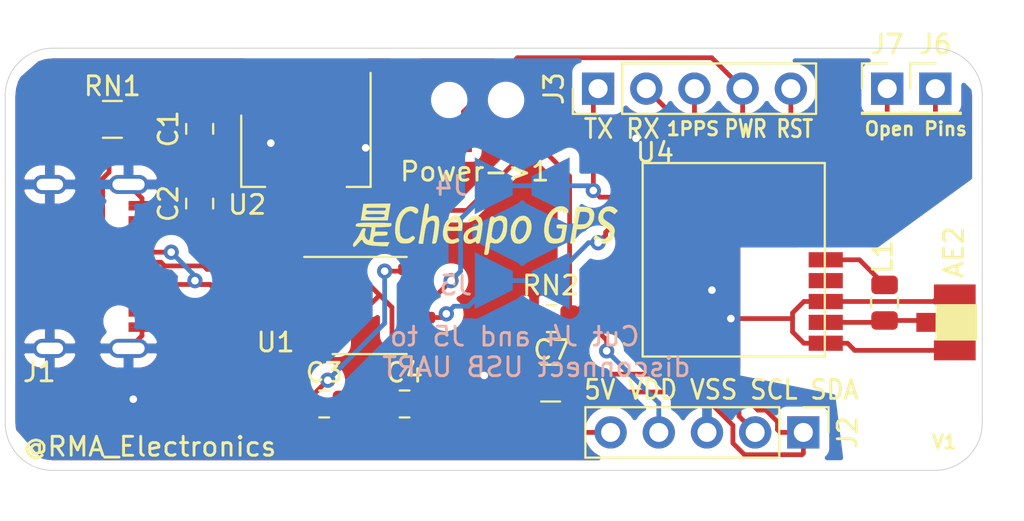
<source format=kicad_pcb>
(kicad_pcb (version 20171130) (host pcbnew 5.1.5)

  (general
    (thickness 1.6)
    (drawings 16)
    (tracks 222)
    (zones 0)
    (modules 22)
    (nets 27)
  )

  (page A4)
  (layers
    (0 F.Cu signal)
    (31 B.Cu signal)
    (32 B.Adhes user)
    (33 F.Adhes user)
    (34 B.Paste user)
    (35 F.Paste user)
    (36 B.SilkS user)
    (37 F.SilkS user)
    (38 B.Mask user)
    (39 F.Mask user)
    (40 Dwgs.User user)
    (41 Cmts.User user)
    (42 Eco1.User user)
    (43 Eco2.User user)
    (44 Edge.Cuts user)
    (45 Margin user)
    (46 B.CrtYd user)
    (47 F.CrtYd user)
    (48 B.Fab user)
    (49 F.Fab user)
  )

  (setup
    (last_trace_width 0.25)
    (trace_clearance 0.2)
    (zone_clearance 0.508)
    (zone_45_only no)
    (trace_min 0.2)
    (via_size 0.8)
    (via_drill 0.4)
    (via_min_size 0.4)
    (via_min_drill 0.3)
    (uvia_size 0.3)
    (uvia_drill 0.1)
    (uvias_allowed no)
    (uvia_min_size 0.2)
    (uvia_min_drill 0.1)
    (edge_width 0.05)
    (segment_width 0.2)
    (pcb_text_width 0.3)
    (pcb_text_size 1.5 1.5)
    (mod_edge_width 0.12)
    (mod_text_size 1 1)
    (mod_text_width 0.15)
    (pad_size 1.524 1.524)
    (pad_drill 0.762)
    (pad_to_mask_clearance 0.051)
    (solder_mask_min_width 0.25)
    (aux_axis_origin 0 0)
    (visible_elements FFFFFF7F)
    (pcbplotparams
      (layerselection 0x010fc_ffffffff)
      (usegerberextensions false)
      (usegerberattributes false)
      (usegerberadvancedattributes false)
      (creategerberjobfile false)
      (excludeedgelayer true)
      (linewidth 0.100000)
      (plotframeref false)
      (viasonmask false)
      (mode 1)
      (useauxorigin false)
      (hpglpennumber 1)
      (hpglpenspeed 20)
      (hpglpendiameter 15.000000)
      (psnegative false)
      (psa4output false)
      (plotreference true)
      (plotvalue true)
      (plotinvisibletext false)
      (padsonsilk false)
      (subtractmaskfromsilk false)
      (outputformat 1)
      (mirror false)
      (drillshape 1)
      (scaleselection 1)
      (outputdirectory ""))
  )

  (net 0 "")
  (net 1 VSS)
  (net 2 +5V)
  (net 3 VDD)
  (net 4 "Net-(C3-Pad1)")
  (net 5 D-)
  (net 6 D+)
  (net 7 "Net-(J1-PadB5)")
  (net 8 "Net-(J1-PadA5)")
  (net 9 "Net-(J1-PadA8)")
  (net 10 SDA)
  (net 11 SCL)
  (net 12 nRESET)
  (net 13 On\Off)
  (net 14 1PPS)
  (net 15 RXD)
  (net 16 TXD)
  (net 17 RX)
  (net 18 TX)
  (net 19 "Net-(J6-Pad1)")
  (net 20 "Net-(J7-Pad1)")
  (net 21 "Net-(L1-Pad1)")
  (net 22 "Net-(U1-Pad4)")
  (net 23 "Net-(U4-Pad7)")
  (net 24 "Net-(U4-Pad13)")
  (net 25 "Net-(AE2-Pad1)")
  (net 26 "Net-(J1-PadB8)")

  (net_class Default "This is the default net class."
    (clearance 0.2)
    (trace_width 0.25)
    (via_dia 0.8)
    (via_drill 0.4)
    (uvia_dia 0.3)
    (uvia_drill 0.1)
    (add_net +5V)
    (add_net 1PPS)
    (add_net D+)
    (add_net D-)
    (add_net "Net-(AE2-Pad1)")
    (add_net "Net-(C3-Pad1)")
    (add_net "Net-(J1-PadA5)")
    (add_net "Net-(J1-PadA8)")
    (add_net "Net-(J1-PadB5)")
    (add_net "Net-(J1-PadB8)")
    (add_net "Net-(J6-Pad1)")
    (add_net "Net-(J7-Pad1)")
    (add_net "Net-(L1-Pad1)")
    (add_net "Net-(U1-Pad4)")
    (add_net "Net-(U4-Pad13)")
    (add_net "Net-(U4-Pad7)")
    (add_net On\Off)
    (add_net RX)
    (add_net RXD)
    (add_net SCL)
    (add_net SDA)
    (add_net TX)
    (add_net TXD)
    (add_net VDD)
    (add_net VSS)
    (add_net nRESET)
  )

  (module NFCBuisness:W (layer F.Cu) (tedit 0) (tstamp 5E148789)
    (at 116.75 72.5)
    (fp_text reference Ref** (at 0 0) (layer F.SilkS) hide
      (effects (font (size 1.27 1.27) (thickness 0.15)))
    )
    (fp_text value Val** (at 0 0) (layer F.SilkS) hide
      (effects (font (size 1.27 1.27) (thickness 0.15)))
    )
    (fp_poly (pts (xy -1.630587 -2.420899) (xy -1.447524 -2.328559) (xy -1.311592 -2.194757) (xy -1.304211 -2.183555)
      (xy -1.265704 -2.11344) (xy -1.244213 -2.038839) (xy -1.23774 -1.938094) (xy -1.244287 -1.789546)
      (xy -1.255088 -1.651) (xy -1.268682 -1.442824) (xy -1.279873 -1.184894) (xy -1.287394 -0.912114)
      (xy -1.289962 -0.690936) (xy -1.289221 -0.458958) (xy -1.284387 -0.294975) (xy -1.273305 -0.182336)
      (xy -1.25382 -0.10439) (xy -1.223775 -0.044488) (xy -1.202268 -0.013603) (xy -1.116398 0.071274)
      (xy -1.002822 0.111004) (xy -0.929984 0.119227) (xy -0.68211 0.100096) (xy -0.454281 0.00289)
      (xy -0.240656 -0.175182) (xy -0.185776 -0.236175) (xy -0.081108 -0.349759) (xy 0.009066 -0.431822)
      (xy 0.066141 -0.465547) (xy 0.068112 -0.465666) (xy 0.123755 -0.432548) (xy 0.197182 -0.348904)
      (xy 0.229505 -0.301607) (xy 0.376869 -0.110873) (xy 0.526913 0.003226) (xy 0.674284 0.03902)
      (xy 0.813631 -0.005163) (xy 0.907971 -0.089777) (xy 0.988653 -0.198585) (xy 1.058934 -0.326542)
      (xy 1.126082 -0.490779) (xy 1.197364 -0.708426) (xy 1.255985 -0.910166) (xy 1.31545 -1.12099)
      (xy 1.377683 -1.340443) (xy 1.431333 -1.528529) (xy 1.442246 -1.566558) (xy 1.521416 -1.84195)
      (xy 1.949565 -2.005418) (xy 2.167567 -2.084028) (xy 2.315998 -2.126297) (xy 2.401001 -2.133773)
      (xy 2.422145 -2.124455) (xy 2.452677 -2.065526) (xy 2.41974 -2.005855) (xy 2.317286 -1.940366)
      (xy 2.13927 -1.863979) (xy 2.089887 -1.8454) (xy 1.930263 -1.78316) (xy 1.799296 -1.726134)
      (xy 1.71927 -1.684217) (xy 1.708527 -1.676067) (xy 1.680315 -1.619963) (xy 1.636526 -1.498254)
      (xy 1.582553 -1.327363) (xy 1.52379 -1.123712) (xy 1.507251 -1.063196) (xy 1.396737 -0.68139)
      (xy 1.290651 -0.376432) (xy 1.184846 -0.140938) (xy 1.075173 0.032475) (xy 0.957485 0.15119)
      (xy 0.827635 0.222591) (xy 0.776069 0.238398) (xy 0.602379 0.241191) (xy 0.418574 0.174646)
      (xy 0.246259 0.047924) (xy 0.192569 -0.009056) (xy 0.041511 -0.185533) (xy -0.128458 -0.008645)
      (xy -0.312966 0.157866) (xy -0.496288 0.260737) (xy -0.709082 0.314778) (xy -0.823587 0.327186)
      (xy -0.981029 0.333485) (xy -1.090094 0.317957) (xy -1.185756 0.27362) (xy -1.227666 0.246552)
      (xy -1.355913 0.118677) (xy -1.447302 -0.068507) (xy -1.502345 -0.318683) (xy -1.521551 -0.635539)
      (xy -1.505431 -1.022758) (xy -1.460818 -1.436924) (xy -1.432055 -1.688127) (xy -1.424811 -1.871541)
      (xy -1.442863 -2.002167) (xy -1.489991 -2.095003) (xy -1.569973 -2.165049) (xy -1.656298 -2.212878)
      (xy -1.801342 -2.257899) (xy -1.939703 -2.239415) (xy -2.087459 -2.15265) (xy -2.203421 -2.05035)
      (xy -2.298884 -1.96489) (xy -2.361491 -1.934189) (xy -2.413708 -1.94891) (xy -2.426473 -1.957639)
      (xy -2.473927 -2.002339) (xy -2.467648 -2.051331) (xy -2.429475 -2.110518) (xy -2.32004 -2.223928)
      (xy -2.167499 -2.330713) (xy -2.002595 -2.413218) (xy -1.856072 -2.453788) (xy -1.829026 -2.455333)
      (xy -1.630587 -2.420899)) (layer F.Cu) (width 0.01))
  )

  (module ATGM336H:GPSLogo (layer F.Cu) (tedit 0) (tstamp 5E1481EC)
    (at 130.5 63.25)
    (fp_text reference Ref** (at 0 0) (layer F.SilkS) hide
      (effects (font (size 1.27 1.27) (thickness 0.15)))
    )
    (fp_text value Val** (at 0 0) (layer F.SilkS) hide
      (effects (font (size 1.27 1.27) (thickness 0.15)))
    )
    (fp_poly (pts (xy -4.973329 -1.133458) (xy -4.996227 -0.98882) (xy -5.025325 -0.808559) (xy -5.045071 -0.687916)
      (xy -5.088692 -0.423333) (xy -6.503478 -0.423333) (xy -6.464558 -0.677333) (xy -6.265334 -0.677333)
      (xy -6.26035 -0.641593) (xy -6.236044 -0.617625) (xy -6.178385 -0.60309) (xy -6.073344 -0.59565)
      (xy -5.906889 -0.592967) (xy -5.757334 -0.592666) (xy -5.542893 -0.593497) (xy -5.399083 -0.597548)
      (xy -5.311875 -0.607158) (xy -5.267237 -0.624665) (xy -5.251139 -0.652407) (xy -5.249334 -0.677333)
      (xy -5.254318 -0.713073) (xy -5.278624 -0.737042) (xy -5.336282 -0.751576) (xy -5.441324 -0.759016)
      (xy -5.607778 -0.761699) (xy -5.757334 -0.762) (xy -5.971775 -0.761169) (xy -6.115584 -0.757118)
      (xy -6.202793 -0.747508) (xy -6.247431 -0.730002) (xy -6.263529 -0.702259) (xy -6.265334 -0.677333)
      (xy -6.464558 -0.677333) (xy -6.436989 -0.85725) (xy -6.412664 -1.016) (xy -6.223 -1.016)
      (xy -6.218016 -0.98026) (xy -6.19371 -0.956291) (xy -6.136052 -0.941757) (xy -6.031011 -0.934317)
      (xy -5.864556 -0.931634) (xy -5.715 -0.931333) (xy -5.518885 -0.932713) (xy -5.357944 -0.936474)
      (xy -5.248538 -0.942045) (xy -5.207027 -0.948856) (xy -5.207 -0.949037) (xy -5.193831 -0.9988)
      (xy -5.181305 -1.033704) (xy -5.17949 -1.061557) (xy -5.207593 -1.080519) (xy -5.278118 -1.092236)
      (xy -5.403567 -1.098358) (xy -5.596445 -1.100532) (xy -5.689305 -1.100666) (xy -5.910002 -1.099907)
      (xy -6.059733 -1.096181) (xy -6.152194 -1.087314) (xy -6.201083 -1.071135) (xy -6.220096 -1.04547)
      (xy -6.223 -1.016) (xy -6.412664 -1.016) (xy -6.3705 -1.291166) (xy -5.657854 -1.302791)
      (xy -4.945207 -1.314416) (xy -4.973329 -1.133458)) (layer F.SilkS) (width 0.01))
    (fp_poly (pts (xy 6.789353 -1.128971) (xy 6.931895 -1.030619) (xy 7.038664 -0.92385) (xy 6.867359 -0.752545)
      (xy 6.739084 -0.847383) (xy 6.59682 -0.911211) (xy 6.459032 -0.904968) (xy 6.345738 -0.837773)
      (xy 6.276952 -0.718743) (xy 6.265333 -0.631574) (xy 6.282393 -0.539856) (xy 6.345613 -0.460474)
      (xy 6.438273 -0.391181) (xy 6.625201 -0.26166) (xy 6.75079 -0.160554) (xy 6.826671 -0.073337)
      (xy 6.864474 0.014519) (xy 6.875829 0.117542) (xy 6.875789 0.155334) (xy 6.837909 0.397338)
      (xy 6.737709 0.58968) (xy 6.582254 0.724854) (xy 6.378607 0.795354) (xy 6.265333 0.804017)
      (xy 6.07405 0.777038) (xy 5.935828 0.719266) (xy 5.812426 0.623992) (xy 5.769824 0.534101)
      (xy 5.80514 0.442122) (xy 5.821357 0.422755) (xy 5.8732 0.372554) (xy 5.917771 0.369311)
      (xy 5.985519 0.416505) (xy 6.020239 0.445498) (xy 6.184337 0.542147) (xy 6.344843 0.558452)
      (xy 6.492007 0.494516) (xy 6.551083 0.439814) (xy 6.631038 0.318368) (xy 6.640195 0.20339)
      (xy 6.575372 0.087823) (xy 6.433386 -0.035394) (xy 6.297051 -0.123624) (xy 6.1349 -0.244059)
      (xy 6.044157 -0.37707) (xy 6.011923 -0.543021) (xy 6.011333 -0.574659) (xy 6.045943 -0.772778)
      (xy 6.139375 -0.938904) (xy 6.27603 -1.065313) (xy 6.44031 -1.144277) (xy 6.616617 -1.168072)
      (xy 6.789353 -1.128971)) (layer F.SilkS) (width 0.01))
    (fp_poly (pts (xy 5.397028 -1.125504) (xy 5.591758 -1.070653) (xy 5.719763 -0.974904) (xy 5.786494 -0.834712)
      (xy 5.799666 -0.7076) (xy 5.763832 -0.450022) (xy 5.661323 -0.238652) (xy 5.499632 -0.081148)
      (xy 5.286252 0.014833) (xy 5.065893 0.042334) (xy 4.879734 0.042334) (xy 4.821117 0.41275)
      (xy 4.791896 0.589571) (xy 4.767262 0.699531) (xy 4.739268 0.759505) (xy 4.699967 0.786366)
      (xy 4.641416 0.796989) (xy 4.640114 0.797138) (xy 4.555094 0.799353) (xy 4.53137 0.762303)
      (xy 4.541299 0.691305) (xy 4.555037 0.613786) (xy 4.579611 0.467418) (xy 4.612595 0.266974)
      (xy 4.65156 0.027227) (xy 4.689994 -0.211666) (xy 4.921597 -0.211666) (xy 5.12982 -0.211666)
      (xy 5.273877 -0.221512) (xy 5.370104 -0.25926) (xy 5.437223 -0.318685) (xy 5.528032 -0.465983)
      (xy 5.558767 -0.630517) (xy 5.526871 -0.773594) (xy 5.4804 -0.832988) (xy 5.399909 -0.86527)
      (xy 5.261206 -0.880548) (xy 5.132856 -0.88556) (xy 5.065159 -0.872941) (xy 5.034261 -0.830243)
      (xy 5.017804 -0.753548) (xy 4.994762 -0.622879) (xy 4.966618 -0.464223) (xy 4.957452 -0.41275)
      (xy 4.921597 -0.211666) (xy 4.689994 -0.211666) (xy 4.694078 -0.23705) (xy 4.701868 -0.28575)
      (xy 4.838864 -1.143) (xy 5.130125 -1.143) (xy 5.397028 -1.125504)) (layer F.SilkS) (width 0.01))
    (fp_poly (pts (xy 4.233274 -1.130729) (xy 4.345446 -1.063623) (xy 4.41606 -0.978529) (xy 4.430314 -0.887053)
      (xy 4.389208 -0.815066) (xy 4.337574 -0.777379) (xy 4.2829 -0.788816) (xy 4.209815 -0.840953)
      (xy 4.074906 -0.916128) (xy 3.939346 -0.918791) (xy 3.781619 -0.849161) (xy 3.775399 -0.845397)
      (xy 3.647474 -0.725493) (xy 3.537081 -0.544617) (xy 3.452298 -0.325932) (xy 3.401205 -0.092602)
      (xy 3.391881 0.132207) (xy 3.403046 0.222205) (xy 3.468891 0.397962) (xy 3.585596 0.508772)
      (xy 3.748271 0.550153) (xy 3.761224 0.550334) (xy 3.910155 0.532563) (xy 4.005767 0.469772)
      (xy 4.062106 0.347744) (xy 4.085336 0.22225) (xy 4.114278 0) (xy 3.962139 0)
      (xy 3.860232 -0.007429) (xy 3.817787 -0.041175) (xy 3.81 -0.105833) (xy 3.814825 -0.162725)
      (xy 3.842052 -0.194412) (xy 3.910809 -0.208254) (xy 4.040225 -0.211605) (xy 4.085166 -0.211666)
      (xy 4.250786 -0.205276) (xy 4.339676 -0.185204) (xy 4.360275 -0.15875) (xy 4.352791 -0.084006)
      (xy 4.333375 0.043428) (xy 4.306445 0.199587) (xy 4.276423 0.360506) (xy 4.247727 0.502219)
      (xy 4.224777 0.600763) (xy 4.214621 0.631029) (xy 4.124707 0.707218) (xy 3.978592 0.761971)
      (xy 3.802862 0.7916) (xy 3.624102 0.792417) (xy 3.468897 0.760735) (xy 3.423982 0.740703)
      (xy 3.29861 0.626849) (xy 3.209348 0.449114) (xy 3.162677 0.222933) (xy 3.157297 0.105834)
      (xy 3.186347 -0.236751) (xy 3.269331 -0.53893) (xy 3.401071 -0.792334) (xy 3.576387 -0.988593)
      (xy 3.7901 -1.119337) (xy 3.943467 -1.164551) (xy 4.094347 -1.16824) (xy 4.233274 -1.130729)) (layer F.SilkS) (width 0.01))
    (fp_poly (pts (xy 2.169754 -0.655716) (xy 2.31761 -0.567215) (xy 2.328476 -0.556703) (xy 2.438371 -0.393621)
      (xy 2.489735 -0.197143) (xy 2.488426 0.016925) (xy 2.4403 0.232773) (xy 2.351216 0.434592)
      (xy 2.227031 0.606574) (xy 2.073602 0.732911) (xy 1.896786 0.797793) (xy 1.824656 0.803046)
      (xy 1.700229 0.790429) (xy 1.603345 0.761482) (xy 1.598082 0.758609) (xy 1.501831 0.658097)
      (xy 1.434236 0.498435) (xy 1.399039 0.30139) (xy 1.399673 0.15778) (xy 1.637642 0.15778)
      (xy 1.641284 0.330262) (xy 1.684753 0.467785) (xy 1.710477 0.503398) (xy 1.782164 0.571896)
      (xy 1.846621 0.587122) (xy 1.941089 0.554973) (xy 1.965883 0.543823) (xy 2.072882 0.45451)
      (xy 2.162124 0.304919) (xy 2.222676 0.119163) (xy 2.243666 -0.068774) (xy 2.223117 -0.262017)
      (xy 2.160924 -0.381928) (xy 2.056269 -0.429351) (xy 1.914873 -0.407388) (xy 1.81244 -0.332245)
      (xy 1.728542 -0.197191) (xy 1.668502 -0.025944) (xy 1.637642 0.15778) (xy 1.399673 0.15778)
      (xy 1.399978 0.088726) (xy 1.440794 -0.117787) (xy 1.445179 -0.131266) (xy 1.545699 -0.344645)
      (xy 1.681147 -0.509911) (xy 1.838792 -0.620932) (xy 2.005905 -0.671578) (xy 2.169754 -0.655716)) (layer F.SilkS) (width 0.01))
    (fp_poly (pts (xy -0.315171 -0.662876) (xy -0.186647 -0.583293) (xy -0.108895 -0.439616) (xy -0.087298 -0.258874)
      (xy -0.095795 -0.130475) (xy -0.116384 0.051108) (xy -0.145424 0.255865) (xy -0.162365 0.359834)
      (xy -0.19721 0.553273) (xy -0.22601 0.678325) (xy -0.254654 0.750422) (xy -0.289032 0.784997)
      (xy -0.329067 0.796694) (xy -0.406984 0.785447) (xy -0.423334 0.743778) (xy -0.440335 0.686627)
      (xy -0.49696 0.694622) (xy -0.569008 0.74218) (xy -0.692574 0.795878) (xy -0.835901 0.80366)
      (xy -0.965053 0.767853) (xy -1.034767 0.710247) (xy -1.093574 0.555432) (xy -1.089516 0.486082)
      (xy -0.87022 0.486082) (xy -0.846635 0.529205) (xy -0.75104 0.587408) (xy -0.626913 0.56595)
      (xy -0.54917 0.522038) (xy -0.46959 0.467859) (xy -0.42854 0.439049) (xy -0.411668 0.393595)
      (xy -0.388852 0.294964) (xy -0.381307 0.255678) (xy -0.366001 0.146731) (xy -0.37814 0.097297)
      (xy -0.424588 0.084765) (xy -0.433204 0.084667) (xy -0.573695 0.111522) (xy -0.702707 0.18129)
      (xy -0.805175 0.277771) (xy -0.866034 0.384768) (xy -0.87022 0.486082) (xy -1.089516 0.486082)
      (xy -1.082726 0.370081) (xy -1.033232 0.230519) (xy -0.932308 0.103278) (xy -0.769003 -0.007028)
      (xy -0.565513 -0.087353) (xy -0.447965 -0.113471) (xy -0.332976 -0.154268) (xy -0.296092 -0.227134)
      (xy -0.337107 -0.33281) (xy -0.373118 -0.381778) (xy -0.449902 -0.476602) (xy -0.650201 -0.388)
      (xy -0.770798 -0.338854) (xy -0.836809 -0.326646) (xy -0.868611 -0.348955) (xy -0.87428 -0.361366)
      (xy -0.877555 -0.470471) (xy -0.798275 -0.56347) (xy -0.700455 -0.615745) (xy -0.488448 -0.674861)
      (xy -0.315171 -0.662876)) (layer F.SilkS) (width 0.01))
    (fp_poly (pts (xy -1.368139 -0.643339) (xy -1.252019 -0.544221) (xy -1.174141 -0.392209) (xy -1.144878 -0.195228)
      (xy -1.16093 -0.023532) (xy -1.18917 0.127) (xy -1.947334 0.127) (xy -1.947334 0.267184)
      (xy -1.917698 0.40379) (xy -1.842141 0.518312) (xy -1.740687 0.585055) (xy -1.693677 0.592667)
      (xy -1.594523 0.575294) (xy -1.501794 0.542157) (xy -1.414665 0.513326) (xy -1.365414 0.534687)
      (xy -1.352284 0.55274) (xy -1.318045 0.626606) (xy -1.340017 0.679366) (xy -1.429398 0.735674)
      (xy -1.437232 0.739746) (xy -1.614462 0.795559) (xy -1.800868 0.796679) (xy -1.963473 0.744407)
      (xy -2.004104 0.717397) (xy -2.116267 0.577055) (xy -2.174227 0.382062) (xy -2.174865 0.145289)
      (xy -2.162569 0.063423) (xy -2.115426 -0.123752) (xy -1.905 -0.123752) (xy -1.866391 -0.103848)
      (xy -1.76537 -0.08977) (xy -1.629834 -0.084666) (xy -1.482032 -0.086132) (xy -1.399723 -0.096121)
      (xy -1.363736 -0.123028) (xy -1.354896 -0.175242) (xy -1.354667 -0.205105) (xy -1.384759 -0.327794)
      (xy -1.460467 -0.417336) (xy -1.559936 -0.452592) (xy -1.603774 -0.446053) (xy -1.681355 -0.399041)
      (xy -1.773265 -0.315069) (xy -1.854858 -0.220509) (xy -1.901487 -0.141732) (xy -1.905 -0.123752)
      (xy -2.115426 -0.123752) (xy -2.103635 -0.170565) (xy -2.016876 -0.34973) (xy -1.887047 -0.502978)
      (xy -1.84219 -0.544049) (xy -1.673599 -0.65118) (xy -1.512124 -0.681634) (xy -1.368139 -0.643339)) (layer F.SilkS) (width 0.01))
    (fp_poly (pts (xy -2.960837 -1.298226) (xy -2.92785 -1.247786) (xy -2.920958 -1.148833) (xy -2.938771 -0.989189)
      (xy -2.966245 -0.829131) (xy -2.987141 -0.694667) (xy -2.994898 -0.597179) (xy -2.99015 -0.563038)
      (xy -2.944409 -0.568778) (xy -2.871985 -0.609515) (xy -2.738049 -0.665648) (xy -2.592791 -0.670916)
      (xy -2.470595 -0.626084) (xy -2.440728 -0.599916) (xy -2.393559 -0.500226) (xy -2.37506 -0.334413)
      (xy -2.385262 -0.098514) (xy -2.424196 0.211434) (xy -2.4483 0.359834) (xy -2.482007 0.551174)
      (xy -2.508899 0.674613) (xy -2.535848 0.745803) (xy -2.569727 0.780396) (xy -2.617409 0.794044)
      (xy -2.640236 0.796955) (xy -2.723384 0.798827) (xy -2.745846 0.760866) (xy -2.735492 0.691121)
      (xy -2.697658 0.488185) (xy -2.663059 0.272418) (xy -2.634067 0.062706) (xy -2.613056 -0.122063)
      (xy -2.6024 -0.263001) (xy -2.604472 -0.341221) (xy -2.605345 -0.344477) (xy -2.662826 -0.410355)
      (xy -2.760308 -0.422468) (xy -2.874435 -0.383213) (xy -2.97118 -0.306916) (xy -3.021197 -0.242186)
      (xy -3.060151 -0.159355) (xy -3.093259 -0.040812) (xy -3.125739 0.131053) (xy -3.153028 0.306917)
      (xy -3.226524 0.804334) (xy -3.351782 0.804334) (xy -3.438989 0.793916) (xy -3.460852 0.754296)
      (xy -3.456068 0.73025) (xy -3.443661 0.668682) (xy -3.420249 0.536201) (xy -3.387967 0.345535)
      (xy -3.348953 0.109412) (xy -3.305344 -0.159441) (xy -3.278354 -0.328083) (xy -3.22851 -0.639413)
      (xy -3.189196 -0.877047) (xy -3.157816 -1.050933) (xy -3.131771 -1.171016) (xy -3.108463 -1.247245)
      (xy -3.085295 -1.289565) (xy -3.05967 -1.307925) (xy -3.028988 -1.31227) (xy -3.021306 -1.312333)
      (xy -2.960837 -1.298226)) (layer F.SilkS) (width 0.01))
    (fp_poly (pts (xy -3.715957 -1.141754) (xy -3.586731 -1.08687) (xy -3.50139 -1.007962) (xy -3.471927 -0.917416)
      (xy -3.510335 -0.827621) (xy -3.533528 -0.805417) (xy -3.591416 -0.779944) (xy -3.662636 -0.808812)
      (xy -3.70857 -0.842567) (xy -3.822925 -0.913073) (xy -3.92858 -0.92241) (xy -4.055243 -0.870793)
      (xy -4.098601 -0.845397) (xy -4.237716 -0.715875) (xy -4.349732 -0.522786) (xy -4.426508 -0.285079)
      (xy -4.459902 -0.021705) (xy -4.460394 -0.003328) (xy -4.453624 0.190473) (xy -4.427322 0.340911)
      (xy -4.407181 0.393085) (xy -4.304724 0.507725) (xy -4.166525 0.556061) (xy -4.011163 0.536735)
      (xy -3.857217 0.448385) (xy -3.841303 0.434518) (xy -3.777629 0.388694) (xy -3.72696 0.405679)
      (xy -3.693429 0.437095) (xy -3.653971 0.486109) (xy -3.65827 0.532124) (xy -3.713855 0.600087)
      (xy -3.755337 0.642208) (xy -3.856754 0.727415) (xy -3.964629 0.771228) (xy -4.114007 0.789523)
      (xy -4.262593 0.788279) (xy -4.390466 0.769735) (xy -4.437576 0.753618) (xy -4.561009 0.644944)
      (xy -4.646937 0.466757) (xy -4.692364 0.226857) (xy -4.699 0.072728) (xy -4.671916 -0.250669)
      (xy -4.594795 -0.539194) (xy -4.473835 -0.783549) (xy -4.315232 -0.974439) (xy -4.125184 -1.102566)
      (xy -3.909888 -1.158636) (xy -3.877074 -1.160229) (xy -3.715957 -1.141754)) (layer F.SilkS) (width 0.01))
    (fp_poly (pts (xy -5.556043 -0.295268) (xy -5.318149 -0.292291) (xy -5.122414 -0.287728) (xy -4.981574 -0.281905)
      (xy -4.908364 -0.275149) (xy -4.90116 -0.272715) (xy -4.890928 -0.217315) (xy -4.898656 -0.16836)
      (xy -4.917617 -0.130405) (xy -4.961452 -0.105438) (xy -5.046379 -0.089954) (xy -5.188614 -0.080448)
      (xy -5.327968 -0.075561) (xy -5.736167 -0.0635) (xy -5.749562 0.052917) (xy -5.762958 0.169334)
      (xy -5.41695 0.169334) (xy -5.245981 0.171391) (xy -5.144902 0.179616) (xy -5.098992 0.197085)
      (xy -5.09353 0.226876) (xy -5.096638 0.236296) (xy -5.119481 0.316947) (xy -5.122334 0.342129)
      (xy -5.161292 0.360289) (xy -5.264726 0.373915) (xy -5.412472 0.380662) (xy -5.456471 0.381)
      (xy -5.638685 0.384874) (xy -5.752343 0.40303) (xy -5.813438 0.44527) (xy -5.837962 0.521396)
      (xy -5.842 0.617296) (xy -5.839027 0.663795) (xy -5.81979 0.693526) (xy -5.768818 0.710238)
      (xy -5.670639 0.71768) (xy -5.50978 0.719603) (xy -5.419575 0.719667) (xy -4.997149 0.719667)
      (xy -5.047284 0.829702) (xy -5.09742 0.939737) (xy -5.586127 0.923376) (xy -5.871486 0.906158)
      (xy -6.084434 0.873779) (xy -6.236458 0.822465) (xy -6.339043 0.748445) (xy -6.400063 0.656108)
      (xy -6.426893 0.604308) (xy -6.455635 0.590391) (xy -6.502064 0.621599) (xy -6.581956 0.705176)
      (xy -6.634984 0.763977) (xy -6.752889 0.889664) (xy -6.830211 0.954213) (xy -6.878696 0.963044)
      (xy -6.910093 0.921578) (xy -6.919512 0.895265) (xy -6.907042 0.806869) (xy -6.822113 0.684149)
      (xy -6.797306 0.656279) (xy -6.699632 0.527725) (xy -6.59912 0.361294) (xy -6.536107 0.233762)
      (xy -6.471034 0.093319) (xy -6.421445 0.016736) (xy -6.373692 -0.011628) (xy -6.323882 -0.009414)
      (xy -6.260772 0.009237) (xy -6.248012 0.048519) (xy -6.278459 0.135418) (xy -6.282785 0.145803)
      (xy -6.309574 0.311576) (xy -6.261492 0.472802) (xy -6.167842 0.585744) (xy -6.100317 0.623047)
      (xy -6.052394 0.598246) (xy -6.018318 0.50358) (xy -5.99473 0.352209) (xy -5.974603 0.199884)
      (xy -5.953501 0.068939) (xy -5.941839 0.012352) (xy -5.933697 -0.031479) (xy -5.945459 -0.059605)
      (xy -5.991615 -0.07551) (xy -6.086654 -0.082678) (xy -6.245066 -0.084592) (xy -6.345411 -0.084666)
      (xy -6.524151 -0.088241) (xy -6.66626 -0.097887) (xy -6.753916 -0.111984) (xy -6.773334 -0.123537)
      (xy -6.770738 -0.179343) (xy -6.756077 -0.221623) (xy -6.719037 -0.252255) (xy -6.649307 -0.273114)
      (xy -6.536575 -0.286075) (xy -6.370526 -0.293015) (xy -6.140851 -0.295809) (xy -5.837235 -0.296333)
      (xy -5.82336 -0.296333) (xy -5.556043 -0.295268)) (layer F.SilkS) (width 0.01))
    (fp_poly (pts (xy 0.956286 -0.665152) (xy 1.102459 -0.599583) (xy 1.10656 -0.59632) (xy 1.154847 -0.549997)
      (xy 1.184427 -0.493292) (xy 1.199733 -0.405836) (xy 1.205196 -0.267259) (xy 1.205571 -0.141236)
      (xy 1.188664 0.139354) (xy 1.134686 0.359543) (xy 1.03639 0.538169) (xy 0.886532 0.694071)
      (xy 0.883192 0.696891) (xy 0.7187 0.783308) (xy 0.529656 0.791735) (xy 0.376502 0.745491)
      (xy 0.336218 0.741684) (xy 0.3093 0.78447) (xy 0.288701 0.889424) (xy 0.279847 0.959121)
      (xy 0.254186 1.156663) (xy 0.228983 1.284502) (xy 0.198235 1.357355) (xy 0.155938 1.389938)
      (xy 0.101244 1.397) (xy 0.023862 1.378172) (xy -0.000274 1.344084) (xy 0.006147 1.288642)
      (xy 0.024301 1.162159) (xy 0.052279 0.977154) (xy 0.088169 0.746146) (xy 0.130064 0.481654)
      (xy 0.148111 0.369196) (xy 0.387052 0.369196) (xy 0.394703 0.434567) (xy 0.421929 0.478175)
      (xy 0.464059 0.515211) (xy 0.55965 0.579034) (xy 0.639401 0.584656) (xy 0.722311 0.548918)
      (xy 0.819153 0.457008) (xy 0.902709 0.306605) (xy 0.965218 0.123702) (xy 0.998919 -0.065707)
      (xy 0.996053 -0.235628) (xy 0.977819 -0.306916) (xy 0.905421 -0.397043) (xy 0.793117 -0.425064)
      (xy 0.660232 -0.389372) (xy 0.582561 -0.339804) (xy 0.52491 -0.280573) (xy 0.483152 -0.196167)
      (xy 0.449469 -0.065568) (xy 0.422388 0.090741) (xy 0.396955 0.261456) (xy 0.387052 0.369196)
      (xy 0.148111 0.369196) (xy 0.154709 0.328084) (xy 0.204663 0.020334) (xy 0.244099 -0.213809)
      (xy 0.27563 -0.384384) (xy 0.301868 -0.501426) (xy 0.325427 -0.574972) (xy 0.348921 -0.615058)
      (xy 0.374961 -0.631722) (xy 0.405455 -0.635) (xy 0.487417 -0.615448) (xy 0.517707 -0.584711)
      (xy 0.553455 -0.562751) (xy 0.632837 -0.603336) (xy 0.636488 -0.605877) (xy 0.789262 -0.667488)
      (xy 0.956286 -0.665152)) (layer F.SilkS) (width 0.01))
  )

  (module ATGM336H:CuttableTrace (layer B.Cu) (tedit 5E139262) (tstamp 5E14638C)
    (at 132.5 63)
    (path /5E229E5A)
    (fp_text reference J5 (at -3.5 3.25) (layer B.SilkS)
      (effects (font (size 1 1) (thickness 0.15)) (justify mirror))
    )
    (fp_text value "Cuttable Trace" (at 0 0.5) (layer B.Fab)
      (effects (font (size 1 1) (thickness 0.15)) (justify mirror))
    )
    (pad "" smd rect (at 0 3 180) (size 2.2 0.25) (layers B.Cu B.Paste B.Mask))
    (pad 2 smd trapezoid (at 1.5 3 180) (size 2 2) (rect_delta 1 0 ) (layers B.Cu B.Paste B.Mask)
      (net 15 RXD))
    (pad 1 smd trapezoid (at -1.5 3) (size 2 2) (rect_delta 1 0 ) (layers B.Cu B.Paste B.Mask)
      (net 18 TX))
  )

  (module ATGM336H:CuttableTrace (layer B.Cu) (tedit 5E1391FC) (tstamp 5E146385)
    (at 132.5 58)
    (path /5E22765B)
    (fp_text reference J4 (at -3.75 3) (layer B.SilkS)
      (effects (font (size 1 1) (thickness 0.15)) (justify mirror))
    )
    (fp_text value "Cuttable Trace" (at 0 0.5) (layer B.Fab)
      (effects (font (size 1 1) (thickness 0.15)) (justify mirror))
    )
    (pad 1 smd trapezoid (at -1.5 3) (size 2 2) (rect_delta 1 0 ) (layers B.Cu B.Paste B.Mask)
      (net 17 RX))
    (pad 2 smd trapezoid (at 1.5 3 180) (size 2 2) (rect_delta 1 0 ) (layers B.Cu B.Paste B.Mask)
      (net 16 TXD))
    (pad "" smd rect (at 0 3 180) (size 2.2 0.25) (layers B.Cu B.Paste B.Mask))
  )

  (module Capacitor_SMD:C_0805_2012Metric (layer F.Cu) (tedit 5B36C52B) (tstamp 5E1462EC)
    (at 115.5 58 90)
    (descr "Capacitor SMD 0805 (2012 Metric), square (rectangular) end terminal, IPC_7351 nominal, (Body size source: https://docs.google.com/spreadsheets/d/1BsfQQcO9C6DZCsRaXUlFlo91Tg2WpOkGARC1WS5S8t0/edit?usp=sharing), generated with kicad-footprint-generator")
    (tags capacitor)
    (path /5C332E52)
    (attr smd)
    (fp_text reference C1 (at 0 -1.65 90) (layer F.SilkS)
      (effects (font (size 1 1) (thickness 0.15)))
    )
    (fp_text value 1uF (at 0 1.65 90) (layer F.Fab)
      (effects (font (size 1 1) (thickness 0.15)))
    )
    (fp_text user %R (at 0 0 90) (layer F.Fab)
      (effects (font (size 0.5 0.5) (thickness 0.08)))
    )
    (fp_line (start 1.68 0.95) (end -1.68 0.95) (layer F.CrtYd) (width 0.05))
    (fp_line (start 1.68 -0.95) (end 1.68 0.95) (layer F.CrtYd) (width 0.05))
    (fp_line (start -1.68 -0.95) (end 1.68 -0.95) (layer F.CrtYd) (width 0.05))
    (fp_line (start -1.68 0.95) (end -1.68 -0.95) (layer F.CrtYd) (width 0.05))
    (fp_line (start -0.258578 0.71) (end 0.258578 0.71) (layer F.SilkS) (width 0.12))
    (fp_line (start -0.258578 -0.71) (end 0.258578 -0.71) (layer F.SilkS) (width 0.12))
    (fp_line (start 1 0.6) (end -1 0.6) (layer F.Fab) (width 0.1))
    (fp_line (start 1 -0.6) (end 1 0.6) (layer F.Fab) (width 0.1))
    (fp_line (start -1 -0.6) (end 1 -0.6) (layer F.Fab) (width 0.1))
    (fp_line (start -1 0.6) (end -1 -0.6) (layer F.Fab) (width 0.1))
    (pad 2 smd roundrect (at 0.9375 0 90) (size 0.975 1.4) (layers F.Cu F.Paste F.Mask) (roundrect_rratio 0.25)
      (net 1 VSS))
    (pad 1 smd roundrect (at -0.9375 0 90) (size 0.975 1.4) (layers F.Cu F.Paste F.Mask) (roundrect_rratio 0.25)
      (net 2 +5V))
    (model ${KISYS3DMOD}/Capacitor_SMD.3dshapes/C_0805_2012Metric.wrl
      (at (xyz 0 0 0))
      (scale (xyz 1 1 1))
      (rotate (xyz 0 0 0))
    )
  )

  (module Capacitor_SMD:C_0805_2012Metric (layer F.Cu) (tedit 5B36C52B) (tstamp 5E1462FD)
    (at 115.5 61.9375 90)
    (descr "Capacitor SMD 0805 (2012 Metric), square (rectangular) end terminal, IPC_7351 nominal, (Body size source: https://docs.google.com/spreadsheets/d/1BsfQQcO9C6DZCsRaXUlFlo91Tg2WpOkGARC1WS5S8t0/edit?usp=sharing), generated with kicad-footprint-generator")
    (tags capacitor)
    (path /5C332F0A)
    (attr smd)
    (fp_text reference C2 (at 0 -1.65 90) (layer F.SilkS)
      (effects (font (size 1 1) (thickness 0.15)))
    )
    (fp_text value 1uF (at 0 1.65 90) (layer F.Fab)
      (effects (font (size 1 1) (thickness 0.15)))
    )
    (fp_line (start -1 0.6) (end -1 -0.6) (layer F.Fab) (width 0.1))
    (fp_line (start -1 -0.6) (end 1 -0.6) (layer F.Fab) (width 0.1))
    (fp_line (start 1 -0.6) (end 1 0.6) (layer F.Fab) (width 0.1))
    (fp_line (start 1 0.6) (end -1 0.6) (layer F.Fab) (width 0.1))
    (fp_line (start -0.258578 -0.71) (end 0.258578 -0.71) (layer F.SilkS) (width 0.12))
    (fp_line (start -0.258578 0.71) (end 0.258578 0.71) (layer F.SilkS) (width 0.12))
    (fp_line (start -1.68 0.95) (end -1.68 -0.95) (layer F.CrtYd) (width 0.05))
    (fp_line (start -1.68 -0.95) (end 1.68 -0.95) (layer F.CrtYd) (width 0.05))
    (fp_line (start 1.68 -0.95) (end 1.68 0.95) (layer F.CrtYd) (width 0.05))
    (fp_line (start 1.68 0.95) (end -1.68 0.95) (layer F.CrtYd) (width 0.05))
    (fp_text user %R (at 0 0 90) (layer F.Fab)
      (effects (font (size 0.5 0.5) (thickness 0.08)))
    )
    (pad 1 smd roundrect (at -0.9375 0 90) (size 0.975 1.4) (layers F.Cu F.Paste F.Mask) (roundrect_rratio 0.25)
      (net 3 VDD))
    (pad 2 smd roundrect (at 0.9375 0 90) (size 0.975 1.4) (layers F.Cu F.Paste F.Mask) (roundrect_rratio 0.25)
      (net 1 VSS))
    (model ${KISYS3DMOD}/Capacitor_SMD.3dshapes/C_0805_2012Metric.wrl
      (at (xyz 0 0 0))
      (scale (xyz 1 1 1))
      (rotate (xyz 0 0 0))
    )
  )

  (module Capacitor_SMD:C_0805_2012Metric (layer F.Cu) (tedit 5B36C52B) (tstamp 5E14630E)
    (at 122.0625 72.5)
    (descr "Capacitor SMD 0805 (2012 Metric), square (rectangular) end terminal, IPC_7351 nominal, (Body size source: https://docs.google.com/spreadsheets/d/1BsfQQcO9C6DZCsRaXUlFlo91Tg2WpOkGARC1WS5S8t0/edit?usp=sharing), generated with kicad-footprint-generator")
    (tags capacitor)
    (path /5C354B29)
    (attr smd)
    (fp_text reference C3 (at 0 -1.65) (layer F.SilkS)
      (effects (font (size 1 1) (thickness 0.15)))
    )
    (fp_text value 0.1uF (at 0 1.65) (layer F.Fab)
      (effects (font (size 1 1) (thickness 0.15)))
    )
    (fp_line (start -1 0.6) (end -1 -0.6) (layer F.Fab) (width 0.1))
    (fp_line (start -1 -0.6) (end 1 -0.6) (layer F.Fab) (width 0.1))
    (fp_line (start 1 -0.6) (end 1 0.6) (layer F.Fab) (width 0.1))
    (fp_line (start 1 0.6) (end -1 0.6) (layer F.Fab) (width 0.1))
    (fp_line (start -0.258578 -0.71) (end 0.258578 -0.71) (layer F.SilkS) (width 0.12))
    (fp_line (start -0.258578 0.71) (end 0.258578 0.71) (layer F.SilkS) (width 0.12))
    (fp_line (start -1.68 0.95) (end -1.68 -0.95) (layer F.CrtYd) (width 0.05))
    (fp_line (start -1.68 -0.95) (end 1.68 -0.95) (layer F.CrtYd) (width 0.05))
    (fp_line (start 1.68 -0.95) (end 1.68 0.95) (layer F.CrtYd) (width 0.05))
    (fp_line (start 1.68 0.95) (end -1.68 0.95) (layer F.CrtYd) (width 0.05))
    (fp_text user %R (at 0 0) (layer F.Fab)
      (effects (font (size 0.5 0.5) (thickness 0.08)))
    )
    (pad 1 smd roundrect (at -0.9375 0) (size 0.975 1.4) (layers F.Cu F.Paste F.Mask) (roundrect_rratio 0.25)
      (net 4 "Net-(C3-Pad1)"))
    (pad 2 smd roundrect (at 0.9375 0) (size 0.975 1.4) (layers F.Cu F.Paste F.Mask) (roundrect_rratio 0.25)
      (net 1 VSS))
    (model ${KISYS3DMOD}/Capacitor_SMD.3dshapes/C_0805_2012Metric.wrl
      (at (xyz 0 0 0))
      (scale (xyz 1 1 1))
      (rotate (xyz 0 0 0))
    )
  )

  (module Capacitor_SMD:C_0805_2012Metric (layer F.Cu) (tedit 5B36C52B) (tstamp 5E14631F)
    (at 126.3 72.5)
    (descr "Capacitor SMD 0805 (2012 Metric), square (rectangular) end terminal, IPC_7351 nominal, (Body size source: https://docs.google.com/spreadsheets/d/1BsfQQcO9C6DZCsRaXUlFlo91Tg2WpOkGARC1WS5S8t0/edit?usp=sharing), generated with kicad-footprint-generator")
    (tags capacitor)
    (path /5C354F6F)
    (attr smd)
    (fp_text reference C4 (at 0 -1.65) (layer F.SilkS)
      (effects (font (size 1 1) (thickness 0.15)))
    )
    (fp_text value 0.1uF (at 0 1.65) (layer F.Fab)
      (effects (font (size 1 1) (thickness 0.15)))
    )
    (fp_text user %R (at 0 0) (layer F.Fab)
      (effects (font (size 0.5 0.5) (thickness 0.08)))
    )
    (fp_line (start 1.68 0.95) (end -1.68 0.95) (layer F.CrtYd) (width 0.05))
    (fp_line (start 1.68 -0.95) (end 1.68 0.95) (layer F.CrtYd) (width 0.05))
    (fp_line (start -1.68 -0.95) (end 1.68 -0.95) (layer F.CrtYd) (width 0.05))
    (fp_line (start -1.68 0.95) (end -1.68 -0.95) (layer F.CrtYd) (width 0.05))
    (fp_line (start -0.258578 0.71) (end 0.258578 0.71) (layer F.SilkS) (width 0.12))
    (fp_line (start -0.258578 -0.71) (end 0.258578 -0.71) (layer F.SilkS) (width 0.12))
    (fp_line (start 1 0.6) (end -1 0.6) (layer F.Fab) (width 0.1))
    (fp_line (start 1 -0.6) (end 1 0.6) (layer F.Fab) (width 0.1))
    (fp_line (start -1 -0.6) (end 1 -0.6) (layer F.Fab) (width 0.1))
    (fp_line (start -1 0.6) (end -1 -0.6) (layer F.Fab) (width 0.1))
    (pad 2 smd roundrect (at 0.9375 0) (size 0.975 1.4) (layers F.Cu F.Paste F.Mask) (roundrect_rratio 0.25)
      (net 2 +5V))
    (pad 1 smd roundrect (at -0.9375 0) (size 0.975 1.4) (layers F.Cu F.Paste F.Mask) (roundrect_rratio 0.25)
      (net 1 VSS))
    (model ${KISYS3DMOD}/Capacitor_SMD.3dshapes/C_0805_2012Metric.wrl
      (at (xyz 0 0 0))
      (scale (xyz 1 1 1))
      (rotate (xyz 0 0 0))
    )
  )

  (module Capacitor_SMD:C_0805_2012Metric (layer F.Cu) (tedit 5B36C52B) (tstamp 5E146330)
    (at 134.0625 68 180)
    (descr "Capacitor SMD 0805 (2012 Metric), square (rectangular) end terminal, IPC_7351 nominal, (Body size source: https://docs.google.com/spreadsheets/d/1BsfQQcO9C6DZCsRaXUlFlo91Tg2WpOkGARC1WS5S8t0/edit?usp=sharing), generated with kicad-footprint-generator")
    (tags capacitor)
    (path /5E1EF707)
    (attr smd)
    (fp_text reference C7 (at 0 -1.65) (layer F.SilkS)
      (effects (font (size 1 1) (thickness 0.15)))
    )
    (fp_text value 10uF (at 0 1.65) (layer F.Fab)
      (effects (font (size 1 1) (thickness 0.15)))
    )
    (fp_line (start -1 0.6) (end -1 -0.6) (layer F.Fab) (width 0.1))
    (fp_line (start -1 -0.6) (end 1 -0.6) (layer F.Fab) (width 0.1))
    (fp_line (start 1 -0.6) (end 1 0.6) (layer F.Fab) (width 0.1))
    (fp_line (start 1 0.6) (end -1 0.6) (layer F.Fab) (width 0.1))
    (fp_line (start -0.258578 -0.71) (end 0.258578 -0.71) (layer F.SilkS) (width 0.12))
    (fp_line (start -0.258578 0.71) (end 0.258578 0.71) (layer F.SilkS) (width 0.12))
    (fp_line (start -1.68 0.95) (end -1.68 -0.95) (layer F.CrtYd) (width 0.05))
    (fp_line (start -1.68 -0.95) (end 1.68 -0.95) (layer F.CrtYd) (width 0.05))
    (fp_line (start 1.68 -0.95) (end 1.68 0.95) (layer F.CrtYd) (width 0.05))
    (fp_line (start 1.68 0.95) (end -1.68 0.95) (layer F.CrtYd) (width 0.05))
    (fp_text user %R (at 0 0) (layer F.Fab)
      (effects (font (size 0.5 0.5) (thickness 0.08)))
    )
    (pad 1 smd roundrect (at -0.9375 0 180) (size 0.975 1.4) (layers F.Cu F.Paste F.Mask) (roundrect_rratio 0.25)
      (net 3 VDD))
    (pad 2 smd roundrect (at 0.9375 0 180) (size 0.975 1.4) (layers F.Cu F.Paste F.Mask) (roundrect_rratio 0.25)
      (net 1 VSS))
    (model ${KISYS3DMOD}/Capacitor_SMD.3dshapes/C_0805_2012Metric.wrl
      (at (xyz 0 0 0))
      (scale (xyz 1 1 1))
      (rotate (xyz 0 0 0))
    )
  )

  (module Connector_PinHeader_2.54mm:PinHeader_1x05_P2.54mm_Vertical (layer F.Cu) (tedit 59FED5CC) (tstamp 5E146D4A)
    (at 147.32 74 270)
    (descr "Through hole straight pin header, 1x05, 2.54mm pitch, single row")
    (tags "Through hole pin header THT 1x05 2.54mm single row")
    (path /5E222FB4)
    (fp_text reference J2 (at 0 -2.33 90) (layer F.SilkS)
      (effects (font (size 1 1) (thickness 0.15)))
    )
    (fp_text value Conn_01x05 (at 0 12.49 90) (layer F.Fab)
      (effects (font (size 1 1) (thickness 0.15)))
    )
    (fp_line (start -0.635 -1.27) (end 1.27 -1.27) (layer F.Fab) (width 0.1))
    (fp_line (start 1.27 -1.27) (end 1.27 11.43) (layer F.Fab) (width 0.1))
    (fp_line (start 1.27 11.43) (end -1.27 11.43) (layer F.Fab) (width 0.1))
    (fp_line (start -1.27 11.43) (end -1.27 -0.635) (layer F.Fab) (width 0.1))
    (fp_line (start -1.27 -0.635) (end -0.635 -1.27) (layer F.Fab) (width 0.1))
    (fp_line (start -1.33 11.49) (end 1.33 11.49) (layer F.SilkS) (width 0.12))
    (fp_line (start -1.33 1.27) (end -1.33 11.49) (layer F.SilkS) (width 0.12))
    (fp_line (start 1.33 1.27) (end 1.33 11.49) (layer F.SilkS) (width 0.12))
    (fp_line (start -1.33 1.27) (end 1.33 1.27) (layer F.SilkS) (width 0.12))
    (fp_line (start -1.33 0) (end -1.33 -1.33) (layer F.SilkS) (width 0.12))
    (fp_line (start -1.33 -1.33) (end 0 -1.33) (layer F.SilkS) (width 0.12))
    (fp_line (start -1.8 -1.8) (end -1.8 11.95) (layer F.CrtYd) (width 0.05))
    (fp_line (start -1.8 11.95) (end 1.8 11.95) (layer F.CrtYd) (width 0.05))
    (fp_line (start 1.8 11.95) (end 1.8 -1.8) (layer F.CrtYd) (width 0.05))
    (fp_line (start 1.8 -1.8) (end -1.8 -1.8) (layer F.CrtYd) (width 0.05))
    (fp_text user %R (at 0 5.08) (layer F.Fab)
      (effects (font (size 1 1) (thickness 0.15)))
    )
    (pad 1 thru_hole rect (at 0 0 270) (size 1.7 1.7) (drill 1) (layers *.Cu *.Mask)
      (net 10 SDA))
    (pad 2 thru_hole oval (at 0 2.54 270) (size 1.7 1.7) (drill 1) (layers *.Cu *.Mask)
      (net 11 SCL))
    (pad 3 thru_hole oval (at 0 5.08 270) (size 1.7 1.7) (drill 1) (layers *.Cu *.Mask)
      (net 1 VSS))
    (pad 4 thru_hole oval (at 0 7.62 270) (size 1.7 1.7) (drill 1) (layers *.Cu *.Mask)
      (net 3 VDD))
    (pad 5 thru_hole oval (at 0 10.16 270) (size 1.7 1.7) (drill 1) (layers *.Cu *.Mask)
      (net 2 +5V))
    (model ${KISYS3DMOD}/Connector_PinHeader_2.54mm.3dshapes/PinHeader_1x05_P2.54mm_Vertical.wrl
      (at (xyz 0 0 0))
      (scale (xyz 1 1 1))
      (rotate (xyz 0 0 0))
    )
  )

  (module Connector_PinHeader_2.54mm:PinHeader_1x05_P2.54mm_Vertical (layer F.Cu) (tedit 59FED5CC) (tstamp 5E14637E)
    (at 136.5 55.88 90)
    (descr "Through hole straight pin header, 1x05, 2.54mm pitch, single row")
    (tags "Through hole pin header THT 1x05 2.54mm single row")
    (path /5E22266B)
    (fp_text reference J3 (at 0 -2.33 90) (layer F.SilkS)
      (effects (font (size 1 1) (thickness 0.15)))
    )
    (fp_text value Conn_01x05 (at 0 12.49 90) (layer F.Fab)
      (effects (font (size 1 1) (thickness 0.15)))
    )
    (fp_text user %R (at 0 5.08) (layer F.Fab)
      (effects (font (size 1 1) (thickness 0.15)))
    )
    (fp_line (start 1.8 -1.8) (end -1.8 -1.8) (layer F.CrtYd) (width 0.05))
    (fp_line (start 1.8 11.95) (end 1.8 -1.8) (layer F.CrtYd) (width 0.05))
    (fp_line (start -1.8 11.95) (end 1.8 11.95) (layer F.CrtYd) (width 0.05))
    (fp_line (start -1.8 -1.8) (end -1.8 11.95) (layer F.CrtYd) (width 0.05))
    (fp_line (start -1.33 -1.33) (end 0 -1.33) (layer F.SilkS) (width 0.12))
    (fp_line (start -1.33 0) (end -1.33 -1.33) (layer F.SilkS) (width 0.12))
    (fp_line (start -1.33 1.27) (end 1.33 1.27) (layer F.SilkS) (width 0.12))
    (fp_line (start 1.33 1.27) (end 1.33 11.49) (layer F.SilkS) (width 0.12))
    (fp_line (start -1.33 1.27) (end -1.33 11.49) (layer F.SilkS) (width 0.12))
    (fp_line (start -1.33 11.49) (end 1.33 11.49) (layer F.SilkS) (width 0.12))
    (fp_line (start -1.27 -0.635) (end -0.635 -1.27) (layer F.Fab) (width 0.1))
    (fp_line (start -1.27 11.43) (end -1.27 -0.635) (layer F.Fab) (width 0.1))
    (fp_line (start 1.27 11.43) (end -1.27 11.43) (layer F.Fab) (width 0.1))
    (fp_line (start 1.27 -1.27) (end 1.27 11.43) (layer F.Fab) (width 0.1))
    (fp_line (start -0.635 -1.27) (end 1.27 -1.27) (layer F.Fab) (width 0.1))
    (pad 5 thru_hole oval (at 0 10.16 90) (size 1.7 1.7) (drill 1) (layers *.Cu *.Mask)
      (net 12 nRESET))
    (pad 4 thru_hole oval (at 0 7.62 90) (size 1.7 1.7) (drill 1) (layers *.Cu *.Mask)
      (net 13 On\Off))
    (pad 3 thru_hole oval (at 0 5.08 90) (size 1.7 1.7) (drill 1) (layers *.Cu *.Mask)
      (net 14 1PPS))
    (pad 2 thru_hole oval (at 0 2.54 90) (size 1.7 1.7) (drill 1) (layers *.Cu *.Mask)
      (net 15 RXD))
    (pad 1 thru_hole rect (at 0 0 90) (size 1.7 1.7) (drill 1) (layers *.Cu *.Mask)
      (net 16 TXD))
    (model ${KISYS3DMOD}/Connector_PinHeader_2.54mm.3dshapes/PinHeader_1x05_P2.54mm_Vertical.wrl
      (at (xyz 0 0 0))
      (scale (xyz 1 1 1))
      (rotate (xyz 0 0 0))
    )
  )

  (module Connector_PinHeader_2.54mm:PinHeader_1x01_P2.54mm_Vertical (layer F.Cu) (tedit 59FED5CC) (tstamp 5E1463A1)
    (at 154.2796 55.88)
    (descr "Through hole straight pin header, 1x01, 2.54mm pitch, single row")
    (tags "Through hole pin header THT 1x01 2.54mm single row")
    (path /5E261658)
    (fp_text reference J6 (at 0 -2.33) (layer F.SilkS)
      (effects (font (size 1 1) (thickness 0.15)))
    )
    (fp_text value Conn_01x01 (at 0 2.33) (layer F.Fab)
      (effects (font (size 1 1) (thickness 0.15)))
    )
    (fp_text user %R (at 1.748479 -0.843641 90) (layer F.Fab)
      (effects (font (size 1 1) (thickness 0.15)))
    )
    (fp_line (start 1.8 -1.8) (end -1.8 -1.8) (layer F.CrtYd) (width 0.05))
    (fp_line (start 1.8 1.8) (end 1.8 -1.8) (layer F.CrtYd) (width 0.05))
    (fp_line (start -1.8 1.8) (end 1.8 1.8) (layer F.CrtYd) (width 0.05))
    (fp_line (start -1.8 -1.8) (end -1.8 1.8) (layer F.CrtYd) (width 0.05))
    (fp_line (start -1.33 -1.33) (end 0 -1.33) (layer F.SilkS) (width 0.12))
    (fp_line (start -1.33 0) (end -1.33 -1.33) (layer F.SilkS) (width 0.12))
    (fp_line (start -1.33 1.27) (end 1.33 1.27) (layer F.SilkS) (width 0.12))
    (fp_line (start 1.33 1.27) (end 1.33 1.33) (layer F.SilkS) (width 0.12))
    (fp_line (start -1.33 1.27) (end -1.33 1.33) (layer F.SilkS) (width 0.12))
    (fp_line (start -1.33 1.33) (end 1.33 1.33) (layer F.SilkS) (width 0.12))
    (fp_line (start -1.27 -0.635) (end -0.635 -1.27) (layer F.Fab) (width 0.1))
    (fp_line (start -1.27 1.27) (end -1.27 -0.635) (layer F.Fab) (width 0.1))
    (fp_line (start 1.27 1.27) (end -1.27 1.27) (layer F.Fab) (width 0.1))
    (fp_line (start 1.27 -1.27) (end 1.27 1.27) (layer F.Fab) (width 0.1))
    (fp_line (start -0.635 -1.27) (end 1.27 -1.27) (layer F.Fab) (width 0.1))
    (pad 1 thru_hole rect (at 0 0) (size 1.7 1.7) (drill 1) (layers *.Cu *.Mask)
      (net 19 "Net-(J6-Pad1)"))
    (model ${KISYS3DMOD}/Connector_PinHeader_2.54mm.3dshapes/PinHeader_1x01_P2.54mm_Vertical.wrl
      (at (xyz 0 0 0))
      (scale (xyz 1 1 1))
      (rotate (xyz 0 0 0))
    )
  )

  (module Connector_PinHeader_2.54mm:PinHeader_1x01_P2.54mm_Vertical (layer F.Cu) (tedit 59FED5CC) (tstamp 5E146F29)
    (at 151.7396 55.88)
    (descr "Through hole straight pin header, 1x01, 2.54mm pitch, single row")
    (tags "Through hole pin header THT 1x01 2.54mm single row")
    (path /5E261A5C)
    (fp_text reference J7 (at 0 -2.33) (layer F.SilkS)
      (effects (font (size 1 1) (thickness 0.15)))
    )
    (fp_text value Conn_01x01 (at 0 2.33) (layer F.Fab)
      (effects (font (size 1 1) (thickness 0.15)))
    )
    (fp_line (start -0.635 -1.27) (end 1.27 -1.27) (layer F.Fab) (width 0.1))
    (fp_line (start 1.27 -1.27) (end 1.27 1.27) (layer F.Fab) (width 0.1))
    (fp_line (start 1.27 1.27) (end -1.27 1.27) (layer F.Fab) (width 0.1))
    (fp_line (start -1.27 1.27) (end -1.27 -0.635) (layer F.Fab) (width 0.1))
    (fp_line (start -1.27 -0.635) (end -0.635 -1.27) (layer F.Fab) (width 0.1))
    (fp_line (start -1.33 1.33) (end 1.33 1.33) (layer F.SilkS) (width 0.12))
    (fp_line (start -1.33 1.27) (end -1.33 1.33) (layer F.SilkS) (width 0.12))
    (fp_line (start 1.33 1.27) (end 1.33 1.33) (layer F.SilkS) (width 0.12))
    (fp_line (start -1.33 1.27) (end 1.33 1.27) (layer F.SilkS) (width 0.12))
    (fp_line (start -1.33 0) (end -1.33 -1.33) (layer F.SilkS) (width 0.12))
    (fp_line (start -1.33 -1.33) (end 0 -1.33) (layer F.SilkS) (width 0.12))
    (fp_line (start -1.8 -1.8) (end -1.8 1.8) (layer F.CrtYd) (width 0.05))
    (fp_line (start -1.8 1.8) (end 1.8 1.8) (layer F.CrtYd) (width 0.05))
    (fp_line (start 1.8 1.8) (end 1.8 -1.8) (layer F.CrtYd) (width 0.05))
    (fp_line (start 1.8 -1.8) (end -1.8 -1.8) (layer F.CrtYd) (width 0.05))
    (fp_text user %R (at 1.27 1.27 90) (layer F.Fab)
      (effects (font (size 1 1) (thickness 0.15)))
    )
    (pad 1 thru_hole rect (at 0 0) (size 1.7 1.7) (drill 1) (layers *.Cu *.Mask)
      (net 20 "Net-(J7-Pad1)"))
    (model ${KISYS3DMOD}/Connector_PinHeader_2.54mm.3dshapes/PinHeader_1x01_P2.54mm_Vertical.wrl
      (at (xyz 0 0 0))
      (scale (xyz 1 1 1))
      (rotate (xyz 0 0 0))
    )
  )

  (module Inductor_SMD:L_0805_2012Metric (layer F.Cu) (tedit 5B36C52B) (tstamp 5E1463C7)
    (at 151.6 67.1625 270)
    (descr "Inductor SMD 0805 (2012 Metric), square (rectangular) end terminal, IPC_7351 nominal, (Body size source: https://docs.google.com/spreadsheets/d/1BsfQQcO9C6DZCsRaXUlFlo91Tg2WpOkGARC1WS5S8t0/edit?usp=sharing), generated with kicad-footprint-generator")
    (tags inductor)
    (path /5E1EA95B)
    (attr smd)
    (fp_text reference L1 (at -2.4125 0.1 90) (layer F.SilkS)
      (effects (font (size 1 1) (thickness 0.15)))
    )
    (fp_text value 47nH (at 0 1.65 90) (layer F.Fab)
      (effects (font (size 1 1) (thickness 0.15)))
    )
    (fp_line (start -1 0.6) (end -1 -0.6) (layer F.Fab) (width 0.1))
    (fp_line (start -1 -0.6) (end 1 -0.6) (layer F.Fab) (width 0.1))
    (fp_line (start 1 -0.6) (end 1 0.6) (layer F.Fab) (width 0.1))
    (fp_line (start 1 0.6) (end -1 0.6) (layer F.Fab) (width 0.1))
    (fp_line (start -0.258578 -0.71) (end 0.258578 -0.71) (layer F.SilkS) (width 0.12))
    (fp_line (start -0.258578 0.71) (end 0.258578 0.71) (layer F.SilkS) (width 0.12))
    (fp_line (start -1.68 0.95) (end -1.68 -0.95) (layer F.CrtYd) (width 0.05))
    (fp_line (start -1.68 -0.95) (end 1.68 -0.95) (layer F.CrtYd) (width 0.05))
    (fp_line (start 1.68 -0.95) (end 1.68 0.95) (layer F.CrtYd) (width 0.05))
    (fp_line (start 1.68 0.95) (end -1.68 0.95) (layer F.CrtYd) (width 0.05))
    (fp_text user %R (at 0 0 90) (layer F.Fab)
      (effects (font (size 0.5 0.5) (thickness 0.08)))
    )
    (pad 1 smd roundrect (at -0.9375 0 270) (size 0.975 1.4) (layers F.Cu F.Paste F.Mask) (roundrect_rratio 0.25)
      (net 21 "Net-(L1-Pad1)"))
    (pad 2 smd roundrect (at 0.9375 0 270) (size 0.975 1.4) (layers F.Cu F.Paste F.Mask) (roundrect_rratio 0.25)
      (net 25 "Net-(AE2-Pad1)"))
    (model ${KISYS3DMOD}/Inductor_SMD.3dshapes/L_0805_2012Metric.wrl
      (at (xyz 0 0 0))
      (scale (xyz 1 1 1))
      (rotate (xyz 0 0 0))
    )
  )

  (module BreadBoardPwr:SK-3296S_switch (layer F.Cu) (tedit 5D27664E) (tstamp 5E1472DB)
    (at 130.15 56.475)
    (path /5D2DB038)
    (fp_text reference Power->1 (at -0.15 3.775) (layer F.SilkS)
      (effects (font (size 1 1) (thickness 0.15)))
    )
    (fp_text value SW3 (at 0 -2.54) (layer F.Fab)
      (effects (font (size 1 1) (thickness 0.15)))
    )
    (pad 4 smd rect (at -3.8 -1.15) (size 0.8 0.9) (layers F.Cu F.Paste F.Mask))
    (pad 4 smd rect (at 3.8 -1.15) (size 0.8 0.9) (layers F.Cu F.Paste F.Mask))
    (pad 4 smd rect (at 3.81 1.15) (size 0.8 0.9) (layers F.Cu F.Paste F.Mask))
    (pad 4 smd rect (at -3.8 1.15) (size 0.8 0.9) (layers F.Cu F.Paste F.Mask))
    (pad 1 smd rect (at -2.25 2.125) (size 0.9 1.25) (layers F.Cu F.Paste F.Mask)
      (net 1 VSS))
    (pad 2 smd rect (at -0.75 2.125) (size 0.9 1.25) (layers F.Cu F.Paste F.Mask)
      (net 13 On\Off))
    (pad 3 smd rect (at 2.25 2.125) (size 0.9 1.25) (layers F.Cu F.Paste F.Mask)
      (net 3 VDD))
    (pad "" np_thru_hole circle (at 1.5 0) (size 0.9 0.9) (drill 0.9) (layers *.Cu *.Mask))
    (pad "" np_thru_hole circle (at -1.5 0) (size 0.9 0.9) (drill 0.9) (layers *.Cu *.Mask))
  )

  (module Resistor_SMD:R_Array_Convex_2x0603 (layer F.Cu) (tedit 58E0A873) (tstamp 5E1463E7)
    (at 110.9 57.5)
    (descr "Chip Resistor Network, ROHM MNR12 (see mnr_g.pdf)")
    (tags "resistor array")
    (path /5D75E08C)
    (attr smd)
    (fp_text reference RN1 (at 0 -1.75) (layer F.SilkS)
      (effects (font (size 1 1) (thickness 0.15)))
    )
    (fp_text value 10k (at 0 2.1) (layer F.Fab)
      (effects (font (size 1 1) (thickness 0.15)))
    )
    (fp_text user %R (at 0 -1.75) (layer F.Fab)
      (effects (font (size 1 1) (thickness 0.15)))
    )
    (fp_line (start -0.8 -0.8) (end 0.8 -0.8) (layer F.Fab) (width 0.1))
    (fp_line (start 0.8 -0.8) (end 0.8 0.8) (layer F.Fab) (width 0.1))
    (fp_line (start 0.8 0.8) (end -0.8 0.8) (layer F.Fab) (width 0.1))
    (fp_line (start -0.8 0.8) (end -0.8 -0.8) (layer F.Fab) (width 0.1))
    (fp_line (start 0.5 0.97) (end -0.5 0.97) (layer F.SilkS) (width 0.12))
    (fp_line (start 0.5 -0.97) (end -0.5 -0.97) (layer F.SilkS) (width 0.12))
    (fp_line (start -1.55 -1.05) (end 1.55 -1.05) (layer F.CrtYd) (width 0.05))
    (fp_line (start -1.55 -1.05) (end -1.55 1.05) (layer F.CrtYd) (width 0.05))
    (fp_line (start 1.55 1.05) (end 1.55 -1.05) (layer F.CrtYd) (width 0.05))
    (fp_line (start 1.55 1.05) (end -1.55 1.05) (layer F.CrtYd) (width 0.05))
    (pad 1 smd rect (at -0.9 -0.5) (size 0.8 0.5) (layers F.Cu F.Paste F.Mask)
      (net 8 "Net-(J1-PadA5)"))
    (pad 2 smd rect (at -0.9 0.5) (size 0.8 0.5) (layers F.Cu F.Paste F.Mask)
      (net 7 "Net-(J1-PadB5)"))
    (pad 3 smd rect (at 0.9 0.5) (size 0.8 0.5) (layers F.Cu F.Paste F.Mask)
      (net 1 VSS))
    (pad 4 smd rect (at 0.9 -0.5) (size 0.8 0.5) (layers F.Cu F.Paste F.Mask)
      (net 1 VSS))
    (model ${KISYS3DMOD}/Resistor_SMD.3dshapes/R_Array_Convex_2x0603.wrl
      (at (xyz 0 0 0))
      (scale (xyz 1 1 1))
      (rotate (xyz 0 0 0))
    )
  )

  (module Resistor_SMD:R_Array_Convex_2x0606 (layer F.Cu) (tedit 5B82E18C) (tstamp 5E1463FA)
    (at 134 71.4)
    (descr "Precision Thin Film Chip Resistor Array, VISHAY (see http://www.vishay.com/docs/28770/acasat.pdf)")
    (tags "resistor array")
    (path /5E1FD1B8)
    (attr smd)
    (fp_text reference RN2 (at 0 -5.15) (layer F.SilkS)
      (effects (font (size 1 1) (thickness 0.15)))
    )
    (fp_text value 10k (at 0 2.1) (layer F.Fab)
      (effects (font (size 1 1) (thickness 0.15)))
    )
    (fp_line (start 1.3 1.05) (end -1.3 1.05) (layer F.CrtYd) (width 0.05))
    (fp_line (start 1.3 1.05) (end 1.3 -1.05) (layer F.CrtYd) (width 0.05))
    (fp_line (start -1.3 -1.05) (end -1.3 1.05) (layer F.CrtYd) (width 0.05))
    (fp_line (start -1.3 -1.05) (end 1.3 -1.05) (layer F.CrtYd) (width 0.05))
    (fp_line (start 0.5 -0.97) (end -0.5 -0.97) (layer F.SilkS) (width 0.12))
    (fp_line (start 0.5 0.97) (end -0.5 0.97) (layer F.SilkS) (width 0.12))
    (fp_line (start -0.8 0.8) (end -0.8 -0.8) (layer F.Fab) (width 0.1))
    (fp_line (start 0.8 0.8) (end -0.8 0.8) (layer F.Fab) (width 0.1))
    (fp_line (start 0.8 -0.8) (end 0.8 0.8) (layer F.Fab) (width 0.1))
    (fp_line (start -0.8 -0.8) (end 0.8 -0.8) (layer F.Fab) (width 0.1))
    (fp_text user %R (at 0 -1.75) (layer F.Fab)
      (effects (font (size 1 1) (thickness 0.15)))
    )
    (pad 4 smd rect (at 0.7 -0.47) (size 0.7 0.64) (layers F.Cu F.Paste F.Mask)
      (net 11 SCL))
    (pad 3 smd rect (at 0.7 0.47) (size 0.7 0.64) (layers F.Cu F.Paste F.Mask)
      (net 10 SDA))
    (pad 2 smd rect (at -0.7 0.47) (size 0.7 0.64) (layers F.Cu F.Paste F.Mask)
      (net 3 VDD))
    (pad 1 smd rect (at -0.7 -0.47) (size 0.7 0.64) (layers F.Cu F.Paste F.Mask)
      (net 3 VDD))
    (model ${KISYS3DMOD}/Resistor_SMD.3dshapes/R_Array_Convex_2x0606.wrl
      (at (xyz 0 0 0))
      (scale (xyz 1 1 1))
      (rotate (xyz 0 0 0))
    )
  )

  (module Package_SO:SOIC-8_3.9x4.9mm_P1.27mm (layer F.Cu) (tedit 5D9F72B1) (tstamp 5E146414)
    (at 124.46 67.31)
    (descr "SOIC, 8 Pin (JEDEC MS-012AA, https://www.analog.com/media/en/package-pcb-resources/package/pkg_pdf/soic_narrow-r/r_8.pdf), generated with kicad-footprint-generator ipc_gullwing_generator.py")
    (tags "SOIC SO")
    (path /5C344C72)
    (attr smd)
    (fp_text reference U1 (at -4.96 1.94) (layer F.SilkS)
      (effects (font (size 1 1) (thickness 0.15)))
    )
    (fp_text value otter_CH330 (at 0 3.4) (layer F.Fab)
      (effects (font (size 1 1) (thickness 0.15)))
    )
    (fp_line (start 0 2.56) (end 1.95 2.56) (layer F.SilkS) (width 0.12))
    (fp_line (start 0 2.56) (end -1.95 2.56) (layer F.SilkS) (width 0.12))
    (fp_line (start 0 -2.56) (end 1.95 -2.56) (layer F.SilkS) (width 0.12))
    (fp_line (start 0 -2.56) (end -3.45 -2.56) (layer F.SilkS) (width 0.12))
    (fp_line (start -0.975 -2.45) (end 1.95 -2.45) (layer F.Fab) (width 0.1))
    (fp_line (start 1.95 -2.45) (end 1.95 2.45) (layer F.Fab) (width 0.1))
    (fp_line (start 1.95 2.45) (end -1.95 2.45) (layer F.Fab) (width 0.1))
    (fp_line (start -1.95 2.45) (end -1.95 -1.475) (layer F.Fab) (width 0.1))
    (fp_line (start -1.95 -1.475) (end -0.975 -2.45) (layer F.Fab) (width 0.1))
    (fp_line (start -3.7 -2.7) (end -3.7 2.7) (layer F.CrtYd) (width 0.05))
    (fp_line (start -3.7 2.7) (end 3.7 2.7) (layer F.CrtYd) (width 0.05))
    (fp_line (start 3.7 2.7) (end 3.7 -2.7) (layer F.CrtYd) (width 0.05))
    (fp_line (start 3.7 -2.7) (end -3.7 -2.7) (layer F.CrtYd) (width 0.05))
    (fp_text user %R (at 0 0) (layer F.Fab)
      (effects (font (size 0.98 0.98) (thickness 0.15)))
    )
    (pad 1 smd roundrect (at -2.475 -1.905) (size 1.95 0.6) (layers F.Cu F.Paste F.Mask) (roundrect_rratio 0.25)
      (net 6 D+))
    (pad 2 smd roundrect (at -2.475 -0.635) (size 1.95 0.6) (layers F.Cu F.Paste F.Mask) (roundrect_rratio 0.25)
      (net 5 D-))
    (pad 3 smd roundrect (at -2.475 0.635) (size 1.95 0.6) (layers F.Cu F.Paste F.Mask) (roundrect_rratio 0.25)
      (net 1 VSS))
    (pad 4 smd roundrect (at -2.475 1.905) (size 1.95 0.6) (layers F.Cu F.Paste F.Mask) (roundrect_rratio 0.25)
      (net 22 "Net-(U1-Pad4)"))
    (pad 5 smd roundrect (at 2.475 1.905) (size 1.95 0.6) (layers F.Cu F.Paste F.Mask) (roundrect_rratio 0.25)
      (net 2 +5V))
    (pad 6 smd roundrect (at 2.475 0.635) (size 1.95 0.6) (layers F.Cu F.Paste F.Mask) (roundrect_rratio 0.25)
      (net 18 TX))
    (pad 7 smd roundrect (at 2.475 -0.635) (size 1.95 0.6) (layers F.Cu F.Paste F.Mask) (roundrect_rratio 0.25)
      (net 17 RX))
    (pad 8 smd roundrect (at 2.475 -1.905) (size 1.95 0.6) (layers F.Cu F.Paste F.Mask) (roundrect_rratio 0.25)
      (net 4 "Net-(C3-Pad1)"))
    (model ${KISYS3DMOD}/Package_SO.3dshapes/SOIC-8_3.9x4.9mm_P1.27mm.wrl
      (at (xyz 0 0 0))
      (scale (xyz 1 1 1))
      (rotate (xyz 0 0 0))
    )
  )

  (module Package_TO_SOT_SMD:SOT-223-3_TabPin2 (layer F.Cu) (tedit 5A02FF57) (tstamp 5E14642A)
    (at 121.1 59.15 270)
    (descr "module CMS SOT223 4 pins")
    (tags "CMS SOT")
    (path /5C32AD7A)
    (attr smd)
    (fp_text reference U2 (at 2.85 3.1 180) (layer F.SilkS)
      (effects (font (size 1 1) (thickness 0.15)))
    )
    (fp_text value TLV1117-33 (at 0 4.5 90) (layer F.Fab)
      (effects (font (size 1 1) (thickness 0.15)))
    )
    (fp_text user %R (at 0 0) (layer F.Fab)
      (effects (font (size 0.8 0.8) (thickness 0.12)))
    )
    (fp_line (start 1.91 3.41) (end 1.91 2.15) (layer F.SilkS) (width 0.12))
    (fp_line (start 1.91 -3.41) (end 1.91 -2.15) (layer F.SilkS) (width 0.12))
    (fp_line (start 4.4 -3.6) (end -4.4 -3.6) (layer F.CrtYd) (width 0.05))
    (fp_line (start 4.4 3.6) (end 4.4 -3.6) (layer F.CrtYd) (width 0.05))
    (fp_line (start -4.4 3.6) (end 4.4 3.6) (layer F.CrtYd) (width 0.05))
    (fp_line (start -4.4 -3.6) (end -4.4 3.6) (layer F.CrtYd) (width 0.05))
    (fp_line (start -1.85 -2.35) (end -0.85 -3.35) (layer F.Fab) (width 0.1))
    (fp_line (start -1.85 -2.35) (end -1.85 3.35) (layer F.Fab) (width 0.1))
    (fp_line (start -1.85 3.41) (end 1.91 3.41) (layer F.SilkS) (width 0.12))
    (fp_line (start -0.85 -3.35) (end 1.85 -3.35) (layer F.Fab) (width 0.1))
    (fp_line (start -4.1 -3.41) (end 1.91 -3.41) (layer F.SilkS) (width 0.12))
    (fp_line (start -1.85 3.35) (end 1.85 3.35) (layer F.Fab) (width 0.1))
    (fp_line (start 1.85 -3.35) (end 1.85 3.35) (layer F.Fab) (width 0.1))
    (pad 2 smd rect (at 3.15 0 270) (size 2 3.8) (layers F.Cu F.Paste F.Mask)
      (net 3 VDD))
    (pad 2 smd rect (at -3.15 0 270) (size 2 1.5) (layers F.Cu F.Paste F.Mask)
      (net 3 VDD))
    (pad 3 smd rect (at -3.15 2.3 270) (size 2 1.5) (layers F.Cu F.Paste F.Mask)
      (net 2 +5V))
    (pad 1 smd rect (at -3.15 -2.3 270) (size 2 1.5) (layers F.Cu F.Paste F.Mask)
      (net 1 VSS))
    (model ${KISYS3DMOD}/Package_TO_SOT_SMD.3dshapes/SOT-223.wrl
      (at (xyz 0 0 0))
      (scale (xyz 1 1 1))
      (rotate (xyz 0 0 0))
    )
  )

  (module ATGM336H:ATGM336H (layer F.Cu) (tedit 5E135CEF) (tstamp 5E146444)
    (at 143.65 68.2 180)
    (path /5E25D785)
    (fp_text reference U4 (at 4.15 8.95) (layer F.SilkS)
      (effects (font (size 1 1) (thickness 0.15)))
    )
    (fp_text value ATGM336H-5N (at 0 -2.6) (layer F.Fab)
      (effects (font (size 1 1) (thickness 0.15)))
    )
    (fp_line (start -4.8 -1.8) (end 4.8 -1.8) (layer F.SilkS) (width 0.12))
    (fp_line (start 4.8 -1.8) (end 4.8 8.4) (layer F.SilkS) (width 0.12))
    (fp_line (start 4.8 8.4) (end -4.8 8.4) (layer F.SilkS) (width 0.12))
    (fp_line (start -4.8 8.4) (end -4.8 -1.8) (layer F.SilkS) (width 0.12))
    (pad 8 smd rect (at 4.85 0) (size 1.8 0.8) (layers F.Cu F.Paste F.Mask)
      (net 3 VDD))
    (pad 11 smd rect (at -4.85 0) (size 1.8 0.8) (layers F.Cu F.Paste F.Mask)
      (net 25 "Net-(AE2-Pad1)"))
    (pad 12 smd rect (at -4.85 1.1) (size 1.8 0.8) (layers F.Cu F.Paste F.Mask)
      (net 1 VSS))
    (pad 7 smd rect (at 4.85 1.1) (size 1.8 0.8) (layers F.Cu F.Paste F.Mask)
      (net 23 "Net-(U4-Pad7)"))
    (pad 13 smd rect (at -4.85 2.2) (size 1.8 0.8) (layers F.Cu F.Paste F.Mask)
      (net 24 "Net-(U4-Pad13)"))
    (pad 5 smd rect (at 4.85 3.3) (size 1.8 0.8) (layers F.Cu F.Paste F.Mask)
      (net 13 On\Off))
    (pad 6 smd rect (at 4.85 2.2) (size 1.8 0.8) (layers F.Cu F.Paste F.Mask)
      (net 3 VDD))
    (pad 14 smd rect (at -4.85 3.3) (size 1.8 0.8) (layers F.Cu F.Paste F.Mask)
      (net 21 "Net-(L1-Pad1)"))
    (pad 1 smd rect (at 4.85 7.7) (size 1.8 0.8) (layers F.Cu F.Paste F.Mask)
      (net 1 VSS))
    (pad 15 smd rect (at -4.85 4.4) (size 1.8 0.8) (layers F.Cu F.Paste F.Mask)
      (net 19 "Net-(J6-Pad1)"))
    (pad 3 smd rect (at 4.85 5.5) (size 1.8 0.8) (layers F.Cu F.Paste F.Mask)
      (net 15 RXD))
    (pad 4 smd rect (at 4.85 4.4) (size 1.8 0.8) (layers F.Cu F.Paste F.Mask)
      (net 14 1PPS))
    (pad 18 smd rect (at -4.85 7.7) (size 1.8 0.8) (layers F.Cu F.Paste F.Mask)
      (net 20 "Net-(J7-Pad1)"))
    (pad 2 smd rect (at 4.85 6.6) (size 1.8 0.8) (layers F.Cu F.Paste F.Mask)
      (net 16 TXD))
    (pad 16 smd rect (at -4.85 5.5) (size 1.8 0.8) (layers F.Cu F.Paste F.Mask)
      (net 10 SDA))
    (pad 17 smd rect (at -4.85 6.6) (size 1.8 0.8) (layers F.Cu F.Paste F.Mask)
      (net 11 SCL))
    (pad 10 smd rect (at -4.85 -1.1) (size 1.8 0.8) (layers F.Cu F.Paste F.Mask)
      (net 1 VSS))
    (pad 9 smd rect (at 4.85 -1.1) (size 1.8 0.8) (layers F.Cu F.Paste F.Mask)
      (net 12 nRESET))
  )

  (module ATGM336H:ECT818000071 (layer F.Cu) (tedit 5E1389AB) (tstamp 5E146DAB)
    (at 155.3025 68.2 270)
    (path /5E28B6E6)
    (fp_text reference AE2 (at -3.7 0.0525 90) (layer F.SilkS)
      (effects (font (size 1 1) (thickness 0.15)))
    )
    (fp_text value Antenna_Shield (at -0.01 2.92 90) (layer F.Fab)
      (effects (font (size 1 1) (thickness 0.15)))
    )
    (fp_poly (pts (xy 0.91 0.97) (xy -0.91 0.96) (xy -0.91 -1.12) (xy 0.91 -1.12)) (layer F.SilkS) (width 0.1))
    (pad 2 smd rect (at -1.475 0 90) (size 1.05 2.2) (layers F.Cu F.Paste F.Mask)
      (net 1 VSS))
    (pad 2 smd rect (at 1.475 0 90) (size 1.05 2.2) (layers F.Cu F.Paste F.Mask)
      (net 1 VSS))
    (pad 1 smd rect (at 0 1.5025 90) (size 1 1.05) (layers F.Cu F.Paste F.Mask)
      (net 25 "Net-(AE2-Pad1)"))
  )

  (module Tests:USB_C_Receptical-Jing (layer F.Cu) (tedit 5E13A215) (tstamp 5E1485FB)
    (at 111.75 65.25 270)
    (path /5D280865)
    (fp_text reference J1 (at 5.575 4.7) (layer F.SilkS)
      (effects (font (size 1 1) (thickness 0.15)))
    )
    (fp_text value USB_C_Receptacle (at 0.01 -2.17 90) (layer F.Fab)
      (effects (font (size 1 1) (thickness 0.15)))
    )
    (fp_line (start -4.325 6.75) (end 4.325 6.75) (layer F.Fab) (width 0.05))
    (fp_text user "PCB Edge" (at 0 6.275 90) (layer F.Fab)
      (effects (font (size 0.4 0.4) (thickness 0.1)))
    )
    (pad S1 thru_hole oval (at -4.32 0 270) (size 1 2.1) (drill oval 0.6 1.7) (layers *.Cu *.Mask)
      (net 1 VSS))
    (pad S1 thru_hole oval (at 4.32 0 270) (size 1 2.1) (drill oval 0.6 1.7) (layers *.Cu *.Mask)
      (net 1 VSS))
    (pad S1 thru_hole oval (at -4.32 4.15 270) (size 1 1.8) (drill oval 0.6 1.4) (layers *.Cu *.Mask)
      (net 1 VSS))
    (pad S1 thru_hole oval (at 4.32 4.15 270) (size 1 1.8) (drill oval 0.6 1.4) (layers *.Cu *.Mask)
      (net 1 VSS))
    (pad A7 smd rect (at 0.25 -0.7 270) (size 0.25 1.4) (layers F.Cu F.Paste F.Mask)
      (net 5 D-))
    (pad A6 smd rect (at -0.25 -0.7 270) (size 0.25 1.4) (layers F.Cu F.Paste F.Mask)
      (net 6 D+))
    (pad B7 smd rect (at -0.75 -0.7 270) (size 0.25 1.4) (layers F.Cu F.Paste F.Mask)
      (net 5 D-))
    (pad B6 smd rect (at 0.75 -0.7 270) (size 0.25 1.4) (layers F.Cu F.Paste F.Mask)
      (net 6 D+))
    (pad B8 smd rect (at 1.25 -0.7 270) (size 0.25 1.4) (layers F.Cu F.Paste F.Mask)
      (net 26 "Net-(J1-PadB8)"))
    (pad A5 smd rect (at -1.25 -0.7 270) (size 0.25 1.4) (layers F.Cu F.Paste F.Mask)
      (net 8 "Net-(J1-PadA5)"))
    (pad B5 smd rect (at 1.75 -0.7 270) (size 0.25 1.4) (layers F.Cu F.Paste F.Mask)
      (net 7 "Net-(J1-PadB5)"))
    (pad A8 smd rect (at -1.75 -0.7 270) (size 0.25 1.4) (layers F.Cu F.Paste F.Mask)
      (net 9 "Net-(J1-PadA8)"))
    (pad A1 smd rect (at -3.325 -0.7 270) (size 0.25 1.4) (layers F.Cu F.Paste F.Mask)
      (net 1 VSS))
    (pad B12 smd rect (at -3.075 -0.7 270) (size 0.25 1.4) (layers F.Cu F.Paste F.Mask)
      (net 1 VSS))
    (pad A4 smd rect (at -2.525 -0.7 270) (size 0.25 1.4) (layers F.Cu F.Paste F.Mask)
      (net 2 +5V))
    (pad B9 smd rect (at -2.275 -0.7 270) (size 0.25 1.4) (layers F.Cu F.Paste F.Mask)
      (net 2 +5V))
    (pad B4 smd rect (at 2.275 -0.7 270) (size 0.25 1.4) (layers F.Cu F.Paste F.Mask)
      (net 2 +5V))
    (pad A9 smd rect (at 2.525 -0.7 270) (size 0.25 1.4) (layers F.Cu F.Paste F.Mask)
      (net 2 +5V))
    (pad B1 smd rect (at 3.075 -0.7 270) (size 0.25 1.4) (layers F.Cu F.Paste F.Mask)
      (net 1 VSS))
    (pad A12 smd rect (at 3.325 -0.7 270) (size 0.25 1.4) (layers F.Cu F.Paste F.Mask)
      (net 1 VSS))
    (pad "" np_thru_hole circle (at 2.89 0.5 270) (size 0.65 0.65) (drill 0.65) (layers *.Cu *.Mask))
    (pad "" np_thru_hole circle (at -2.89 0.5 270) (size 0.65 0.65) (drill 0.65) (layers *.Cu *.Mask))
  )

  (gr_text "    Cut J4 and J5 to \ndisconnect USB UART" (at 133.25 69.75) (layer B.SilkS)
    (effects (font (size 1 1) (thickness 0.15)) (justify mirror))
  )
  (gr_text V1 (at 154.75 74.5) (layer F.SilkS)
    (effects (font (size 0.7 0.7) (thickness 0.15)))
  )
  (gr_text "@RMA_Electronics \n" (at 113.25 74.75) (layer F.SilkS)
    (effects (font (size 1 1) (thickness 0.15)))
  )
  (gr_text "Open Pins" (at 153.25 58) (layer F.SilkS)
    (effects (font (size 0.7 0.7) (thickness 0.15)))
  )
  (gr_text "PWR RST" (at 145.5 58) (layer F.SilkS)
    (effects (font (size 0.9 0.7) (thickness 0.15)))
  )
  (gr_text 1PPS (at 141.5 58) (layer F.SilkS)
    (effects (font (size 0.7 0.7) (thickness 0.15)))
  )
  (gr_text "TX RX\n" (at 137.75 58) (layer F.SilkS)
    (effects (font (size 1 0.9) (thickness 0.15)))
  )
  (gr_text "5V VDD VSS SCL SDA" (at 143 71.75) (layer F.SilkS)
    (effects (font (size 1 0.9) (thickness 0.15)))
  )
  (gr_arc (start 107.75 56.25) (end 107.75 53.75) (angle -90) (layer Edge.Cuts) (width 0.05) (tstamp 5E147E02))
  (gr_arc (start 107.75 73.5) (end 105.25 73.5) (angle -90) (layer Edge.Cuts) (width 0.05) (tstamp 5E147DFE))
  (gr_arc (start 154.25 73.5) (end 154.25 76) (angle -90) (layer Edge.Cuts) (width 0.05) (tstamp 5E147DFC))
  (gr_arc (start 154.25 56.25) (end 156.75 56.25) (angle -90) (layer Edge.Cuts) (width 0.05))
  (gr_line (start 156.75 73.5) (end 156.75 56.25) (layer Edge.Cuts) (width 0.05) (tstamp 5E147DEC))
  (gr_line (start 107.75 76) (end 154.25 76) (layer Edge.Cuts) (width 0.05))
  (gr_line (start 105.25 56.25) (end 105.25 73.5) (layer Edge.Cuts) (width 0.05))
  (gr_line (start 154.25 53.75) (end 107.75 53.75) (layer Edge.Cuts) (width 0.05))

  (segment (start 154.565364 66.725) (end 155.3025 66.725) (width 0.25) (layer F.Cu) (net 1))
  (segment (start 154.190364 67.1) (end 154.565364 66.725) (width 0.25) (layer F.Cu) (net 1))
  (segment (start 148.5 67.1) (end 154.190364 67.1) (width 0.25) (layer F.Cu) (net 1))
  (segment (start 150.025 69.675) (end 153.9525 69.675) (width 0.25) (layer F.Cu) (net 1))
  (segment (start 149.65 69.3) (end 150.025 69.675) (width 0.25) (layer F.Cu) (net 1))
  (segment (start 153.9525 69.675) (end 155.3025 69.675) (width 0.25) (layer F.Cu) (net 1))
  (segment (start 148.5 69.3) (end 149.65 69.3) (width 0.25) (layer F.Cu) (net 1))
  (segment (start 147.35 69.3) (end 146.75 68.7) (width 0.25) (layer F.Cu) (net 1))
  (segment (start 148.5 69.3) (end 147.35 69.3) (width 0.25) (layer F.Cu) (net 1))
  (segment (start 146.75 67.7) (end 147.35 67.1) (width 0.25) (layer F.Cu) (net 1))
  (segment (start 147.35 67.1) (end 148.5 67.1) (width 0.25) (layer F.Cu) (net 1))
  (via (at 143.5 68) (size 0.8) (drill 0.4) (layers F.Cu B.Cu) (net 1))
  (segment (start 146.75 68) (end 143.5 68) (width 0.25) (layer F.Cu) (net 1))
  (segment (start 146.75 68.7) (end 146.75 68) (width 0.25) (layer F.Cu) (net 1))
  (segment (start 146.75 68) (end 146.75 67.7) (width 0.25) (layer F.Cu) (net 1))
  (segment (start 142.24 69.26) (end 142.24 74) (width 0.25) (layer B.Cu) (net 1))
  (segment (start 143.5 68) (end 142.24 69.26) (width 0.25) (layer B.Cu) (net 1))
  (via (at 142.5 66.5) (size 0.8) (drill 0.4) (layers F.Cu B.Cu) (net 1))
  (via (at 138.5 58.5) (size 0.8) (drill 0.4) (layers F.Cu B.Cu) (net 1))
  (via (at 124.25 59) (size 0.8) (drill 0.4) (layers F.Cu B.Cu) (net 1))
  (via (at 119.25 58.75) (size 0.8) (drill 0.4) (layers F.Cu B.Cu) (net 1))
  (via (at 112 72.25) (size 0.8) (drill 0.4) (layers F.Cu B.Cu) (net 1))
  (segment (start 112.46 68.9) (end 111.76 69.6) (width 0.25) (layer F.Cu) (net 1))
  (segment (start 112.46 68.355) (end 112.46 68.9) (width 0.25) (layer F.Cu) (net 1))
  (segment (start 112.46 61.66) (end 111.76 60.96) (width 0.25) (layer F.Cu) (net 1))
  (segment (start 112.46 62.205) (end 112.46 61.66) (width 0.25) (layer F.Cu) (net 1))
  (via (at 130.5 71) (size 0.8) (drill 0.4) (layers F.Cu B.Cu) (net 1))
  (segment (start 125.3625 71.8) (end 125.3625 72.5) (width 0.25) (layer F.Cu) (net 1))
  (segment (start 122.96 67.945) (end 125.3625 70.3475) (width 0.25) (layer F.Cu) (net 1))
  (segment (start 125.3625 70.3475) (end 125.3625 71.8) (width 0.25) (layer F.Cu) (net 1))
  (segment (start 121.985 67.945) (end 122.96 67.945) (width 0.25) (layer F.Cu) (net 1))
  (segment (start 112.46 63.005) (end 112.46 62.755) (width 0.25) (layer F.Cu) (net 2))
  (segment (start 114.47499 59.96251) (end 115.014473 59.423027) (width 0.25) (layer F.Cu) (net 2))
  (segment (start 115.014473 59.423027) (end 115.5 58.9375) (width 0.25) (layer F.Cu) (net 2))
  (segment (start 114.47499 61.94001) (end 114.47499 59.96251) (width 0.25) (layer F.Cu) (net 2))
  (segment (start 112.46 63.005) (end 113.41 63.005) (width 0.25) (layer F.Cu) (net 2))
  (segment (start 118.4375 56) (end 118.8 56) (width 0.25) (layer F.Cu) (net 2))
  (segment (start 115.5 58.9375) (end 118.4375 56) (width 0.25) (layer F.Cu) (net 2))
  (segment (start 125.96 69.215) (end 126.935 69.215) (width 0.25) (layer F.Cu) (net 2))
  (segment (start 125.63499 68.88999) (end 125.96 69.215) (width 0.25) (layer F.Cu) (net 2))
  (segment (start 125.63499 67.408222) (end 125.63499 68.88999) (width 0.25) (layer F.Cu) (net 2))
  (segment (start 115.90064 64.77999) (end 123.006758 64.77999) (width 0.25) (layer F.Cu) (net 2))
  (segment (start 113.41 63.005) (end 113.9575 62.4575) (width 0.25) (layer F.Cu) (net 2))
  (segment (start 113.9575 62.4575) (end 113.9575 62.83685) (width 0.25) (layer F.Cu) (net 2))
  (segment (start 113.9575 62.4575) (end 114.47499 61.94001) (width 0.25) (layer F.Cu) (net 2))
  (segment (start 113.9575 62.83685) (end 115.90064 64.77999) (width 0.25) (layer F.Cu) (net 2))
  (segment (start 112.46 67.805) (end 112.46 67.555) (width 0.25) (layer F.Cu) (net 2))
  (segment (start 112.46 67.555) (end 118.445 67.555) (width 0.25) (layer F.Cu) (net 2))
  (segment (start 124.43001 67.31999) (end 118.68001 67.31999) (width 0.25) (layer F.Cu) (net 2))
  (segment (start 124.988384 66.761616) (end 124.43001 67.31999) (width 0.25) (layer F.Cu) (net 2))
  (segment (start 123.006758 64.77999) (end 124.988384 66.761616) (width 0.25) (layer F.Cu) (net 2))
  (segment (start 118.68001 67.31999) (end 118.445 67.555) (width 0.25) (layer F.Cu) (net 2))
  (segment (start 124.988384 66.761616) (end 125.63499 67.408222) (width 0.25) (layer F.Cu) (net 2))
  (segment (start 127.2375 69.5175) (end 126.935 69.215) (width 0.25) (layer F.Cu) (net 2))
  (segment (start 127.2375 72.5) (end 127.2375 69.5175) (width 0.25) (layer F.Cu) (net 2))
  (segment (start 128.7375 74) (end 127.2375 72.5) (width 0.25) (layer F.Cu) (net 2))
  (segment (start 137.16 74) (end 128.7375 74) (width 0.25) (layer F.Cu) (net 2))
  (segment (start 121.1 57.25) (end 121.1 62.3) (width 0.25) (layer F.Cu) (net 3))
  (segment (start 121.1 56) (end 121.1 57.25) (width 0.25) (layer F.Cu) (net 3))
  (segment (start 116.075 62.3) (end 115.5 62.875) (width 0.25) (layer F.Cu) (net 3))
  (segment (start 121.1 62.3) (end 116.075 62.3) (width 0.25) (layer F.Cu) (net 3))
  (segment (start 138.6 68) (end 138.8 68.2) (width 0.25) (layer F.Cu) (net 3))
  (segment (start 137 66) (end 138.8 66) (width 0.25) (layer F.Cu) (net 3))
  (segment (start 135 68) (end 137 66) (width 0.25) (layer F.Cu) (net 3))
  (segment (start 133.1 58.6) (end 132.4 58.6) (width 0.25) (layer F.Cu) (net 3))
  (segment (start 135 60.5) (end 133.1 58.6) (width 0.25) (layer F.Cu) (net 3))
  (segment (start 135 68) (end 135 60.5) (width 0.25) (layer F.Cu) (net 3))
  (segment (start 123.25 62.3) (end 121.1 62.3) (width 0.25) (layer F.Cu) (net 3))
  (segment (start 129.575 62.3) (end 123.25 62.3) (width 0.25) (layer F.Cu) (net 3))
  (segment (start 132.4 59.475) (end 129.575 62.3) (width 0.25) (layer F.Cu) (net 3))
  (segment (start 132.4 58.6) (end 132.4 59.475) (width 0.25) (layer F.Cu) (net 3))
  (segment (start 137.15 68) (end 138.6 68) (width 0.25) (layer F.Cu) (net 3))
  (segment (start 139.7 74) (end 139.7 72.45) (width 0.25) (layer B.Cu) (net 3))
  (via (at 136.95 69.7) (size 0.8) (drill 0.4) (layers F.Cu B.Cu) (net 3))
  (segment (start 139.7 72.45) (end 136.95 69.7) (width 0.25) (layer B.Cu) (net 3))
  (segment (start 136.95 69.134315) (end 136.45 68.634315) (width 0.25) (layer F.Cu) (net 3))
  (segment (start 136.95 69.7) (end 136.95 69.134315) (width 0.25) (layer F.Cu) (net 3))
  (segment (start 136.45 68.634315) (end 136.45 68.1) (width 0.25) (layer F.Cu) (net 3))
  (segment (start 135 68) (end 136.45 68.1) (width 0.25) (layer F.Cu) (net 3))
  (segment (start 136.45 68.1) (end 137.15 68) (width 0.25) (layer F.Cu) (net 3))
  (segment (start 133.33 70.93) (end 133.3 70.93) (width 0.25) (layer F.Cu) (net 3))
  (segment (start 135 69.26) (end 133.33 70.93) (width 0.25) (layer F.Cu) (net 3))
  (segment (start 135 68) (end 135 69.26) (width 0.25) (layer F.Cu) (net 3))
  (segment (start 133.3 70.93) (end 133.3 71.87) (width 0.25) (layer F.Cu) (net 3))
  (via (at 122.25 71.25) (size 0.8) (drill 0.4) (layers F.Cu B.Cu) (net 4))
  (segment (start 121.125 72.5) (end 121.125 72.375) (width 0.25) (layer F.Cu) (net 4))
  (segment (start 121.125 72.375) (end 122.25 71.25) (width 0.25) (layer F.Cu) (net 4))
  (segment (start 122.25 71.25) (end 125.25 68.25) (width 0.25) (layer B.Cu) (net 4))
  (via (at 125.25 65.5) (size 0.8) (drill 0.4) (layers F.Cu B.Cu) (net 4))
  (segment (start 125.25 68.25) (end 125.25 65.5) (width 0.25) (layer B.Cu) (net 4))
  (segment (start 126.84 65.5) (end 126.935 65.405) (width 0.25) (layer F.Cu) (net 4))
  (segment (start 125.25 65.5) (end 126.84 65.5) (width 0.25) (layer F.Cu) (net 4))
  (segment (start 121.01 66.675) (end 121.985 66.675) (width 0.25) (layer F.Cu) (net 5))
  (segment (start 116.522828 66.675) (end 121.01 66.675) (width 0.25) (layer F.Cu) (net 5))
  (segment (start 115.451086 66.201086) (end 115.25 66) (width 0.25) (layer F.Cu) (net 5))
  (segment (start 116.048914 66.201086) (end 115.451086 66.201086) (width 0.25) (layer F.Cu) (net 5))
  (via (at 115.25 66) (size 0.8) (drill 0.4) (layers F.Cu B.Cu) (net 5))
  (segment (start 116.048914 66.201086) (end 116.522828 66.675) (width 0.25) (layer F.Cu) (net 5))
  (via (at 114 64.5) (size 0.8) (drill 0.4) (layers F.Cu B.Cu) (net 5))
  (segment (start 113.320587 65.53) (end 113.991673 66.201086) (width 0.25) (layer F.Cu) (net 5))
  (segment (start 115.25 65.75) (end 114 64.5) (width 0.25) (layer B.Cu) (net 5))
  (segment (start 112.46 65.53) (end 113.320587 65.53) (width 0.25) (layer F.Cu) (net 5))
  (segment (start 115.25 66) (end 115.25 65.75) (width 0.25) (layer B.Cu) (net 5))
  (segment (start 113.991673 66.201086) (end 116.048914 66.201086) (width 0.25) (layer F.Cu) (net 5))
  (segment (start 112.49 64.5) (end 112.46 64.53) (width 0.25) (layer F.Cu) (net 5))
  (segment (start 114 64.5) (end 112.49 64.5) (width 0.25) (layer F.Cu) (net 5))
  (segment (start 112.46 66.03) (end 111.549998 66.03) (width 0.25) (layer F.Cu) (net 6))
  (segment (start 111.549998 66.03) (end 111.25 65.730002) (width 0.25) (layer F.Cu) (net 6))
  (segment (start 111.51 65.03) (end 112.46 65.03) (width 0.25) (layer F.Cu) (net 6))
  (segment (start 111.25 65.29) (end 111.51 65.03) (width 0.25) (layer F.Cu) (net 6))
  (segment (start 111.25 65.730002) (end 111.25 65.29) (width 0.25) (layer F.Cu) (net 6))
  (segment (start 115.70924 65.225001) (end 115.889239 65.405) (width 0.25) (layer F.Cu) (net 6))
  (segment (start 113.456998 65.03) (end 113.651999 65.225001) (width 0.25) (layer F.Cu) (net 6))
  (segment (start 113.651999 65.225001) (end 115.70924 65.225001) (width 0.25) (layer F.Cu) (net 6))
  (segment (start 121.01 65.405) (end 121.985 65.405) (width 0.25) (layer F.Cu) (net 6))
  (segment (start 112.46 65.03) (end 113.456998 65.03) (width 0.25) (layer F.Cu) (net 6))
  (segment (start 115.889239 65.405) (end 121.01 65.405) (width 0.25) (layer F.Cu) (net 6))
  (segment (start 109.85 58) (end 109.35 58.5) (width 0.25) (layer F.Cu) (net 7))
  (segment (start 110 58) (end 109.85 58) (width 0.25) (layer F.Cu) (net 7))
  (segment (start 112.45 67) (end 111 67) (width 0.25) (layer F.Cu) (net 7))
  (segment (start 111 67) (end 109.25 65.25) (width 0.25) (layer F.Cu) (net 7))
  (segment (start 109.35 58.5) (end 109.25 64.25) (width 0.25) (layer F.Cu) (net 7))
  (segment (start 109.25 65.25) (end 109.25 64.25) (width 0.25) (layer F.Cu) (net 7))
  (segment (start 111.51 64.03) (end 112.46 64.03) (width 0.25) (layer F.Cu) (net 8))
  (segment (start 110.725001 60.278259) (end 110.38499 60.61827) (width 0.25) (layer F.Cu) (net 8))
  (segment (start 110.725001 57.075001) (end 110.725001 60.278259) (width 0.25) (layer F.Cu) (net 8))
  (segment (start 110.65 57) (end 110.725001 57.075001) (width 0.25) (layer F.Cu) (net 8))
  (segment (start 110 57) (end 110.65 57) (width 0.25) (layer F.Cu) (net 8))
  (segment (start 110.38499 62.90499) (end 111.51 64.03) (width 0.25) (layer F.Cu) (net 8))
  (segment (start 110.38499 60.61827) (end 110.38499 62.90499) (width 0.25) (layer F.Cu) (net 8))
  (segment (start 148.35 62.55) (end 148.5 62.7) (width 0.25) (layer F.Cu) (net 10))
  (segment (start 144.380011 72.280011) (end 144.38001 72.1436) (width 0.25) (layer F.Cu) (net 10))
  (segment (start 144.38001 72.1436) (end 141.4 69.16359) (width 0.25) (layer F.Cu) (net 10))
  (segment (start 147.32 74) (end 146.1 74) (width 0.25) (layer F.Cu) (net 10))
  (segment (start 144.924999 72.824999) (end 144.380011 72.280011) (width 0.25) (layer F.Cu) (net 10))
  (segment (start 145.955001 73.435999) (end 145.344001 72.824999) (width 0.25) (layer F.Cu) (net 10))
  (segment (start 145.344001 72.824999) (end 144.924999 72.824999) (width 0.25) (layer F.Cu) (net 10))
  (segment (start 145.955001 73.855001) (end 145.955001 73.435999) (width 0.25) (layer F.Cu) (net 10))
  (segment (start 146.1 74) (end 145.955001 73.855001) (width 0.25) (layer F.Cu) (net 10))
  (segment (start 141.4 69.16359) (end 141.4 65.55) (width 0.25) (layer F.Cu) (net 10))
  (segment (start 141.4 65.55) (end 144.4 62.55) (width 0.25) (layer F.Cu) (net 10))
  (segment (start 144.4 62.55) (end 148.35 62.55) (width 0.25) (layer F.Cu) (net 10))
  (segment (start 147.32 75.1) (end 147.32 74) (width 0.25) (layer F.Cu) (net 10))
  (segment (start 147.244999 75.175001) (end 147.32 75.1) (width 0.25) (layer F.Cu) (net 10))
  (segment (start 144.215999 75.175001) (end 147.244999 75.175001) (width 0.25) (layer F.Cu) (net 10))
  (segment (start 143.604999 74.564001) (end 144.215999 75.175001) (width 0.25) (layer F.Cu) (net 10))
  (segment (start 143.604999 73.625997) (end 143.604999 74.564001) (width 0.25) (layer F.Cu) (net 10))
  (segment (start 141.849002 71.87) (end 143.604999 73.625997) (width 0.25) (layer F.Cu) (net 10))
  (segment (start 134.7 71.87) (end 141.849002 71.87) (width 0.25) (layer F.Cu) (net 10))
  (segment (start 144.55 61.6) (end 148.5 61.6) (width 0.25) (layer F.Cu) (net 11))
  (segment (start 143.930001 73.150001) (end 143.930001 72.330001) (width 0.25) (layer F.Cu) (net 11))
  (segment (start 140.95 65.2) (end 144.55 61.6) (width 0.25) (layer F.Cu) (net 11))
  (segment (start 144.78 74) (end 143.930001 73.150001) (width 0.25) (layer F.Cu) (net 11))
  (segment (start 140.95 69.35) (end 140.95 65.2) (width 0.25) (layer F.Cu) (net 11))
  (segment (start 134.7 70.93) (end 141.92 70.93) (width 0.25) (layer F.Cu) (net 11))
  (segment (start 141.92 70.93) (end 142.15 70.7) (width 0.25) (layer F.Cu) (net 11))
  (segment (start 143.930001 72.330001) (end 142.15 70.7) (width 0.25) (layer F.Cu) (net 11))
  (segment (start 142.15 70.7) (end 140.95 69.35) (width 0.25) (layer F.Cu) (net 11))
  (segment (start 146.66 57.082081) (end 146.66 55.88) (width 0.25) (layer F.Cu) (net 12))
  (segment (start 146.66 58.84) (end 146.66 57.082081) (width 0.25) (layer F.Cu) (net 12))
  (segment (start 140.5 65) (end 146.66 58.84) (width 0.25) (layer F.Cu) (net 12))
  (segment (start 138.8 68.925001) (end 139.960001 68.925001) (width 0.25) (layer F.Cu) (net 12))
  (segment (start 138.8 69.3) (end 138.8 68.925001) (width 0.25) (layer F.Cu) (net 12))
  (segment (start 139.960001 68.925001) (end 140.5 68.385002) (width 0.25) (layer F.Cu) (net 12))
  (segment (start 140.5 68.385002) (end 140.5 65) (width 0.25) (layer F.Cu) (net 12))
  (segment (start 144.12 57.082081) (end 144.12 55.88) (width 0.25) (layer F.Cu) (net 13))
  (segment (start 144.12 60.73) (end 144.12 57.082081) (width 0.25) (layer F.Cu) (net 13))
  (segment (start 139.95 64.9) (end 144.12 60.73) (width 0.25) (layer F.Cu) (net 13))
  (segment (start 138.8 64.9) (end 139.95 64.9) (width 0.25) (layer F.Cu) (net 13))
  (segment (start 144.12 55.88) (end 142.49 54.25) (width 0.25) (layer F.Cu) (net 13))
  (segment (start 142.49 54.25) (end 132.25 54.25) (width 0.25) (layer F.Cu) (net 13))
  (segment (start 129.4 57.1) (end 129.4 58.6) (width 0.25) (layer F.Cu) (net 13))
  (segment (start 132.25 54.25) (end 129.4 57.1) (width 0.25) (layer F.Cu) (net 13))
  (segment (start 141.58 57.082081) (end 141.58 55.88) (width 0.25) (layer F.Cu) (net 14))
  (segment (start 141.58 62.17) (end 141.58 57.082081) (width 0.25) (layer F.Cu) (net 14))
  (segment (start 139.95 63.8) (end 141.58 62.17) (width 0.25) (layer F.Cu) (net 14))
  (segment (start 138.8 63.8) (end 139.95 63.8) (width 0.25) (layer F.Cu) (net 14))
  (via (at 136.5 64) (size 0.8) (drill 0.4) (layers F.Cu B.Cu) (net 15))
  (segment (start 134 66) (end 136 64) (width 0.25) (layer B.Cu) (net 15))
  (segment (start 136 64) (end 136.5 64) (width 0.25) (layer B.Cu) (net 15))
  (segment (start 137.65 62.7) (end 138.8 62.7) (width 0.25) (layer F.Cu) (net 15))
  (segment (start 136.899999 63.450001) (end 137.65 62.7) (width 0.25) (layer F.Cu) (net 15))
  (segment (start 136.899999 63.600001) (end 136.899999 63.450001) (width 0.25) (layer F.Cu) (net 15))
  (segment (start 136.5 64) (end 136.899999 63.600001) (width 0.25) (layer F.Cu) (net 15))
  (segment (start 139.95 62.7) (end 140.025001 62.624999) (width 0.25) (layer F.Cu) (net 15))
  (segment (start 139.889999 56.729999) (end 139.04 55.88) (width 0.25) (layer F.Cu) (net 15))
  (segment (start 140.025001 56.865001) (end 139.889999 56.729999) (width 0.25) (layer F.Cu) (net 15))
  (segment (start 140.025001 62.624999) (end 140.025001 56.865001) (width 0.25) (layer F.Cu) (net 15))
  (segment (start 138.8 62.7) (end 139.95 62.7) (width 0.25) (layer F.Cu) (net 15))
  (via (at 136.25 61.25001) (size 0.8) (drill 0.4) (layers F.Cu B.Cu) (net 16))
  (segment (start 136.59999 61.6) (end 136.25 61.25001) (width 0.25) (layer F.Cu) (net 16))
  (segment (start 134 61) (end 135.99999 61) (width 0.25) (layer B.Cu) (net 16))
  (segment (start 138.8 61.6) (end 136.59999 61.6) (width 0.25) (layer F.Cu) (net 16))
  (segment (start 135.99999 61) (end 136.25 61.25001) (width 0.25) (layer B.Cu) (net 16))
  (segment (start 136.25 56.13) (end 136.5 55.88) (width 0.25) (layer F.Cu) (net 16))
  (segment (start 136.25 61.25001) (end 136.25 56.13) (width 0.25) (layer F.Cu) (net 16))
  (via (at 128.75 66) (size 0.8) (drill 0.4) (layers F.Cu B.Cu) (net 17))
  (segment (start 126.935 66.675) (end 128.075 66.675) (width 0.25) (layer F.Cu) (net 17))
  (segment (start 128.075 66.675) (end 128.75 66) (width 0.25) (layer F.Cu) (net 17))
  (segment (start 128.75 66) (end 129.25 65.5) (width 0.25) (layer B.Cu) (net 17))
  (segment (start 129.25 62.75) (end 130.549999 61.450001) (width 0.25) (layer B.Cu) (net 17))
  (segment (start 129.25 65.5) (end 129.25 62.75) (width 0.25) (layer B.Cu) (net 17))
  (via (at 128.5 67.75) (size 0.8) (drill 0.4) (layers F.Cu B.Cu) (net 18))
  (segment (start 126.935 67.945) (end 128.305 67.945) (width 0.25) (layer F.Cu) (net 18))
  (segment (start 128.305 67.945) (end 128.5 67.75) (width 0.25) (layer F.Cu) (net 18))
  (segment (start 129.649999 67.350001) (end 130.549999 66.450001) (width 0.25) (layer B.Cu) (net 18))
  (segment (start 128.5 67.75) (end 128.899999 67.350001) (width 0.25) (layer B.Cu) (net 18))
  (segment (start 128.899999 67.350001) (end 129.649999 67.350001) (width 0.25) (layer B.Cu) (net 18))
  (segment (start 154.2796 56.98) (end 154.2796 55.88) (width 0.25) (layer F.Cu) (net 19))
  (segment (start 154.2796 59.1704) (end 154.2796 56.98) (width 0.25) (layer F.Cu) (net 19))
  (segment (start 149.65 63.8) (end 154.2796 59.1704) (width 0.25) (layer F.Cu) (net 19))
  (segment (start 148.5 63.8) (end 149.65 63.8) (width 0.25) (layer F.Cu) (net 19))
  (segment (start 151.7396 56.98) (end 151.7396 55.88) (width 0.25) (layer F.Cu) (net 20))
  (segment (start 151.7396 58.4104) (end 151.7396 56.98) (width 0.25) (layer F.Cu) (net 20))
  (segment (start 149.65 60.5) (end 151.7396 58.4104) (width 0.25) (layer F.Cu) (net 20))
  (segment (start 148.5 60.5) (end 149.65 60.5) (width 0.25) (layer F.Cu) (net 20))
  (segment (start 150.275 64.9) (end 151.6 66.225) (width 0.25) (layer F.Cu) (net 21))
  (segment (start 148.5 64.9) (end 150.275 64.9) (width 0.25) (layer F.Cu) (net 21))
  (segment (start 151.5 68.2) (end 151.6 68.1) (width 0.25) (layer F.Cu) (net 25))
  (segment (start 148.5 68.2) (end 151.5 68.2) (width 0.25) (layer F.Cu) (net 25))
  (segment (start 153.7 68.1) (end 153.8 68.2) (width 0.25) (layer F.Cu) (net 25))
  (segment (start 151.6 68.1) (end 153.7 68.1) (width 0.25) (layer F.Cu) (net 25))

  (zone (net 0) (net_name "") (layers F&B.Cu) (tstamp 0) (hatch edge 0.508)
    (connect_pads (clearance 0.508))
    (min_thickness 0.254)
    (keepout (tracks not_allowed) (vias not_allowed) (copperpour not_allowed))
    (fill (arc_segments 32) (thermal_gap 0.508) (thermal_bridge_width 0.508))
    (polygon
      (pts
        (xy 156.45 69.05) (xy 154.4 69.05) (xy 154.4 67.35) (xy 156.45 67.35)
      )
    )
  )
  (zone (net 0) (net_name "") (layers F&B.Cu) (tstamp 0) (hatch edge 0.508)
    (connect_pads (clearance 0.508))
    (min_thickness 0.254)
    (keepout (tracks allowed) (vias allowed) (copperpour not_allowed))
    (fill (arc_segments 32) (thermal_gap 0.508) (thermal_bridge_width 0.508))
    (polygon
      (pts
        (xy 156.75 73.5) (xy 154.25 76) (xy 149.5 76) (xy 149 72) (xy 144 71)
        (xy 144 64.25) (xy 151.25 64.25) (xy 156.75 60.25)
      )
    )
  )
  (zone (net 1) (net_name VSS) (layer F.Cu) (tstamp 5E14838F) (hatch edge 0.508)
    (connect_pads (clearance 0.508))
    (min_thickness 0.254)
    (fill yes (arc_segments 32) (thermal_gap 0.508) (thermal_bridge_width 0.508))
    (polygon
      (pts
        (xy 156.5 56.25) (xy 156.5 73.75) (xy 154.5 75.75) (xy 107.5 75.75) (xy 105.5 73.5)
        (xy 105.5 55.75) (xy 107.5 54) (xy 154.25 54)
      )
    )
    (filled_polygon
      (pts
        (xy 117.80582 54.410498) (xy 117.695506 54.469463) (xy 117.598815 54.548815) (xy 117.519463 54.645506) (xy 117.460498 54.75582)
        (xy 117.424188 54.875518) (xy 117.411928 55) (xy 117.411928 55.95077) (xy 116.833556 56.529143) (xy 116.825812 56.450518)
        (xy 116.789502 56.33082) (xy 116.730537 56.220506) (xy 116.651185 56.123815) (xy 116.554494 56.044463) (xy 116.44418 55.985498)
        (xy 116.324482 55.949188) (xy 116.2 55.936928) (xy 115.78575 55.94) (xy 115.627 56.09875) (xy 115.627 56.9355)
        (xy 115.647 56.9355) (xy 115.647 57.1895) (xy 115.627 57.1895) (xy 115.627 57.2095) (xy 115.373 57.2095)
        (xy 115.373 57.1895) (xy 114.32375 57.1895) (xy 114.165 57.34825) (xy 114.161928 57.55) (xy 114.174188 57.674482)
        (xy 114.210498 57.79418) (xy 114.269463 57.904494) (xy 114.348815 58.001185) (xy 114.426564 58.064992) (xy 114.420208 58.070208)
        (xy 114.310542 58.203836) (xy 114.229053 58.356291) (xy 114.178872 58.521715) (xy 114.161928 58.69375) (xy 114.161928 59.18125)
        (xy 114.163678 59.19902) (xy 113.963988 59.398711) (xy 113.93499 59.422509) (xy 113.911192 59.451507) (xy 113.911191 59.451508)
        (xy 113.840016 59.538234) (xy 113.769444 59.670264) (xy 113.755791 59.715274) (xy 113.725988 59.813524) (xy 113.720498 59.869267)
        (xy 113.711314 59.96251) (xy 113.714991 59.999842) (xy 113.71499 61.509423) (xy 113.674586 61.436757) (xy 113.593641 61.341395)
        (xy 113.495647 61.263657) (xy 113.384371 61.20653) (xy 113.373621 61.203463) (xy 113.267954 61.057) (xy 111.877 61.057)
        (xy 111.877 61.077) (xy 111.623 61.077) (xy 111.623 61.057) (xy 111.603 61.057) (xy 111.603 60.803)
        (xy 111.623 60.803) (xy 111.623 59.795) (xy 111.877 59.795) (xy 111.877 60.803) (xy 113.267954 60.803)
        (xy 113.394119 60.628126) (xy 113.314276 60.405024) (xy 113.192369 60.217236) (xy 113.036169 60.056839) (xy 112.851678 59.929997)
        (xy 112.645987 59.841585) (xy 112.427 59.795) (xy 111.877 59.795) (xy 111.623 59.795) (xy 111.485001 59.795)
        (xy 111.485001 58.885852) (xy 111.51425 58.885) (xy 111.673 58.72625) (xy 111.673 58.123) (xy 111.927 58.123)
        (xy 111.927 58.72625) (xy 112.08575 58.885) (xy 112.185886 58.887916) (xy 112.310608 58.878412) (xy 112.43108 58.844759)
        (xy 112.542672 58.788249) (xy 112.641094 58.711055) (xy 112.722566 58.616143) (xy 112.783956 58.50716) (xy 112.822905 58.388294)
        (xy 112.835 58.28175) (xy 112.67625 58.123) (xy 111.927 58.123) (xy 111.673 58.123) (xy 111.653 58.123)
        (xy 111.653 57.877) (xy 111.673 57.877) (xy 111.673 57.123) (xy 111.927 57.123) (xy 111.927 57.877)
        (xy 112.07775 57.877) (xy 112.08575 57.885) (xy 112.185886 57.887916) (xy 112.310608 57.878412) (xy 112.315663 57.877)
        (xy 112.67625 57.877) (xy 112.835 57.71825) (xy 112.822905 57.611706) (xy 112.786302 57.5) (xy 112.822905 57.388294)
        (xy 112.835 57.28175) (xy 112.67625 57.123) (xy 112.315663 57.123) (xy 112.310608 57.121588) (xy 112.185886 57.112084)
        (xy 112.08575 57.115) (xy 112.07775 57.123) (xy 111.927 57.123) (xy 111.673 57.123) (xy 111.653 57.123)
        (xy 111.653 56.877) (xy 111.673 56.877) (xy 111.673 56.27375) (xy 111.927 56.27375) (xy 111.927 56.877)
        (xy 112.67625 56.877) (xy 112.835 56.71825) (xy 112.822905 56.611706) (xy 112.810878 56.575) (xy 114.161928 56.575)
        (xy 114.165 56.77675) (xy 114.32375 56.9355) (xy 115.373 56.9355) (xy 115.373 56.09875) (xy 115.21425 55.94)
        (xy 114.8 55.936928) (xy 114.675518 55.949188) (xy 114.55582 55.985498) (xy 114.445506 56.044463) (xy 114.348815 56.123815)
        (xy 114.269463 56.220506) (xy 114.210498 56.33082) (xy 114.174188 56.450518) (xy 114.161928 56.575) (xy 112.810878 56.575)
        (xy 112.783956 56.49284) (xy 112.722566 56.383857) (xy 112.641094 56.288945) (xy 112.542672 56.211751) (xy 112.43108 56.155241)
        (xy 112.310608 56.121588) (xy 112.185886 56.112084) (xy 112.08575 56.115) (xy 111.927 56.27375) (xy 111.673 56.27375)
        (xy 111.51425 56.115) (xy 111.414114 56.112084) (xy 111.289392 56.121588) (xy 111.16892 56.155241) (xy 111.057328 56.211751)
        (xy 110.958906 56.288945) (xy 110.950425 56.298825) (xy 110.942247 56.294454) (xy 110.798986 56.250997) (xy 110.792091 56.250318)
        (xy 110.754494 56.219463) (xy 110.64418 56.160498) (xy 110.524482 56.124188) (xy 110.4 56.111928) (xy 109.6 56.111928)
        (xy 109.475518 56.124188) (xy 109.35582 56.160498) (xy 109.245506 56.219463) (xy 109.148815 56.298815) (xy 109.069463 56.395506)
        (xy 109.010498 56.50582) (xy 108.974188 56.625518) (xy 108.961928 56.75) (xy 108.961928 57.25) (xy 108.974188 57.374482)
        (xy 109.010498 57.49418) (xy 109.013609 57.5) (xy 109.010498 57.50582) (xy 108.974188 57.625518) (xy 108.961928 57.75)
        (xy 108.961928 57.813271) (xy 108.843681 57.931518) (xy 108.819471 57.950692) (xy 108.790888 57.984311) (xy 108.786201 57.988998)
        (xy 108.766682 58.012782) (xy 108.7225 58.064748) (xy 108.719258 58.070567) (xy 108.715026 58.075724) (xy 108.682835 58.135948)
        (xy 108.649643 58.19553) (xy 108.647598 58.201872) (xy 108.644454 58.207754) (xy 108.624646 58.273055) (xy 108.603701 58.338013)
        (xy 108.602932 58.34464) (xy 108.600998 58.351015) (xy 108.59431 58.418913) (xy 108.590765 58.449458) (xy 108.59065 58.45608)
        (xy 108.586324 58.5) (xy 108.589351 58.530738) (xy 108.564859 59.939059) (xy 108.551678 59.929997) (xy 108.345987 59.841585)
        (xy 108.127 59.795) (xy 107.727 59.795) (xy 107.727 60.803) (xy 107.747 60.803) (xy 107.747 61.057)
        (xy 107.727 61.057) (xy 107.727 62.065) (xy 108.127 62.065) (xy 108.345987 62.018415) (xy 108.530072 61.93929)
        (xy 108.490649 64.206088) (xy 108.490001 64.212667) (xy 108.490001 64.24335) (xy 108.489466 64.274111) (xy 108.490001 64.280718)
        (xy 108.49 65.212677) (xy 108.486324 65.25) (xy 108.49 65.287322) (xy 108.49 65.287332) (xy 108.500997 65.398985)
        (xy 108.540434 65.528992) (xy 108.544454 65.542246) (xy 108.615026 65.674276) (xy 108.647625 65.713997) (xy 108.709999 65.790001)
        (xy 108.739003 65.813804) (xy 110.436201 67.511003) (xy 110.459999 67.540001) (xy 110.483459 67.559254) (xy 110.399259 67.685269)
        (xy 110.326892 67.859978) (xy 110.29 68.045448) (xy 110.29 68.234552) (xy 110.326892 68.420022) (xy 110.399259 68.594731)
        (xy 110.466335 68.695117) (xy 110.463831 68.696839) (xy 110.307631 68.857236) (xy 110.185724 69.045024) (xy 110.105881 69.268126)
        (xy 110.232046 69.443) (xy 111.623 69.443) (xy 111.623 69.423) (xy 111.877 69.423) (xy 111.877 69.443)
        (xy 113.267954 69.443) (xy 113.373621 69.296537) (xy 113.384371 69.29347) (xy 113.495647 69.236343) (xy 113.593641 69.158605)
        (xy 113.674586 69.063243) (xy 113.735372 68.953921) (xy 113.773661 68.834842) (xy 113.785 68.73375) (xy 113.740189 68.688939)
        (xy 113.773661 68.584842) (xy 113.785 68.48375) (xy 113.75125 68.45) (xy 113.785 68.41625) (xy 113.773661 68.315158)
        (xy 113.77361 68.315) (xy 118.407678 68.315) (xy 118.445 68.318676) (xy 118.482322 68.315) (xy 118.482333 68.315)
        (xy 118.593986 68.304003) (xy 118.737247 68.260546) (xy 118.869276 68.189974) (xy 118.985001 68.095001) (xy 118.99732 68.07999)
        (xy 120.52576 68.07999) (xy 120.375 68.23075) (xy 120.371928 68.245) (xy 120.384188 68.369482) (xy 120.420498 68.48918)
        (xy 120.479463 68.599494) (xy 120.50373 68.629064) (xy 120.431916 68.763418) (xy 120.387071 68.911255) (xy 120.371928 69.065)
        (xy 120.371928 69.365) (xy 120.387071 69.518745) (xy 120.431916 69.666582) (xy 120.504742 69.802829) (xy 120.602749 69.922251)
        (xy 120.722171 70.020258) (xy 120.858418 70.093084) (xy 121.006255 70.137929) (xy 121.16 70.153072) (xy 122.81 70.153072)
        (xy 122.963745 70.137929) (xy 123.111582 70.093084) (xy 123.247829 70.020258) (xy 123.367251 69.922251) (xy 123.465258 69.802829)
        (xy 123.538084 69.666582) (xy 123.582929 69.518745) (xy 123.598072 69.365) (xy 123.598072 69.065) (xy 123.582929 68.911255)
        (xy 123.538084 68.763418) (xy 123.46627 68.629064) (xy 123.490537 68.599494) (xy 123.549502 68.48918) (xy 123.585812 68.369482)
        (xy 123.598072 68.245) (xy 123.595 68.23075) (xy 123.44424 68.07999) (xy 124.392688 68.07999) (xy 124.43001 68.083666)
        (xy 124.467332 68.07999) (xy 124.467343 68.07999) (xy 124.578996 68.068993) (xy 124.722257 68.025536) (xy 124.854286 67.954964)
        (xy 124.87499 67.937972) (xy 124.874991 68.852658) (xy 124.871314 68.88999) (xy 124.874991 68.927323) (xy 124.885988 69.038976)
        (xy 124.890695 69.054494) (xy 124.929444 69.182236) (xy 125.000016 69.314266) (xy 125.068729 69.397992) (xy 125.09499 69.429991)
        (xy 125.123988 69.453789) (xy 125.396196 69.725997) (xy 125.419999 69.755001) (xy 125.43635 69.76842) (xy 125.454742 69.802829)
        (xy 125.552749 69.922251) (xy 125.672171 70.020258) (xy 125.808418 70.093084) (xy 125.956255 70.137929) (xy 126.11 70.153072)
        (xy 126.477501 70.153072) (xy 126.4775 71.332155) (xy 126.370208 71.420208) (xy 126.364992 71.426564) (xy 126.301185 71.348815)
        (xy 126.204494 71.269463) (xy 126.09418 71.210498) (xy 125.974482 71.174188) (xy 125.85 71.161928) (xy 125.64825 71.165)
        (xy 125.4895 71.32375) (xy 125.4895 72.373) (xy 125.5095 72.373) (xy 125.5095 72.627) (xy 125.4895 72.627)
        (xy 125.4895 73.67625) (xy 125.64825 73.835) (xy 125.85 73.838072) (xy 125.974482 73.825812) (xy 126.09418 73.789502)
        (xy 126.204494 73.730537) (xy 126.301185 73.651185) (xy 126.364992 73.573436) (xy 126.370208 73.579792) (xy 126.503836 73.689458)
        (xy 126.656291 73.770947) (xy 126.821715 73.821128) (xy 126.99375 73.838072) (xy 127.48125 73.838072) (xy 127.49902 73.836322)
        (xy 128.173701 74.511003) (xy 128.197499 74.540001) (xy 128.313224 74.634974) (xy 128.445253 74.705546) (xy 128.588514 74.749003)
        (xy 128.700167 74.76) (xy 128.700176 74.76) (xy 128.737499 74.763676) (xy 128.774822 74.76) (xy 135.881822 74.76)
        (xy 136.006525 74.946632) (xy 136.213368 75.153475) (xy 136.456589 75.31599) (xy 136.514555 75.34) (xy 107.782279 75.34)
        (xy 107.393224 75.301853) (xy 107.226941 75.251649) (xy 105.944305 73.808684) (xy 105.91 73.482288) (xy 105.91 69.871874)
        (xy 106.105881 69.871874) (xy 106.185724 70.094976) (xy 106.307631 70.282764) (xy 106.463831 70.443161) (xy 106.648322 70.570003)
        (xy 106.854013 70.658415) (xy 107.073 70.705) (xy 107.473 70.705) (xy 107.473 69.697) (xy 107.727 69.697)
        (xy 107.727 70.705) (xy 108.127 70.705) (xy 108.345987 70.658415) (xy 108.551678 70.570003) (xy 108.736169 70.443161)
        (xy 108.892369 70.282764) (xy 109.014276 70.094976) (xy 109.094119 69.871874) (xy 110.105881 69.871874) (xy 110.185724 70.094976)
        (xy 110.307631 70.282764) (xy 110.463831 70.443161) (xy 110.648322 70.570003) (xy 110.854013 70.658415) (xy 111.073 70.705)
        (xy 111.623 70.705) (xy 111.623 69.697) (xy 111.877 69.697) (xy 111.877 70.705) (xy 112.427 70.705)
        (xy 112.645987 70.658415) (xy 112.851678 70.570003) (xy 112.938837 70.510079) (xy 113.636193 70.510079) (xy 113.638016 70.525572)
        (xy 113.637553 70.541153) (xy 113.645299 70.587456) (xy 113.650791 70.634129) (xy 113.65559 70.648975) (xy 113.658161 70.664347)
        (xy 113.674759 70.708283) (xy 113.689207 70.752981) (xy 113.696791 70.7666) (xy 113.702304 70.781193) (xy 113.72713 70.821083)
        (xy 113.749976 70.862108) (xy 113.760064 70.873998) (xy 113.768304 70.887238) (xy 113.800392 70.921532) (xy 113.830783 70.957353)
        (xy 113.837245 70.963526) (xy 113.884699 71.008226) (xy 113.920578 71.035944) (xy 113.923114 71.038131) (xy 113.934011 71.048856)
        (xy 113.940527 71.053144) (xy 113.954927 71.065558) (xy 113.962269 71.070653) (xy 113.975034 71.079382) (xy 113.98115 71.082739)
        (xy 113.983544 71.084589) (xy 113.994114 71.089856) (xy 114.007458 71.097182) (xy 114.038357 71.117512) (xy 114.062077 71.127165)
        (xy 114.084526 71.139489) (xy 114.119782 71.150649) (xy 114.154049 71.164595) (xy 114.162633 71.167079) (xy 114.214849 71.1818)
        (xy 114.255883 71.189142) (xy 114.296367 71.199144) (xy 114.317242 71.20012) (xy 114.337803 71.203799) (xy 114.379479 71.203031)
        (xy 114.421137 71.204979) (xy 114.441804 71.201882) (xy 114.462688 71.201497) (xy 114.503428 71.192647) (xy 114.544664 71.186468)
        (xy 114.56433 71.179418) (xy 114.584747 71.174983) (xy 114.62299 71.15839) (xy 114.635704 71.153832) (xy 114.60825 71.408699)
        (xy 114.608091 71.425289) (xy 114.605556 71.441696) (xy 114.605123 71.450622) (xy 114.589003 71.837841) (xy 114.590588 71.866045)
        (xy 114.589143 71.89426) (xy 114.589621 71.903183) (xy 114.608828 72.22004) (xy 114.615989 72.264903) (xy 114.620745 72.310098)
        (xy 114.622605 72.318839) (xy 114.677648 72.569015) (xy 114.680447 72.577624) (xy 114.681772 72.586573) (xy 114.699733 72.63695)
        (xy 114.716264 72.687802) (xy 114.720677 72.695696) (xy 114.723718 72.704225) (xy 114.727583 72.712282) (xy 114.818972 72.899466)
        (xy 114.839647 72.933043) (xy 114.857845 72.968025) (xy 114.872322 72.986107) (xy 114.884464 73.005825) (xy 114.911257 73.034736)
        (xy 114.935912 73.065529) (xy 114.942196 73.071882) (xy 115.070444 73.199757) (xy 115.070705 73.199971) (xy 115.070919 73.20023)
        (xy 115.118935 73.239471) (xy 115.167078 73.278899) (xy 115.167376 73.279058) (xy 115.167635 73.27927) (xy 115.175108 73.284171)
        (xy 115.217017 73.311239) (xy 115.25272 73.329632) (xy 115.287038 73.350471) (xy 115.29512 73.354285) (xy 115.390782 73.398622)
        (xy 115.415925 73.407411) (xy 115.439933 73.418966) (xy 115.474756 73.427974) (xy 115.508692 73.439836) (xy 115.535057 73.443573)
        (xy 115.560858 73.450247) (xy 115.569696 73.451567) (xy 115.678762 73.467096) (xy 115.732235 73.469433) (xy 115.785625 73.473269)
        (xy 115.794556 73.472973) (xy 115.951998 73.466674) (xy 115.969149 73.464297) (xy 115.98647 73.464362) (xy 115.995361 73.463461)
        (xy 116.109866 73.451053) (xy 116.149582 73.442767) (xy 116.189775 73.437226) (xy 116.198451 73.435087) (xy 116.411245 73.381046)
        (xy 116.427304 73.375249) (xy 116.444021 73.371787) (xy 116.485935 73.354083) (xy 116.52873 73.338634) (xy 116.543354 73.32983)
        (xy 116.559083 73.323186) (xy 116.566906 73.318867) (xy 116.750229 73.215996) (xy 116.753757 73.213535) (xy 116.757662 73.211758)
        (xy 116.788541 73.189599) (xy 116.789406 73.190235) (xy 116.810704 73.202896) (xy 116.830352 73.217974) (xy 116.864254 73.234731)
        (xy 116.896772 73.254063) (xy 116.920119 73.262345) (xy 116.942325 73.273321) (xy 116.950706 73.276421) (xy 117.134511 73.342966)
        (xy 117.182216 73.355128) (xy 117.229398 73.369264) (xy 117.242649 73.370535) (xy 117.255546 73.373823) (xy 117.304698 73.376487)
        (xy 117.353733 73.38119) (xy 117.362669 73.381108) (xy 117.536359 73.378315) (xy 117.559264 73.375697) (xy 117.58232 73.375921)
        (xy 117.62118 73.368619) (xy 117.660457 73.364129) (xy 117.682414 73.357113) (xy 117.705077 73.352854) (xy 117.713639 73.350295)
        (xy 117.765205 73.334488) (xy 117.821585 73.31097) (xy 117.878148 73.287651) (xy 117.880373 73.286447) (xy 117.880484 73.286401)
        (xy 117.88059 73.28633) (xy 117.886008 73.283399) (xy 118.015858 73.211998) (xy 118.036367 73.197952) (xy 118.058382 73.186419)
        (xy 118.087775 73.162746) (xy 118.118913 73.141421) (xy 118.136296 73.123667) (xy 118.15566 73.108071) (xy 118.161995 73.101768)
        (xy 118.279683 72.983053) (xy 118.281243 72.981138) (xy 118.283132 72.979547) (xy 118.320674 72.932706) (xy 118.358545 72.88619)
        (xy 118.359702 72.88401) (xy 118.361247 72.882082) (xy 118.366076 72.874563) (xy 118.475749 72.70115) (xy 118.494114 72.664651)
        (xy 118.514912 72.629476) (xy 118.518631 72.62135) (xy 118.624436 72.385856) (xy 118.631949 72.363523) (xy 118.642126 72.342265)
        (xy 118.645121 72.333845) (xy 118.746035 72.04375) (xy 119.999428 72.04375) (xy 119.999428 72.95625) (xy 120.016372 73.128285)
        (xy 120.066553 73.293709) (xy 120.148042 73.446164) (xy 120.257708 73.579792) (xy 120.391336 73.689458) (xy 120.543791 73.770947)
        (xy 120.709215 73.821128) (xy 120.88125 73.838072) (xy 121.36875 73.838072) (xy 121.540785 73.821128) (xy 121.706209 73.770947)
        (xy 121.858664 73.689458) (xy 121.992292 73.579792) (xy 121.997508 73.573436) (xy 122.061315 73.651185) (xy 122.158006 73.730537)
        (xy 122.26832 73.789502) (xy 122.388018 73.825812) (xy 122.5125 73.838072) (xy 122.71425 73.835) (xy 122.873 73.67625)
        (xy 122.873 72.627) (xy 123.127 72.627) (xy 123.127 73.67625) (xy 123.28575 73.835) (xy 123.4875 73.838072)
        (xy 123.611982 73.825812) (xy 123.73168 73.789502) (xy 123.841994 73.730537) (xy 123.938685 73.651185) (xy 124.018037 73.554494)
        (xy 124.077002 73.44418) (xy 124.113312 73.324482) (xy 124.125572 73.2) (xy 124.236928 73.2) (xy 124.249188 73.324482)
        (xy 124.285498 73.44418) (xy 124.344463 73.554494) (xy 124.423815 73.651185) (xy 124.520506 73.730537) (xy 124.63082 73.789502)
        (xy 124.750518 73.825812) (xy 124.875 73.838072) (xy 125.07675 73.835) (xy 125.2355 73.67625) (xy 125.2355 72.627)
        (xy 124.39875 72.627) (xy 124.24 72.78575) (xy 124.236928 73.2) (xy 124.125572 73.2) (xy 124.1225 72.78575)
        (xy 123.96375 72.627) (xy 123.127 72.627) (xy 122.873 72.627) (xy 122.853 72.627) (xy 122.853 72.373)
        (xy 122.873 72.373) (xy 122.873 72.353) (xy 123.127 72.353) (xy 123.127 72.373) (xy 123.96375 72.373)
        (xy 124.1225 72.21425) (xy 124.125572 71.8) (xy 124.236928 71.8) (xy 124.24 72.21425) (xy 124.39875 72.373)
        (xy 125.2355 72.373) (xy 125.2355 71.32375) (xy 125.07675 71.165) (xy 124.875 71.161928) (xy 124.750518 71.174188)
        (xy 124.63082 71.210498) (xy 124.520506 71.269463) (xy 124.423815 71.348815) (xy 124.344463 71.445506) (xy 124.285498 71.55582)
        (xy 124.249188 71.675518) (xy 124.236928 71.8) (xy 124.125572 71.8) (xy 124.113312 71.675518) (xy 124.077002 71.55582)
        (xy 124.018037 71.445506) (xy 123.938685 71.348815) (xy 123.841994 71.269463) (xy 123.73168 71.210498) (xy 123.611982 71.174188)
        (xy 123.4875 71.161928) (xy 123.28575 71.165) (xy 123.285 71.16575) (xy 123.285 71.148061) (xy 123.245226 70.948102)
        (xy 123.167205 70.759744) (xy 123.053937 70.590226) (xy 122.909774 70.446063) (xy 122.740256 70.332795) (xy 122.551898 70.254774)
        (xy 122.351939 70.215) (xy 122.148061 70.215) (xy 121.948102 70.254774) (xy 121.759744 70.332795) (xy 121.590226 70.446063)
        (xy 121.446063 70.590226) (xy 121.332795 70.759744) (xy 121.254774 70.948102) (xy 121.215 71.148061) (xy 121.215 71.161928)
        (xy 120.88125 71.161928) (xy 120.709215 71.178872) (xy 120.543791 71.229053) (xy 120.391336 71.310542) (xy 120.257708 71.420208)
        (xy 120.148042 71.553836) (xy 120.066553 71.706291) (xy 120.016372 71.871715) (xy 119.999428 72.04375) (xy 118.746035 72.04375)
        (xy 118.751206 72.028888) (xy 118.754149 72.016707) (xy 118.758958 72.005121) (xy 118.761502 71.996554) (xy 118.872016 71.614748)
        (xy 118.872075 71.614431) (xy 118.872194 71.614132) (xy 118.87461 71.605528) (xy 118.889954 71.549385) (xy 118.945253 71.35774)
        (xy 118.965889 71.292401) (xy 119.068814 71.252268) (xy 119.114631 71.235031) (xy 119.123712 71.230559) (xy 119.133406 71.227628)
        (xy 119.141642 71.224161) (xy 119.319658 71.147774) (xy 119.361524 71.124735) (xy 119.404413 71.103643) (xy 119.411976 71.098883)
        (xy 119.51443 71.033394) (xy 119.537787 71.015022) (xy 119.562903 70.999143) (xy 119.586758 70.976503) (xy 119.612605 70.956173)
        (xy 119.631948 70.933616) (xy 119.653503 70.913159) (xy 119.672505 70.886319) (xy 119.693913 70.861354) (xy 119.708506 70.835469)
        (xy 119.725677 70.811216) (xy 119.73005 70.803423) (xy 119.762987 70.743752) (xy 119.786535 70.689067) (xy 119.810623 70.634482)
        (xy 119.811253 70.631666) (xy 119.812388 70.62903) (xy 119.824866 70.570816) (xy 119.837892 70.512588) (xy 119.837963 70.509712)
        (xy 119.838566 70.506898) (xy 119.8395 70.447289) (xy 119.840967 70.38772) (xy 119.840478 70.384885) (xy 119.840523 70.382007)
        (xy 119.829857 70.323331) (xy 119.819729 70.264633) (xy 119.818699 70.261948) (xy 119.818184 70.259115) (xy 119.796333 70.203649)
        (xy 119.774989 70.148015) (xy 119.772455 70.143038) (xy 119.772401 70.142902) (xy 119.772325 70.142784) (xy 119.770934 70.140052)
        (xy 119.740402 70.081123) (xy 119.726918 70.060352) (xy 119.715975 70.038129) (xy 119.692986 70.008079) (xy 119.672392 69.976355)
        (xy 119.655132 69.9586) (xy 119.64008 69.938925) (xy 119.611688 69.91391) (xy 119.585328 69.886793) (xy 119.56495 69.872729)
        (xy 119.546361 69.856351) (xy 119.513656 69.837329) (xy 119.482527 69.815846) (xy 119.459802 69.806007) (xy 119.438389 69.793553)
        (xy 119.430237 69.789893) (xy 119.409093 69.780575) (xy 119.379312 69.770794) (xy 119.350617 69.758153) (xy 119.320113 69.751349)
        (xy 119.290424 69.741598) (xy 119.259305 69.737787) (xy 119.228706 69.730962) (xy 119.197461 69.730213) (xy 119.166445 69.726414)
        (xy 119.135183 69.728719) (xy 119.103836 69.727967) (xy 119.094929 69.728688) (xy 119.009927 69.736164) (xy 118.95473 69.74652)
        (xy 118.899324 69.755787) (xy 118.890713 69.758175) (xy 118.742282 69.800444) (xy 118.725964 69.80687) (xy 118.708898 69.810945)
        (xy 118.70047 69.813918) (xy 118.482469 69.892528) (xy 118.481116 69.893171) (xy 118.479655 69.893549) (xy 118.471285 69.896679)
        (xy 118.043136 70.060147) (xy 118.005835 70.078742) (xy 117.967399 70.094868) (xy 117.950056 70.106549) (xy 117.93135 70.115874)
        (xy 117.898375 70.141357) (xy 117.8638 70.164644) (xy 117.849057 70.17947) (xy 117.832517 70.192252) (xy 117.805117 70.223658)
        (xy 117.775726 70.253214) (xy 117.764147 70.270617) (xy 117.750401 70.286372) (xy 117.729617 70.322513) (xy 117.706534 70.357205)
        (xy 117.698555 70.376525) (xy 117.688132 70.39465) (xy 117.674768 70.434125) (xy 117.658857 70.472653) (xy 117.656329 70.481224)
        (xy 117.577159 70.756616) (xy 117.577157 70.756628) (xy 117.577074 70.756909) (xy 117.566161 70.794938) (xy 117.566149 70.795002)
        (xy 117.565881 70.795918) (xy 117.512231 70.984004) (xy 117.51222 70.984063) (xy 117.511962 70.98495) (xy 117.449729 71.204402)
        (xy 117.449719 71.20446) (xy 117.449484 71.20527) (xy 117.390723 71.413598) (xy 117.335792 71.60264) (xy 117.329598 71.621551)
        (xy 117.308274 71.597566) (xy 117.284934 71.579875) (xy 117.263554 71.559853) (xy 117.235281 71.54224) (xy 117.208731 71.522116)
        (xy 117.201084 71.517492) (xy 117.145441 71.484374) (xy 117.113559 71.469398) (xy 117.098921 71.460315) (xy 117.075882 71.451645)
        (xy 117.034326 71.431962) (xy 117.033319 71.431708) (xy 117.032386 71.43127) (xy 117.001011 71.42347) (xy 116.982018 71.416323)
        (xy 116.95347 71.411586) (xy 116.913206 71.401439) (xy 116.912174 71.401386) (xy 116.911169 71.401136) (xy 116.882025 71.39973)
        (xy 116.858797 71.395876) (xy 116.825298 71.396916) (xy 116.788466 71.395021) (xy 116.786524 71.395125) (xy 116.786408 71.395119)
        (xy 116.786284 71.395137) (xy 116.779542 71.395497) (xy 116.777571 71.395616) (xy 116.755894 71.399071) (xy 116.733951 71.399752)
        (xy 116.695576 71.408597) (xy 116.662854 71.413452) (xy 116.66059 71.41426) (xy 116.654221 71.415275) (xy 116.633626 71.422875)
        (xy 116.612236 71.427805) (xy 116.575166 71.444448) (xy 116.550749 71.453458) (xy 116.545215 71.455433) (xy 116.54492 71.455609)
        (xy 116.53704 71.458517) (xy 116.518315 71.469971) (xy 116.498287 71.478963) (xy 116.490562 71.483455) (xy 116.433487 71.51718)
        (xy 116.384286 71.553162) (xy 116.334957 71.588874) (xy 116.332775 71.590833) (xy 116.332665 71.590913) (xy 116.332568 71.591018)
        (xy 116.328307 71.594843) (xy 116.238132 71.676906) (xy 116.222247 71.694489) (xy 116.20435 71.710013) (xy 116.198249 71.716542)
        (xy 116.100086 71.823067) (xy 116.10005 71.811748) (xy 116.102504 71.600421) (xy 116.109746 71.337762) (xy 116.120412 71.091933)
        (xy 116.13329 70.894711) (xy 116.143777 70.760198) (xy 116.14365 70.753842) (xy 116.144637 70.747558) (xy 116.145092 70.738634)
        (xy 116.151639 70.590086) (xy 116.150019 70.559947) (xy 116.151454 70.529792) (xy 116.150943 70.52087) (xy 116.14447 70.420125)
        (xy 116.144113 70.417939) (xy 116.144172 70.41573) (xy 116.134037 70.356251) (xy 116.124335 70.296852) (xy 116.123564 70.294787)
        (xy 116.123191 70.292599) (xy 116.120777 70.283995) (xy 116.099286 70.209394) (xy 116.097825 70.205716) (xy 116.097059 70.201841)
        (xy 116.074777 70.147716) (xy 116.053161 70.093316) (xy 116.051017 70.089998) (xy 116.049511 70.08634) (xy 116.045264 70.078477)
        (xy 116.006757 70.008363) (xy 115.994738 69.990794) (xy 115.985074 69.971811) (xy 115.980209 69.964315) (xy 115.972828 69.953114)
        (xy 115.972576 69.952802) (xy 115.972388 69.952447) (xy 115.947625 69.921924) (xy 115.936233 69.905271) (xy 115.92598 69.895222)
        (xy 115.894254 69.856017) (xy 115.89395 69.855764) (xy 115.893694 69.855448) (xy 115.887369 69.849135) (xy 115.751437 69.715333)
        (xy 115.726308 69.695022) (xy 115.703216 69.672435) (xy 115.677857 69.655861) (xy 115.654294 69.636816) (xy 115.625706 69.621777)
        (xy 115.598661 69.604101) (xy 115.59071 69.600021) (xy 115.407647 69.507681) (xy 115.381976 69.497741) (xy 115.357546 69.485054)
        (xy 115.323872 69.475242) (xy 115.291168 69.462579) (xy 115.264063 69.457816) (xy 115.237627 69.450113) (xy 115.228833 69.448524)
        (xy 115.030394 69.41409) (xy 115.024165 69.413628) (xy 115.018118 69.412083) (xy 114.961951 69.409011) (xy 114.905831 69.404846)
        (xy 114.899634 69.405602) (xy 114.893398 69.405261) (xy 114.884473 69.405709) (xy 114.857428 69.407254) (xy 114.85628 69.407433)
        (xy 114.855118 69.40739) (xy 114.794547 69.417066) (xy 114.734015 69.426512) (xy 114.732924 69.426911) (xy 114.731776 69.427094)
        (xy 114.723147 69.429419) (xy 114.576624 69.469989) (xy 114.523013 69.49065) (xy 114.46906 69.510479) (xy 114.461041 69.514422)
        (xy 114.296137 69.596927) (xy 114.260156 69.619568) (xy 114.222827 69.639915) (xy 114.215471 69.644989) (xy 114.06293 69.751774)
        (xy 114.019602 69.788902) (xy 113.975662 69.82528) (xy 113.969412 69.831667) (xy 113.859978 69.945077) (xy 113.824127 69.990345)
        (xy 113.78758 70.035123) (xy 113.782685 70.042599) (xy 113.744512 70.101786) (xy 113.738579 70.11332) (xy 113.730928 70.123811)
        (xy 113.710044 70.168796) (xy 113.687379 70.212859) (xy 113.683798 70.225329) (xy 113.678332 70.237104) (xy 113.666586 70.285276)
        (xy 113.652907 70.332915) (xy 113.651817 70.345845) (xy 113.648742 70.358454) (xy 113.647544 70.367309) (xy 113.641265 70.416302)
        (xy 113.639869 70.463247) (xy 113.636193 70.510079) (xy 112.938837 70.510079) (xy 113.036169 70.443161) (xy 113.192369 70.282764)
        (xy 113.314276 70.094976) (xy 113.394119 69.871874) (xy 113.267954 69.697) (xy 111.877 69.697) (xy 111.623 69.697)
        (xy 110.232046 69.697) (xy 110.105881 69.871874) (xy 109.094119 69.871874) (xy 108.967954 69.697) (xy 107.727 69.697)
        (xy 107.473 69.697) (xy 106.232046 69.697) (xy 106.105881 69.871874) (xy 105.91 69.871874) (xy 105.91 69.268126)
        (xy 106.105881 69.268126) (xy 106.232046 69.443) (xy 107.473 69.443) (xy 107.473 68.435) (xy 107.727 68.435)
        (xy 107.727 69.443) (xy 108.967954 69.443) (xy 109.094119 69.268126) (xy 109.014276 69.045024) (xy 108.892369 68.857236)
        (xy 108.736169 68.696839) (xy 108.551678 68.569997) (xy 108.345987 68.481585) (xy 108.127 68.435) (xy 107.727 68.435)
        (xy 107.473 68.435) (xy 107.073 68.435) (xy 106.854013 68.481585) (xy 106.648322 68.569997) (xy 106.463831 68.696839)
        (xy 106.307631 68.857236) (xy 106.185724 69.045024) (xy 106.105881 69.268126) (xy 105.91 69.268126) (xy 105.91 61.231874)
        (xy 106.105881 61.231874) (xy 106.185724 61.454976) (xy 106.307631 61.642764) (xy 106.463831 61.803161) (xy 106.648322 61.930003)
        (xy 106.854013 62.018415) (xy 107.073 62.065) (xy 107.473 62.065) (xy 107.473 61.057) (xy 106.232046 61.057)
        (xy 106.105881 61.231874) (xy 105.91 61.231874) (xy 105.91 60.628126) (xy 106.105881 60.628126) (xy 106.232046 60.803)
        (xy 107.473 60.803) (xy 107.473 59.795) (xy 107.073 59.795) (xy 106.854013 59.841585) (xy 106.648322 59.929997)
        (xy 106.463831 60.056839) (xy 106.307631 60.217236) (xy 106.185724 60.405024) (xy 106.105881 60.628126) (xy 105.91 60.628126)
        (xy 105.91 56.282279) (xy 105.948147 55.893225) (xy 106.051763 55.550033) (xy 106.165188 55.336714) (xy 107.066742 54.547854)
        (xy 107.380656 54.450681) (xy 107.767712 54.41) (xy 117.807462 54.41)
      )
    )
    (filled_polygon
      (pts
        (xy 142.367 73.873) (xy 142.387 73.873) (xy 142.387 74.127) (xy 142.367 74.127) (xy 142.367 74.147)
        (xy 142.113 74.147) (xy 142.113 74.127) (xy 142.093 74.127) (xy 142.093 73.873) (xy 142.113 73.873)
        (xy 142.113 73.853) (xy 142.367 73.853)
      )
    )
    (filled_polygon
      (pts
        (xy 134.240001 60.814803) (xy 134.24 66.832155) (xy 134.132708 66.920208) (xy 134.127492 66.926564) (xy 134.063685 66.848815)
        (xy 133.966994 66.769463) (xy 133.85668 66.710498) (xy 133.736982 66.674188) (xy 133.6125 66.661928) (xy 133.41075 66.665)
        (xy 133.252 66.82375) (xy 133.252 67.873) (xy 133.272 67.873) (xy 133.272 68.127) (xy 133.252 68.127)
        (xy 133.252 69.17625) (xy 133.41075 69.335) (xy 133.6125 69.338072) (xy 133.736982 69.325812) (xy 133.85668 69.289502)
        (xy 133.940499 69.244699) (xy 133.213271 69.971928) (xy 132.95 69.971928) (xy 132.825518 69.984188) (xy 132.70582 70.020498)
        (xy 132.595506 70.079463) (xy 132.498815 70.158815) (xy 132.419463 70.255506) (xy 132.360498 70.36582) (xy 132.324188 70.485518)
        (xy 132.311928 70.61) (xy 132.311928 71.25) (xy 132.324188 71.374482) (xy 132.331929 71.4) (xy 132.324188 71.425518)
        (xy 132.311928 71.55) (xy 132.311928 72.19) (xy 132.324188 72.314482) (xy 132.360498 72.43418) (xy 132.419463 72.544494)
        (xy 132.498815 72.641185) (xy 132.595506 72.720537) (xy 132.70582 72.779502) (xy 132.825518 72.815812) (xy 132.95 72.828072)
        (xy 133.65 72.828072) (xy 133.774482 72.815812) (xy 133.89418 72.779502) (xy 134 72.722939) (xy 134.10582 72.779502)
        (xy 134.225518 72.815812) (xy 134.35 72.828072) (xy 135.05 72.828072) (xy 135.174482 72.815812) (xy 135.29418 72.779502)
        (xy 135.404494 72.720537) (xy 135.501185 72.641185) (xy 135.510364 72.63) (xy 136.586981 72.63) (xy 136.456589 72.68401)
        (xy 136.213368 72.846525) (xy 136.006525 73.053368) (xy 135.881822 73.24) (xy 129.052302 73.24) (xy 128.363072 72.550771)
        (xy 128.363072 72.04375) (xy 128.346128 71.871715) (xy 128.295947 71.706291) (xy 128.214458 71.553836) (xy 128.104792 71.420208)
        (xy 127.9975 71.332155) (xy 127.9975 70.112523) (xy 128.061582 70.093084) (xy 128.197829 70.020258) (xy 128.317251 69.922251)
        (xy 128.415258 69.802829) (xy 128.488084 69.666582) (xy 128.532929 69.518745) (xy 128.548072 69.365) (xy 128.548072 69.065)
        (xy 128.532929 68.911255) (xy 128.494631 68.785) (xy 128.601939 68.785) (xy 128.801898 68.745226) (xy 128.911082 68.7)
        (xy 131.999428 68.7) (xy 132.011688 68.824482) (xy 132.047998 68.94418) (xy 132.106963 69.054494) (xy 132.186315 69.151185)
        (xy 132.283006 69.230537) (xy 132.39332 69.289502) (xy 132.513018 69.325812) (xy 132.6375 69.338072) (xy 132.83925 69.335)
        (xy 132.998 69.17625) (xy 132.998 68.127) (xy 132.16125 68.127) (xy 132.0025 68.28575) (xy 131.999428 68.7)
        (xy 128.911082 68.7) (xy 128.990256 68.667205) (xy 129.159774 68.553937) (xy 129.303937 68.409774) (xy 129.417205 68.240256)
        (xy 129.495226 68.051898) (xy 129.535 67.851939) (xy 129.535 67.648061) (xy 129.495226 67.448102) (xy 129.43388 67.3)
        (xy 131.999428 67.3) (xy 132.0025 67.71425) (xy 132.16125 67.873) (xy 132.998 67.873) (xy 132.998 66.82375)
        (xy 132.83925 66.665) (xy 132.6375 66.661928) (xy 132.513018 66.674188) (xy 132.39332 66.710498) (xy 132.283006 66.769463)
        (xy 132.186315 66.848815) (xy 132.106963 66.945506) (xy 132.047998 67.05582) (xy 132.011688 67.175518) (xy 131.999428 67.3)
        (xy 129.43388 67.3) (xy 129.417205 67.259744) (xy 129.303937 67.090226) (xy 129.162941 66.94923) (xy 129.240256 66.917205)
        (xy 129.409774 66.803937) (xy 129.553937 66.659774) (xy 129.667205 66.490256) (xy 129.745226 66.301898) (xy 129.785 66.101939)
        (xy 129.785 65.898061) (xy 129.745226 65.698102) (xy 129.667205 65.509744) (xy 129.553937 65.340226) (xy 129.409774 65.196063)
        (xy 129.240256 65.082795) (xy 129.051898 65.004774) (xy 128.851939 64.965) (xy 128.648061 64.965) (xy 128.500501 64.994351)
        (xy 128.488084 64.953418) (xy 128.415258 64.817171) (xy 128.317251 64.697749) (xy 128.197829 64.599742) (xy 128.061582 64.526916)
        (xy 127.913745 64.482071) (xy 127.76 64.466928) (xy 126.11 64.466928) (xy 125.956255 64.482071) (xy 125.808418 64.526916)
        (xy 125.71976 64.574305) (xy 125.551898 64.504774) (xy 125.351939 64.465) (xy 125.148061 64.465) (xy 124.948102 64.504774)
        (xy 124.759744 64.582795) (xy 124.590226 64.696063) (xy 124.446063 64.840226) (xy 124.332795 65.009744) (xy 124.326503 65.024934)
        (xy 123.570562 64.268993) (xy 123.546759 64.239989) (xy 123.431034 64.145016) (xy 123.299005 64.074444) (xy 123.155744 64.030987)
        (xy 123.044091 64.01999) (xy 123.04408 64.01999) (xy 123.006758 64.016314) (xy 122.969436 64.01999) (xy 116.215442 64.01999)
        (xy 116.167258 63.971806) (xy 116.293709 63.933447) (xy 116.446164 63.851958) (xy 116.579792 63.742292) (xy 116.689458 63.608664)
        (xy 116.770947 63.456209) (xy 116.821128 63.290785) (xy 116.838072 63.11875) (xy 116.838072 63.06) (xy 118.561928 63.06)
        (xy 118.561928 63.3) (xy 118.574188 63.424482) (xy 118.610498 63.54418) (xy 118.669463 63.654494) (xy 118.748815 63.751185)
        (xy 118.845506 63.830537) (xy 118.95582 63.889502) (xy 119.075518 63.925812) (xy 119.2 63.938072) (xy 123 63.938072)
        (xy 123.124482 63.925812) (xy 123.24418 63.889502) (xy 123.354494 63.830537) (xy 123.451185 63.751185) (xy 123.530537 63.654494)
        (xy 123.589502 63.54418) (xy 123.625812 63.424482) (xy 123.638072 63.3) (xy 123.638072 63.06) (xy 129.537678 63.06)
        (xy 129.575 63.063676) (xy 129.612322 63.06) (xy 129.612333 63.06) (xy 129.723986 63.049003) (xy 129.867247 63.005546)
        (xy 129.999276 62.934974) (xy 130.115001 62.840001) (xy 130.138804 62.810997) (xy 132.911003 60.038799) (xy 132.940001 60.015001)
        (xy 133.034974 59.899276) (xy 133.077599 59.819532) (xy 133.09418 59.814502) (xy 133.189011 59.763813)
      )
    )
    (filled_polygon
      (pts
        (xy 146.961928 63.4) (xy 146.961928 64.123) (xy 144 64.123) (xy 143.975224 64.12544) (xy 143.951399 64.132667)
        (xy 143.929443 64.144403) (xy 143.910197 64.160197) (xy 143.894403 64.179443) (xy 143.882667 64.201399) (xy 143.87544 64.225224)
        (xy 143.873 64.25) (xy 143.873 70.561788) (xy 142.16 68.848789) (xy 142.16 65.864801) (xy 144.714802 63.31)
        (xy 146.970792 63.31)
      )
    )
    (filled_polygon
      (pts
        (xy 125.498815 54.423815) (xy 125.419463 54.520506) (xy 125.360498 54.63082) (xy 125.324188 54.750518) (xy 125.311928 54.875)
        (xy 125.311928 55.775) (xy 125.324188 55.899482) (xy 125.360498 56.01918) (xy 125.419463 56.129494) (xy 125.498815 56.226185)
        (xy 125.595506 56.305537) (xy 125.70582 56.364502) (xy 125.825518 56.400812) (xy 125.95 56.413072) (xy 126.75 56.413072)
        (xy 126.874482 56.400812) (xy 126.99418 56.364502) (xy 127.104494 56.305537) (xy 127.201185 56.226185) (xy 127.280537 56.129494)
        (xy 127.339502 56.01918) (xy 127.375812 55.899482) (xy 127.388072 55.775) (xy 127.388072 54.875) (xy 127.375812 54.750518)
        (xy 127.339502 54.63082) (xy 127.280537 54.520506) (xy 127.201185 54.423815) (xy 127.184351 54.41) (xy 131.015198 54.41)
        (xy 129.552484 55.872714) (xy 129.492775 55.783353) (xy 129.341647 55.632225) (xy 129.16394 55.513485) (xy 128.966483 55.431696)
        (xy 128.756863 55.39) (xy 128.543137 55.39) (xy 128.333517 55.431696) (xy 128.13606 55.513485) (xy 127.958353 55.632225)
        (xy 127.807225 55.783353) (xy 127.688485 55.96106) (xy 127.606696 56.158517) (xy 127.565 56.368137) (xy 127.565 56.581863)
        (xy 127.606696 56.791483) (xy 127.688485 56.98894) (xy 127.807225 57.166647) (xy 127.958353 57.317775) (xy 128.10799 57.41776)
        (xy 128.027 57.49875) (xy 128.027 58.473) (xy 128.047 58.473) (xy 128.047 58.727) (xy 128.027 58.727)
        (xy 128.027 59.70125) (xy 128.18575 59.86) (xy 128.35 59.863072) (xy 128.474482 59.850812) (xy 128.59418 59.814502)
        (xy 128.65 59.784665) (xy 128.70582 59.814502) (xy 128.825518 59.850812) (xy 128.95 59.863072) (xy 129.85 59.863072)
        (xy 129.974482 59.850812) (xy 130.09418 59.814502) (xy 130.204494 59.755537) (xy 130.301185 59.676185) (xy 130.380537 59.579494)
        (xy 130.439502 59.46918) (xy 130.475812 59.349482) (xy 130.488072 59.225) (xy 130.488072 57.975) (xy 130.475812 57.850518)
        (xy 130.439502 57.73082) (xy 130.380537 57.620506) (xy 130.301185 57.523815) (xy 130.204494 57.444463) (xy 130.16 57.42068)
        (xy 130.16 57.414801) (xy 130.658427 56.916374) (xy 130.688485 56.98894) (xy 130.807225 57.166647) (xy 130.958353 57.317775)
        (xy 131.13606 57.436515) (xy 131.333517 57.518304) (xy 131.479506 57.547343) (xy 131.419463 57.620506) (xy 131.360498 57.73082)
        (xy 131.324188 57.850518) (xy 131.311928 57.975) (xy 131.311928 59.225) (xy 131.324188 59.349482) (xy 131.353637 59.446561)
        (xy 129.260199 61.54) (xy 123.638072 61.54) (xy 123.638072 61.3) (xy 123.625812 61.175518) (xy 123.589502 61.05582)
        (xy 123.530537 60.945506) (xy 123.451185 60.848815) (xy 123.354494 60.769463) (xy 123.24418 60.710498) (xy 123.124482 60.674188)
        (xy 123 60.661928) (xy 121.86 60.661928) (xy 121.86 57.637087) (xy 121.974482 57.625812) (xy 122.09418 57.589502)
        (xy 122.204494 57.530537) (xy 122.25 57.493191) (xy 122.295506 57.530537) (xy 122.40582 57.589502) (xy 122.525518 57.625812)
        (xy 122.65 57.638072) (xy 123.11425 57.635) (xy 123.273 57.47625) (xy 123.273 56.127) (xy 123.527 56.127)
        (xy 123.527 57.47625) (xy 123.68575 57.635) (xy 124.15 57.638072) (xy 124.274482 57.625812) (xy 124.39418 57.589502)
        (xy 124.504494 57.530537) (xy 124.601185 57.451185) (xy 124.680537 57.354494) (xy 124.739502 57.24418) (xy 124.760487 57.175)
        (xy 125.311928 57.175) (xy 125.311928 58.075) (xy 125.324188 58.199482) (xy 125.360498 58.31918) (xy 125.419463 58.429494)
        (xy 125.498815 58.526185) (xy 125.595506 58.605537) (xy 125.70582 58.664502) (xy 125.825518 58.700812) (xy 125.95 58.713072)
        (xy 126.75 58.713072) (xy 126.815 58.70667) (xy 126.815 58.727002) (xy 126.973748 58.727002) (xy 126.815 58.88575)
        (xy 126.811928 59.225) (xy 126.824188 59.349482) (xy 126.860498 59.46918) (xy 126.919463 59.579494) (xy 126.998815 59.676185)
        (xy 127.095506 59.755537) (xy 127.20582 59.814502) (xy 127.325518 59.850812) (xy 127.45 59.863072) (xy 127.61425 59.86)
        (xy 127.773 59.70125) (xy 127.773 58.727) (xy 127.753 58.727) (xy 127.753 58.473) (xy 127.773 58.473)
        (xy 127.773 57.49875) (xy 127.61425 57.34) (xy 127.45 57.336928) (xy 127.388072 57.343027) (xy 127.388072 57.175)
        (xy 127.375812 57.050518) (xy 127.339502 56.93082) (xy 127.280537 56.820506) (xy 127.201185 56.723815) (xy 127.104494 56.644463)
        (xy 126.99418 56.585498) (xy 126.874482 56.549188) (xy 126.75 56.536928) (xy 125.95 56.536928) (xy 125.825518 56.549188)
        (xy 125.70582 56.585498) (xy 125.595506 56.644463) (xy 125.498815 56.723815) (xy 125.419463 56.820506) (xy 125.360498 56.93082)
        (xy 125.324188 57.050518) (xy 125.311928 57.175) (xy 124.760487 57.175) (xy 124.775812 57.124482) (xy 124.788072 57)
        (xy 124.785 56.28575) (xy 124.62625 56.127) (xy 123.527 56.127) (xy 123.273 56.127) (xy 123.253 56.127)
        (xy 123.253 55.873) (xy 123.273 55.873) (xy 123.273 55.853) (xy 123.527 55.853) (xy 123.527 55.873)
        (xy 124.62625 55.873) (xy 124.785 55.71425) (xy 124.788072 55) (xy 124.775812 54.875518) (xy 124.739502 54.75582)
        (xy 124.680537 54.645506) (xy 124.601185 54.548815) (xy 124.504494 54.469463) (xy 124.39418 54.410498) (xy 124.392538 54.41)
        (xy 125.515649 54.41)
      )
    )
    (filled_polygon
      (pts
        (xy 119.995506 57.530537) (xy 120.10582 57.589502) (xy 120.225518 57.625812) (xy 120.34 57.637087) (xy 120.340001 60.661928)
        (xy 119.2 60.661928) (xy 119.075518 60.674188) (xy 118.95582 60.710498) (xy 118.845506 60.769463) (xy 118.748815 60.848815)
        (xy 118.669463 60.945506) (xy 118.610498 61.05582) (xy 118.574188 61.175518) (xy 118.561928 61.3) (xy 118.561928 61.54)
        (xy 116.832901 61.54) (xy 116.838072 61.4875) (xy 116.835 61.28575) (xy 116.67625 61.127) (xy 115.627 61.127)
        (xy 115.627 61.147) (xy 115.373 61.147) (xy 115.373 61.127) (xy 115.353 61.127) (xy 115.353 60.873)
        (xy 115.373 60.873) (xy 115.373 60.853) (xy 115.627 60.853) (xy 115.627 60.873) (xy 116.67625 60.873)
        (xy 116.835 60.71425) (xy 116.838072 60.5125) (xy 116.825812 60.388018) (xy 116.789502 60.26832) (xy 116.730537 60.158006)
        (xy 116.651185 60.061315) (xy 116.554494 59.981963) (xy 116.44418 59.922998) (xy 116.435253 59.92029) (xy 116.446164 59.914458)
        (xy 116.579792 59.804792) (xy 116.689458 59.671164) (xy 116.770947 59.518709) (xy 116.821128 59.353285) (xy 116.838072 59.18125)
        (xy 116.838072 58.69375) (xy 116.836322 58.67598) (xy 117.895573 57.616728) (xy 117.925518 57.625812) (xy 118.05 57.638072)
        (xy 119.55 57.638072) (xy 119.674482 57.625812) (xy 119.79418 57.589502) (xy 119.904494 57.530537) (xy 119.95 57.493191)
      )
    )
    (filled_polygon
      (pts
        (xy 138.093368 57.033475) (xy 138.336589 57.19599) (xy 138.606842 57.307932) (xy 138.89374 57.365) (xy 139.18626 57.365)
        (xy 139.265002 57.349337) (xy 139.265002 59.464104) (xy 139.08575 59.465) (xy 138.927 59.62375) (xy 138.927 60.373)
        (xy 138.947 60.373) (xy 138.947 60.561928) (xy 137.9 60.561928) (xy 137.775518 60.574188) (xy 137.65582 60.610498)
        (xy 137.624947 60.627) (xy 137.42375 60.627) (xy 137.265 60.78575) (xy 137.263541 60.84) (xy 137.200444 60.84)
        (xy 137.167205 60.759754) (xy 137.053937 60.590236) (xy 137.01 60.546299) (xy 137.01 60.1) (xy 137.261928 60.1)
        (xy 137.265 60.21425) (xy 137.42375 60.373) (xy 138.673 60.373) (xy 138.673 59.62375) (xy 138.51425 59.465)
        (xy 137.9 59.461928) (xy 137.775518 59.474188) (xy 137.65582 59.510498) (xy 137.545506 59.569463) (xy 137.448815 59.648815)
        (xy 137.369463 59.745506) (xy 137.310498 59.85582) (xy 137.274188 59.975518) (xy 137.261928 60.1) (xy 137.01 60.1)
        (xy 137.01 57.368072) (xy 137.35 57.368072) (xy 137.474482 57.355812) (xy 137.59418 57.319502) (xy 137.704494 57.260537)
        (xy 137.801185 57.181185) (xy 137.880537 57.084494) (xy 137.939502 56.97418) (xy 137.961513 56.90162)
      )
    )
  )
  (zone (net 1) (net_name VSS) (layer B.Cu) (tstamp 5E14838C) (hatch edge 0.508)
    (connect_pads (clearance 0.508))
    (min_thickness 0.254)
    (fill yes (arc_segments 32) (thermal_gap 0.508) (thermal_bridge_width 0.508))
    (polygon
      (pts
        (xy 156.5 56.25) (xy 156.5 73.75) (xy 154.5 75.75) (xy 107.5 75.75) (xy 105.5 73.5)
        (xy 105.5 55.75) (xy 107.5 54) (xy 154.25 54)
      )
    )
    (filled_polygon
      (pts
        (xy 135.40582 54.440498) (xy 135.295506 54.499463) (xy 135.198815 54.578815) (xy 135.119463 54.675506) (xy 135.060498 54.78582)
        (xy 135.024188 54.905518) (xy 135.011928 55.03) (xy 135.011928 56.73) (xy 135.024188 56.854482) (xy 135.060498 56.97418)
        (xy 135.119463 57.084494) (xy 135.198815 57.181185) (xy 135.295506 57.260537) (xy 135.40582 57.319502) (xy 135.525518 57.355812)
        (xy 135.65 57.368072) (xy 137.35 57.368072) (xy 137.474482 57.355812) (xy 137.59418 57.319502) (xy 137.704494 57.260537)
        (xy 137.801185 57.181185) (xy 137.880537 57.084494) (xy 137.939502 56.97418) (xy 137.961513 56.90162) (xy 138.093368 57.033475)
        (xy 138.336589 57.19599) (xy 138.606842 57.307932) (xy 138.89374 57.365) (xy 139.18626 57.365) (xy 139.473158 57.307932)
        (xy 139.743411 57.19599) (xy 139.986632 57.033475) (xy 140.193475 56.826632) (xy 140.31 56.65224) (xy 140.426525 56.826632)
        (xy 140.633368 57.033475) (xy 140.876589 57.19599) (xy 141.146842 57.307932) (xy 141.43374 57.365) (xy 141.72626 57.365)
        (xy 142.013158 57.307932) (xy 142.283411 57.19599) (xy 142.526632 57.033475) (xy 142.733475 56.826632) (xy 142.85 56.65224)
        (xy 142.966525 56.826632) (xy 143.173368 57.033475) (xy 143.416589 57.19599) (xy 143.686842 57.307932) (xy 143.97374 57.365)
        (xy 144.26626 57.365) (xy 144.553158 57.307932) (xy 144.823411 57.19599) (xy 145.066632 57.033475) (xy 145.273475 56.826632)
        (xy 145.39 56.65224) (xy 145.506525 56.826632) (xy 145.713368 57.033475) (xy 145.956589 57.19599) (xy 146.226842 57.307932)
        (xy 146.51374 57.365) (xy 146.80626 57.365) (xy 147.093158 57.307932) (xy 147.363411 57.19599) (xy 147.606632 57.033475)
        (xy 147.813475 56.826632) (xy 147.97599 56.583411) (xy 148.087932 56.313158) (xy 148.145 56.02626) (xy 148.145 55.73374)
        (xy 148.087932 55.446842) (xy 147.97599 55.176589) (xy 147.813475 54.933368) (xy 147.606632 54.726525) (xy 147.363411 54.56401)
        (xy 147.093158 54.452068) (xy 146.88167 54.41) (xy 150.745958 54.41) (xy 150.64542 54.440498) (xy 150.535106 54.499463)
        (xy 150.438415 54.578815) (xy 150.359063 54.675506) (xy 150.300098 54.78582) (xy 150.263788 54.905518) (xy 150.251528 55.03)
        (xy 150.251528 56.73) (xy 150.263788 56.854482) (xy 150.300098 56.97418) (xy 150.359063 57.084494) (xy 150.438415 57.181185)
        (xy 150.535106 57.260537) (xy 150.64542 57.319502) (xy 150.765118 57.355812) (xy 150.8896 57.368072) (xy 152.5896 57.368072)
        (xy 152.714082 57.355812) (xy 152.83378 57.319502) (xy 152.944094 57.260537) (xy 153.0096 57.206778) (xy 153.075106 57.260537)
        (xy 153.18542 57.319502) (xy 153.305118 57.355812) (xy 153.4296 57.368072) (xy 155.1296 57.368072) (xy 155.254082 57.355812)
        (xy 155.37378 57.319502) (xy 155.484094 57.260537) (xy 155.580785 57.181185) (xy 155.660137 57.084494) (xy 155.719102 56.97418)
        (xy 155.755412 56.854482) (xy 155.767672 56.73) (xy 155.767672 55.697278) (xy 156.06086 55.990466) (xy 156.090001 56.267722)
        (xy 156.090001 60.572965) (xy 151.208702 64.123) (xy 144 64.123) (xy 143.975224 64.12544) (xy 143.951399 64.132667)
        (xy 143.929443 64.144403) (xy 143.910197 64.160197) (xy 143.894403 64.179443) (xy 143.882667 64.201399) (xy 143.87544 64.225224)
        (xy 143.873 64.25) (xy 143.873 71) (xy 143.875414 71.024646) (xy 143.882617 71.048478) (xy 143.89433 71.070447)
        (xy 143.910104 71.089709) (xy 143.929332 71.105523) (xy 143.951276 71.117282) (xy 143.975093 71.124534) (xy 148.885335 72.106582)
        (xy 149.289512 75.34) (xy 148.573889 75.34) (xy 148.621185 75.301185) (xy 148.700537 75.204494) (xy 148.759502 75.09418)
        (xy 148.795812 74.974482) (xy 148.808072 74.85) (xy 148.808072 73.15) (xy 148.795812 73.025518) (xy 148.759502 72.90582)
        (xy 148.700537 72.795506) (xy 148.621185 72.698815) (xy 148.524494 72.619463) (xy 148.41418 72.560498) (xy 148.294482 72.524188)
        (xy 148.17 72.511928) (xy 146.47 72.511928) (xy 146.345518 72.524188) (xy 146.22582 72.560498) (xy 146.115506 72.619463)
        (xy 146.018815 72.698815) (xy 145.939463 72.795506) (xy 145.880498 72.90582) (xy 145.858487 72.97838) (xy 145.726632 72.846525)
        (xy 145.483411 72.68401) (xy 145.213158 72.572068) (xy 144.92626 72.515) (xy 144.63374 72.515) (xy 144.346842 72.572068)
        (xy 144.076589 72.68401) (xy 143.833368 72.846525) (xy 143.626525 73.053368) (xy 143.504805 73.235534) (xy 143.435178 73.118645)
        (xy 143.240269 72.902412) (xy 143.00692 72.728359) (xy 142.744099 72.603175) (xy 142.59689 72.558524) (xy 142.367 72.679845)
        (xy 142.367 73.873) (xy 142.387 73.873) (xy 142.387 74.127) (xy 142.367 74.127) (xy 142.367 74.147)
        (xy 142.113 74.147) (xy 142.113 74.127) (xy 142.093 74.127) (xy 142.093 73.873) (xy 142.113 73.873)
        (xy 142.113 72.679845) (xy 141.88311 72.558524) (xy 141.735901 72.603175) (xy 141.47308 72.728359) (xy 141.239731 72.902412)
        (xy 141.044822 73.118645) (xy 140.975195 73.235534) (xy 140.853475 73.053368) (xy 140.646632 72.846525) (xy 140.46 72.721822)
        (xy 140.46 72.487322) (xy 140.463676 72.449999) (xy 140.46 72.412676) (xy 140.46 72.412667) (xy 140.449003 72.301014)
        (xy 140.405546 72.157753) (xy 140.334974 72.025724) (xy 140.240001 71.909999) (xy 140.211003 71.886201) (xy 137.985 69.660199)
        (xy 137.985 69.598061) (xy 137.945226 69.398102) (xy 137.867205 69.209744) (xy 137.753937 69.040226) (xy 137.609774 68.896063)
        (xy 137.440256 68.782795) (xy 137.251898 68.704774) (xy 137.051939 68.665) (xy 136.848061 68.665) (xy 136.648102 68.704774)
        (xy 136.459744 68.782795) (xy 136.290226 68.896063) (xy 136.146063 69.040226) (xy 136.032795 69.209744) (xy 135.954774 69.398102)
        (xy 135.915 69.598061) (xy 135.915 69.801939) (xy 135.954774 70.001898) (xy 136.032795 70.190256) (xy 136.146063 70.359774)
        (xy 136.290226 70.503937) (xy 136.459744 70.617205) (xy 136.648102 70.695226) (xy 136.848061 70.735) (xy 136.910199 70.735)
        (xy 138.914235 72.739037) (xy 138.753368 72.846525) (xy 138.546525 73.053368) (xy 138.43 73.22776) (xy 138.313475 73.053368)
        (xy 138.106632 72.846525) (xy 137.863411 72.68401) (xy 137.593158 72.572068) (xy 137.30626 72.515) (xy 137.01374 72.515)
        (xy 136.726842 72.572068) (xy 136.456589 72.68401) (xy 136.213368 72.846525) (xy 136.006525 73.053368) (xy 135.84401 73.296589)
        (xy 135.732068 73.566842) (xy 135.675 73.85374) (xy 135.675 74.14626) (xy 135.732068 74.433158) (xy 135.84401 74.703411)
        (xy 136.006525 74.946632) (xy 136.213368 75.153475) (xy 136.456589 75.31599) (xy 136.514555 75.34) (xy 107.782279 75.34)
        (xy 107.393224 75.301853) (xy 107.226941 75.251649) (xy 105.944305 73.808684) (xy 105.91 73.482288) (xy 105.91 71.148061)
        (xy 121.215 71.148061) (xy 121.215 71.351939) (xy 121.254774 71.551898) (xy 121.332795 71.740256) (xy 121.446063 71.909774)
        (xy 121.590226 72.053937) (xy 121.759744 72.167205) (xy 121.948102 72.245226) (xy 122.148061 72.285) (xy 122.351939 72.285)
        (xy 122.551898 72.245226) (xy 122.740256 72.167205) (xy 122.909774 72.053937) (xy 123.053937 71.909774) (xy 123.167205 71.740256)
        (xy 123.245226 71.551898) (xy 123.285 71.351939) (xy 123.285 71.289801) (xy 125.761004 68.813798) (xy 125.790001 68.790001)
        (xy 125.884974 68.674276) (xy 125.955546 68.542247) (xy 125.999003 68.398986) (xy 126.01 68.287333) (xy 126.01 68.287325)
        (xy 126.013676 68.25) (xy 126.01 68.212675) (xy 126.01 67.648061) (xy 127.465 67.648061) (xy 127.465 67.851939)
        (xy 127.504774 68.051898) (xy 127.582795 68.240256) (xy 127.696063 68.409774) (xy 127.840226 68.553937) (xy 128.009744 68.667205)
        (xy 128.198102 68.745226) (xy 128.398061 68.785) (xy 128.601939 68.785) (xy 128.801898 68.745226) (xy 128.990256 68.667205)
        (xy 129.159774 68.553937) (xy 129.303937 68.409774) (xy 129.417205 68.240256) (xy 129.471159 68.110001) (xy 129.612677 68.110001)
        (xy 129.649999 68.113677) (xy 129.687321 68.110001) (xy 129.687332 68.110001) (xy 129.786757 68.100208) (xy 129.798224 68.105328)
        (xy 129.920195 68.133062) (xy 130.045232 68.136467) (xy 130.168532 68.115413) (xy 130.285354 68.070709) (xy 132.285354 67.070709)
        (xy 132.354494 67.030537) (xy 132.451185 66.951185) (xy 132.499621 66.892166) (xy 132.517966 66.918066) (xy 132.608789 67.004073)
        (xy 132.714646 67.070709) (xy 134.714646 68.070709) (xy 134.875518 68.125812) (xy 135 68.138072) (xy 135.124482 68.125812)
        (xy 135.24418 68.089502) (xy 135.354494 68.030537) (xy 135.451185 67.951185) (xy 135.530537 67.854494) (xy 135.589502 67.74418)
        (xy 135.625812 67.624482) (xy 135.638072 67.5) (xy 135.638072 65.43673) (xy 136.114291 64.96051) (xy 136.198102 64.995226)
        (xy 136.398061 65.035) (xy 136.601939 65.035) (xy 136.801898 64.995226) (xy 136.990256 64.917205) (xy 137.159774 64.803937)
        (xy 137.303937 64.659774) (xy 137.417205 64.490256) (xy 137.495226 64.301898) (xy 137.535 64.101939) (xy 137.535 63.898061)
        (xy 137.495226 63.698102) (xy 137.417205 63.509744) (xy 137.303937 63.340226) (xy 137.159774 63.196063) (xy 136.990256 63.082795)
        (xy 136.801898 63.004774) (xy 136.601939 62.965) (xy 136.398061 62.965) (xy 136.198102 63.004774) (xy 136.009744 63.082795)
        (xy 135.840226 63.196063) (xy 135.756675 63.279614) (xy 135.722433 63.290001) (xy 135.707753 63.294454) (xy 135.575723 63.365026)
        (xy 135.551417 63.384974) (xy 135.459999 63.459999) (xy 135.436201 63.488997) (xy 135.058831 63.866367) (xy 134.954768 63.863533)
        (xy 134.831468 63.884587) (xy 134.714646 63.929291) (xy 132.714646 64.929291) (xy 132.645506 64.969463) (xy 132.548815 65.048815)
        (xy 132.500379 65.107834) (xy 132.482034 65.081934) (xy 132.391211 64.995927) (xy 132.285354 64.929291) (xy 130.285354 63.929291)
        (xy 130.124482 63.874188) (xy 130.01 63.862913) (xy 130.01 63.135508) (xy 130.045232 63.136467) (xy 130.168532 63.115413)
        (xy 130.285354 63.070709) (xy 132.285354 62.070709) (xy 132.354494 62.030537) (xy 132.451185 61.951185) (xy 132.499621 61.892166)
        (xy 132.517966 61.918066) (xy 132.608789 62.004073) (xy 132.714646 62.070709) (xy 134.714646 63.070709) (xy 134.875518 63.125812)
        (xy 135 63.138072) (xy 135.124482 63.125812) (xy 135.24418 63.089502) (xy 135.354494 63.030537) (xy 135.451185 62.951185)
        (xy 135.530537 62.854494) (xy 135.589502 62.74418) (xy 135.625812 62.624482) (xy 135.638072 62.5) (xy 135.638072 62.085917)
        (xy 135.759744 62.167215) (xy 135.948102 62.245236) (xy 136.148061 62.28501) (xy 136.351939 62.28501) (xy 136.551898 62.245236)
        (xy 136.740256 62.167215) (xy 136.909774 62.053947) (xy 137.053937 61.909784) (xy 137.167205 61.740266) (xy 137.245226 61.551908)
        (xy 137.285 61.351949) (xy 137.285 61.148071) (xy 137.245226 60.948112) (xy 137.167205 60.759754) (xy 137.053937 60.590236)
        (xy 136.909774 60.446073) (xy 136.740256 60.332805) (xy 136.551898 60.254784) (xy 136.351939 60.21501) (xy 136.148061 60.21501)
        (xy 136.027357 60.239019) (xy 135.99999 60.236324) (xy 135.962668 60.24) (xy 135.638072 60.24) (xy 135.638072 59.5)
        (xy 135.615413 59.331468) (xy 135.570709 59.214646) (xy 135.504073 59.108789) (xy 135.418066 59.017966) (xy 135.315993 58.945668)
        (xy 135.201776 58.894672) (xy 135.079805 58.866938) (xy 134.954768 58.863533) (xy 134.831468 58.884587) (xy 134.714646 58.929291)
        (xy 132.714646 59.929291) (xy 132.645506 59.969463) (xy 132.548815 60.048815) (xy 132.500379 60.107834) (xy 132.482034 60.081934)
        (xy 132.391211 59.995927) (xy 132.285354 59.929291) (xy 130.285354 58.929291) (xy 130.124482 58.874188) (xy 130 58.861928)
        (xy 129.875518 58.874188) (xy 129.75582 58.910498) (xy 129.645506 58.969463) (xy 129.548815 59.048815) (xy 129.469463 59.145506)
        (xy 129.410498 59.25582) (xy 129.374188 59.375518) (xy 129.361928 59.5) (xy 129.361928 61.563271) (xy 128.738998 62.186201)
        (xy 128.71 62.209999) (xy 128.686202 62.238997) (xy 128.686201 62.238998) (xy 128.615026 62.325724) (xy 128.544454 62.457754)
        (xy 128.500998 62.601015) (xy 128.486324 62.75) (xy 128.490001 62.787332) (xy 128.49 64.99644) (xy 128.448102 65.004774)
        (xy 128.259744 65.082795) (xy 128.090226 65.196063) (xy 127.946063 65.340226) (xy 127.832795 65.509744) (xy 127.754774 65.698102)
        (xy 127.715 65.898061) (xy 127.715 66.101939) (xy 127.754774 66.301898) (xy 127.832795 66.490256) (xy 127.946063 66.659774)
        (xy 128.087059 66.80077) (xy 128.009744 66.832795) (xy 127.840226 66.946063) (xy 127.696063 67.090226) (xy 127.582795 67.259744)
        (xy 127.504774 67.448102) (xy 127.465 67.648061) (xy 126.01 67.648061) (xy 126.01 66.203711) (xy 126.053937 66.159774)
        (xy 126.167205 65.990256) (xy 126.245226 65.801898) (xy 126.285 65.601939) (xy 126.285 65.398061) (xy 126.245226 65.198102)
        (xy 126.167205 65.009744) (xy 126.053937 64.840226) (xy 125.909774 64.696063) (xy 125.740256 64.582795) (xy 125.551898 64.504774)
        (xy 125.351939 64.465) (xy 125.148061 64.465) (xy 124.948102 64.504774) (xy 124.759744 64.582795) (xy 124.590226 64.696063)
        (xy 124.446063 64.840226) (xy 124.332795 65.009744) (xy 124.254774 65.198102) (xy 124.215 65.398061) (xy 124.215 65.601939)
        (xy 124.254774 65.801898) (xy 124.332795 65.990256) (xy 124.446063 66.159774) (xy 124.490001 66.203712) (xy 124.49 67.935198)
        (xy 122.210199 70.215) (xy 122.148061 70.215) (xy 121.948102 70.254774) (xy 121.759744 70.332795) (xy 121.590226 70.446063)
        (xy 121.446063 70.590226) (xy 121.332795 70.759744) (xy 121.254774 70.948102) (xy 121.215 71.148061) (xy 105.91 71.148061)
        (xy 105.91 69.871874) (xy 106.105881 69.871874) (xy 106.185724 70.094976) (xy 106.307631 70.282764) (xy 106.463831 70.443161)
        (xy 106.648322 70.570003) (xy 106.854013 70.658415) (xy 107.073 70.705) (xy 107.473 70.705) (xy 107.473 69.697)
        (xy 107.727 69.697) (xy 107.727 70.705) (xy 108.127 70.705) (xy 108.345987 70.658415) (xy 108.551678 70.570003)
        (xy 108.736169 70.443161) (xy 108.892369 70.282764) (xy 109.014276 70.094976) (xy 109.094119 69.871874) (xy 110.105881 69.871874)
        (xy 110.185724 70.094976) (xy 110.307631 70.282764) (xy 110.463831 70.443161) (xy 110.648322 70.570003) (xy 110.854013 70.658415)
        (xy 111.073 70.705) (xy 111.623 70.705) (xy 111.623 69.697) (xy 111.877 69.697) (xy 111.877 70.705)
        (xy 112.427 70.705) (xy 112.645987 70.658415) (xy 112.851678 70.570003) (xy 113.036169 70.443161) (xy 113.192369 70.282764)
        (xy 113.314276 70.094976) (xy 113.394119 69.871874) (xy 113.267954 69.697) (xy 111.877 69.697) (xy 111.623 69.697)
        (xy 110.232046 69.697) (xy 110.105881 69.871874) (xy 109.094119 69.871874) (xy 108.967954 69.697) (xy 107.727 69.697)
        (xy 107.473 69.697) (xy 106.232046 69.697) (xy 106.105881 69.871874) (xy 105.91 69.871874) (xy 105.91 69.268126)
        (xy 106.105881 69.268126) (xy 106.232046 69.443) (xy 107.473 69.443) (xy 107.473 68.435) (xy 107.727 68.435)
        (xy 107.727 69.443) (xy 108.967954 69.443) (xy 109.094119 69.268126) (xy 110.105881 69.268126) (xy 110.232046 69.443)
        (xy 111.623 69.443) (xy 111.623 69.423) (xy 111.877 69.423) (xy 111.877 69.443) (xy 113.267954 69.443)
        (xy 113.394119 69.268126) (xy 113.314276 69.045024) (xy 113.192369 68.857236) (xy 113.036169 68.696839) (xy 112.851678 68.569997)
        (xy 112.645987 68.481585) (xy 112.427 68.435) (xy 112.166904 68.435) (xy 112.173108 68.420022) (xy 112.21 68.234552)
        (xy 112.21 68.045448) (xy 112.173108 67.859978) (xy 112.100741 67.685269) (xy 111.995681 67.528036) (xy 111.861964 67.394319)
        (xy 111.704731 67.289259) (xy 111.530022 67.216892) (xy 111.344552 67.18) (xy 111.155448 67.18) (xy 110.969978 67.216892)
        (xy 110.795269 67.289259) (xy 110.638036 67.394319) (xy 110.504319 67.528036) (xy 110.399259 67.685269) (xy 110.326892 67.859978)
        (xy 110.29 68.045448) (xy 110.29 68.234552) (xy 110.326892 68.420022) (xy 110.399259 68.594731) (xy 110.466335 68.695117)
        (xy 110.463831 68.696839) (xy 110.307631 68.857236) (xy 110.185724 69.045024) (xy 110.105881 69.268126) (xy 109.094119 69.268126)
        (xy 109.014276 69.045024) (xy 108.892369 68.857236) (xy 108.736169 68.696839) (xy 108.551678 68.569997) (xy 108.345987 68.481585)
        (xy 108.127 68.435) (xy 107.727 68.435) (xy 107.473 68.435) (xy 107.073 68.435) (xy 106.854013 68.481585)
        (xy 106.648322 68.569997) (xy 106.463831 68.696839) (xy 106.307631 68.857236) (xy 106.185724 69.045024) (xy 106.105881 69.268126)
        (xy 105.91 69.268126) (xy 105.91 64.398061) (xy 112.965 64.398061) (xy 112.965 64.601939) (xy 113.004774 64.801898)
        (xy 113.082795 64.990256) (xy 113.196063 65.159774) (xy 113.340226 65.303937) (xy 113.509744 65.417205) (xy 113.698102 65.495226)
        (xy 113.898061 65.535) (xy 113.960199 65.535) (xy 114.232961 65.807763) (xy 114.215 65.898061) (xy 114.215 66.101939)
        (xy 114.254774 66.301898) (xy 114.332795 66.490256) (xy 114.446063 66.659774) (xy 114.590226 66.803937) (xy 114.759744 66.917205)
        (xy 114.948102 66.995226) (xy 115.148061 67.035) (xy 115.351939 67.035) (xy 115.551898 66.995226) (xy 115.740256 66.917205)
        (xy 115.909774 66.803937) (xy 116.053937 66.659774) (xy 116.167205 66.490256) (xy 116.245226 66.301898) (xy 116.285 66.101939)
        (xy 116.285 65.898061) (xy 116.245226 65.698102) (xy 116.167205 65.509744) (xy 116.053937 65.340226) (xy 115.909774 65.196063)
        (xy 115.740256 65.082795) (xy 115.599147 65.024345) (xy 115.035 64.460199) (xy 115.035 64.398061) (xy 114.995226 64.198102)
        (xy 114.917205 64.009744) (xy 114.803937 63.840226) (xy 114.659774 63.696063) (xy 114.490256 63.582795) (xy 114.301898 63.504774)
        (xy 114.101939 63.465) (xy 113.898061 63.465) (xy 113.698102 63.504774) (xy 113.509744 63.582795) (xy 113.340226 63.696063)
        (xy 113.196063 63.840226) (xy 113.082795 64.009744) (xy 113.004774 64.198102) (xy 112.965 64.398061) (xy 105.91 64.398061)
        (xy 105.91 61.231874) (xy 106.105881 61.231874) (xy 106.185724 61.454976) (xy 106.307631 61.642764) (xy 106.463831 61.803161)
        (xy 106.648322 61.930003) (xy 106.854013 62.018415) (xy 107.073 62.065) (xy 107.473 62.065) (xy 107.473 61.057)
        (xy 107.727 61.057) (xy 107.727 62.065) (xy 108.127 62.065) (xy 108.345987 62.018415) (xy 108.551678 61.930003)
        (xy 108.736169 61.803161) (xy 108.892369 61.642764) (xy 109.014276 61.454976) (xy 109.094119 61.231874) (xy 110.105881 61.231874)
        (xy 110.185724 61.454976) (xy 110.307631 61.642764) (xy 110.463831 61.803161) (xy 110.466335 61.804883) (xy 110.399259 61.905269)
        (xy 110.326892 62.079978) (xy 110.29 62.265448) (xy 110.29 62.454552) (xy 110.326892 62.640022) (xy 110.399259 62.814731)
        (xy 110.504319 62.971964) (xy 110.638036 63.105681) (xy 110.795269 63.210741) (xy 110.969978 63.283108) (xy 111.155448 63.32)
        (xy 111.344552 63.32) (xy 111.530022 63.283108) (xy 111.704731 63.210741) (xy 111.861964 63.105681) (xy 111.995681 62.971964)
        (xy 112.100741 62.814731) (xy 112.173108 62.640022) (xy 112.21 62.454552) (xy 112.21 62.265448) (xy 112.173108 62.079978)
        (xy 112.166904 62.065) (xy 112.427 62.065) (xy 112.645987 62.018415) (xy 112.851678 61.930003) (xy 113.036169 61.803161)
        (xy 113.192369 61.642764) (xy 113.314276 61.454976) (xy 113.394119 61.231874) (xy 113.267954 61.057) (xy 111.877 61.057)
        (xy 111.877 61.077) (xy 111.623 61.077) (xy 111.623 61.057) (xy 110.232046 61.057) (xy 110.105881 61.231874)
        (xy 109.094119 61.231874) (xy 108.967954 61.057) (xy 107.727 61.057) (xy 107.473 61.057) (xy 106.232046 61.057)
        (xy 106.105881 61.231874) (xy 105.91 61.231874) (xy 105.91 60.628126) (xy 106.105881 60.628126) (xy 106.232046 60.803)
        (xy 107.473 60.803) (xy 107.473 59.795) (xy 107.727 59.795) (xy 107.727 60.803) (xy 108.967954 60.803)
        (xy 109.094119 60.628126) (xy 110.105881 60.628126) (xy 110.232046 60.803) (xy 111.623 60.803) (xy 111.623 59.795)
        (xy 111.877 59.795) (xy 111.877 60.803) (xy 113.267954 60.803) (xy 113.394119 60.628126) (xy 113.314276 60.405024)
        (xy 113.192369 60.217236) (xy 113.036169 60.056839) (xy 112.851678 59.929997) (xy 112.645987 59.841585) (xy 112.427 59.795)
        (xy 111.877 59.795) (xy 111.623 59.795) (xy 111.073 59.795) (xy 110.854013 59.841585) (xy 110.648322 59.929997)
        (xy 110.463831 60.056839) (xy 110.307631 60.217236) (xy 110.185724 60.405024) (xy 110.105881 60.628126) (xy 109.094119 60.628126)
        (xy 109.014276 60.405024) (xy 108.892369 60.217236) (xy 108.736169 60.056839) (xy 108.551678 59.929997) (xy 108.345987 59.841585)
        (xy 108.127 59.795) (xy 107.727 59.795) (xy 107.473 59.795) (xy 107.073 59.795) (xy 106.854013 59.841585)
        (xy 106.648322 59.929997) (xy 106.463831 60.056839) (xy 106.307631 60.217236) (xy 106.185724 60.405024) (xy 106.105881 60.628126)
        (xy 105.91 60.628126) (xy 105.91 56.368137) (xy 127.565 56.368137) (xy 127.565 56.581863) (xy 127.606696 56.791483)
        (xy 127.688485 56.98894) (xy 127.807225 57.166647) (xy 127.958353 57.317775) (xy 128.13606 57.436515) (xy 128.333517 57.518304)
        (xy 128.543137 57.56) (xy 128.756863 57.56) (xy 128.966483 57.518304) (xy 129.16394 57.436515) (xy 129.341647 57.317775)
        (xy 129.492775 57.166647) (xy 129.611515 56.98894) (xy 129.693304 56.791483) (xy 129.735 56.581863) (xy 129.735 56.368137)
        (xy 130.565 56.368137) (xy 130.565 56.581863) (xy 130.606696 56.791483) (xy 130.688485 56.98894) (xy 130.807225 57.166647)
        (xy 130.958353 57.317775) (xy 131.13606 57.436515) (xy 131.333517 57.518304) (xy 131.543137 57.56) (xy 131.756863 57.56)
        (xy 131.966483 57.518304) (xy 132.16394 57.436515) (xy 132.341647 57.317775) (xy 132.492775 57.166647) (xy 132.611515 56.98894)
        (xy 132.693304 56.791483) (xy 132.735 56.581863) (xy 132.735 56.368137) (xy 132.693304 56.158517) (xy 132.611515 55.96106)
        (xy 132.492775 55.783353) (xy 132.341647 55.632225) (xy 132.16394 55.513485) (xy 131.966483 55.431696) (xy 131.756863 55.39)
        (xy 131.543137 55.39) (xy 131.333517 55.431696) (xy 131.13606 55.513485) (xy 130.958353 55.632225) (xy 130.807225 55.783353)
        (xy 130.688485 55.96106) (xy 130.606696 56.158517) (xy 130.565 56.368137) (xy 129.735 56.368137) (xy 129.693304 56.158517)
        (xy 129.611515 55.96106) (xy 129.492775 55.783353) (xy 129.341647 55.632225) (xy 129.16394 55.513485) (xy 128.966483 55.431696)
        (xy 128.756863 55.39) (xy 128.543137 55.39) (xy 128.333517 55.431696) (xy 128.13606 55.513485) (xy 127.958353 55.632225)
        (xy 127.807225 55.783353) (xy 127.688485 55.96106) (xy 127.606696 56.158517) (xy 127.565 56.368137) (xy 105.91 56.368137)
        (xy 105.91 56.282279) (xy 105.948147 55.893225) (xy 106.051763 55.550033) (xy 106.165188 55.336714) (xy 107.066742 54.547854)
        (xy 107.380656 54.450681) (xy 107.767712 54.41) (xy 135.506358 54.41)
      )
    )
  )
)

</source>
